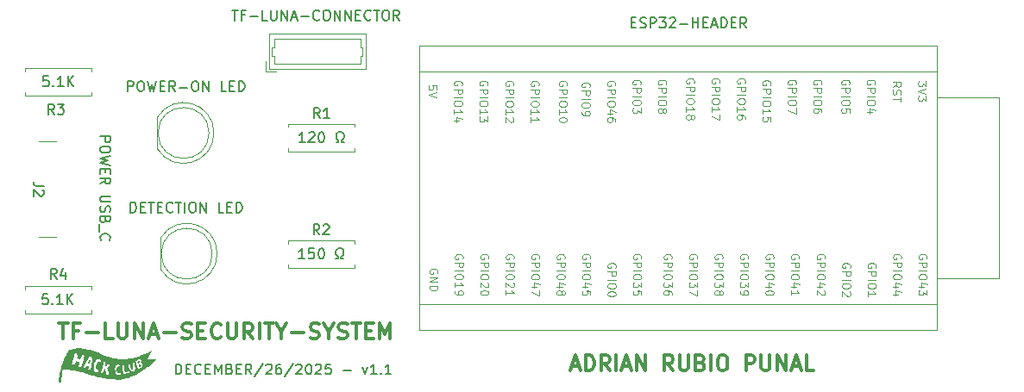
<source format=gbr>
%TF.GenerationSoftware,KiCad,Pcbnew,9.0.6-9.0.6~ubuntu24.04.1*%
%TF.CreationDate,2025-12-30T16:15:31+01:00*%
%TF.ProjectId,security-system,73656375-7269-4747-992d-73797374656d,0*%
%TF.SameCoordinates,Original*%
%TF.FileFunction,Legend,Top*%
%TF.FilePolarity,Positive*%
%FSLAX46Y46*%
G04 Gerber Fmt 4.6, Leading zero omitted, Abs format (unit mm)*
G04 Created by KiCad (PCBNEW 9.0.6-9.0.6~ubuntu24.04.1) date 2025-12-30 16:15:31*
%MOMM*%
%LPD*%
G01*
G04 APERTURE LIST*
%ADD10C,0.300000*%
%ADD11C,0.200000*%
%ADD12C,0.304800*%
%ADD13C,0.150000*%
%ADD14C,0.100000*%
%ADD15C,0.120000*%
%ADD16C,0.000000*%
G04 APERTURE END LIST*
D10*
X181344285Y-104012257D02*
X182058571Y-104012257D01*
X181201428Y-104440828D02*
X181701428Y-102940828D01*
X181701428Y-102940828D02*
X182201428Y-104440828D01*
X182701427Y-104440828D02*
X182701427Y-102940828D01*
X182701427Y-102940828D02*
X183058570Y-102940828D01*
X183058570Y-102940828D02*
X183272856Y-103012257D01*
X183272856Y-103012257D02*
X183415713Y-103155114D01*
X183415713Y-103155114D02*
X183487142Y-103297971D01*
X183487142Y-103297971D02*
X183558570Y-103583685D01*
X183558570Y-103583685D02*
X183558570Y-103797971D01*
X183558570Y-103797971D02*
X183487142Y-104083685D01*
X183487142Y-104083685D02*
X183415713Y-104226542D01*
X183415713Y-104226542D02*
X183272856Y-104369400D01*
X183272856Y-104369400D02*
X183058570Y-104440828D01*
X183058570Y-104440828D02*
X182701427Y-104440828D01*
X185058570Y-104440828D02*
X184558570Y-103726542D01*
X184201427Y-104440828D02*
X184201427Y-102940828D01*
X184201427Y-102940828D02*
X184772856Y-102940828D01*
X184772856Y-102940828D02*
X184915713Y-103012257D01*
X184915713Y-103012257D02*
X184987142Y-103083685D01*
X184987142Y-103083685D02*
X185058570Y-103226542D01*
X185058570Y-103226542D02*
X185058570Y-103440828D01*
X185058570Y-103440828D02*
X184987142Y-103583685D01*
X184987142Y-103583685D02*
X184915713Y-103655114D01*
X184915713Y-103655114D02*
X184772856Y-103726542D01*
X184772856Y-103726542D02*
X184201427Y-103726542D01*
X185701427Y-104440828D02*
X185701427Y-102940828D01*
X186344285Y-104012257D02*
X187058571Y-104012257D01*
X186201428Y-104440828D02*
X186701428Y-102940828D01*
X186701428Y-102940828D02*
X187201428Y-104440828D01*
X187701427Y-104440828D02*
X187701427Y-102940828D01*
X187701427Y-102940828D02*
X188558570Y-104440828D01*
X188558570Y-104440828D02*
X188558570Y-102940828D01*
X191272856Y-104440828D02*
X190772856Y-103726542D01*
X190415713Y-104440828D02*
X190415713Y-102940828D01*
X190415713Y-102940828D02*
X190987142Y-102940828D01*
X190987142Y-102940828D02*
X191129999Y-103012257D01*
X191129999Y-103012257D02*
X191201428Y-103083685D01*
X191201428Y-103083685D02*
X191272856Y-103226542D01*
X191272856Y-103226542D02*
X191272856Y-103440828D01*
X191272856Y-103440828D02*
X191201428Y-103583685D01*
X191201428Y-103583685D02*
X191129999Y-103655114D01*
X191129999Y-103655114D02*
X190987142Y-103726542D01*
X190987142Y-103726542D02*
X190415713Y-103726542D01*
X191915713Y-102940828D02*
X191915713Y-104155114D01*
X191915713Y-104155114D02*
X191987142Y-104297971D01*
X191987142Y-104297971D02*
X192058571Y-104369400D01*
X192058571Y-104369400D02*
X192201428Y-104440828D01*
X192201428Y-104440828D02*
X192487142Y-104440828D01*
X192487142Y-104440828D02*
X192629999Y-104369400D01*
X192629999Y-104369400D02*
X192701428Y-104297971D01*
X192701428Y-104297971D02*
X192772856Y-104155114D01*
X192772856Y-104155114D02*
X192772856Y-102940828D01*
X193987142Y-103655114D02*
X194201428Y-103726542D01*
X194201428Y-103726542D02*
X194272857Y-103797971D01*
X194272857Y-103797971D02*
X194344285Y-103940828D01*
X194344285Y-103940828D02*
X194344285Y-104155114D01*
X194344285Y-104155114D02*
X194272857Y-104297971D01*
X194272857Y-104297971D02*
X194201428Y-104369400D01*
X194201428Y-104369400D02*
X194058571Y-104440828D01*
X194058571Y-104440828D02*
X193487142Y-104440828D01*
X193487142Y-104440828D02*
X193487142Y-102940828D01*
X193487142Y-102940828D02*
X193987142Y-102940828D01*
X193987142Y-102940828D02*
X194130000Y-103012257D01*
X194130000Y-103012257D02*
X194201428Y-103083685D01*
X194201428Y-103083685D02*
X194272857Y-103226542D01*
X194272857Y-103226542D02*
X194272857Y-103369400D01*
X194272857Y-103369400D02*
X194201428Y-103512257D01*
X194201428Y-103512257D02*
X194130000Y-103583685D01*
X194130000Y-103583685D02*
X193987142Y-103655114D01*
X193987142Y-103655114D02*
X193487142Y-103655114D01*
X194987142Y-104440828D02*
X194987142Y-102940828D01*
X195987143Y-102940828D02*
X196272857Y-102940828D01*
X196272857Y-102940828D02*
X196415714Y-103012257D01*
X196415714Y-103012257D02*
X196558571Y-103155114D01*
X196558571Y-103155114D02*
X196630000Y-103440828D01*
X196630000Y-103440828D02*
X196630000Y-103940828D01*
X196630000Y-103940828D02*
X196558571Y-104226542D01*
X196558571Y-104226542D02*
X196415714Y-104369400D01*
X196415714Y-104369400D02*
X196272857Y-104440828D01*
X196272857Y-104440828D02*
X195987143Y-104440828D01*
X195987143Y-104440828D02*
X195844286Y-104369400D01*
X195844286Y-104369400D02*
X195701428Y-104226542D01*
X195701428Y-104226542D02*
X195630000Y-103940828D01*
X195630000Y-103940828D02*
X195630000Y-103440828D01*
X195630000Y-103440828D02*
X195701428Y-103155114D01*
X195701428Y-103155114D02*
X195844286Y-103012257D01*
X195844286Y-103012257D02*
X195987143Y-102940828D01*
X198415714Y-104440828D02*
X198415714Y-102940828D01*
X198415714Y-102940828D02*
X198987143Y-102940828D01*
X198987143Y-102940828D02*
X199130000Y-103012257D01*
X199130000Y-103012257D02*
X199201429Y-103083685D01*
X199201429Y-103083685D02*
X199272857Y-103226542D01*
X199272857Y-103226542D02*
X199272857Y-103440828D01*
X199272857Y-103440828D02*
X199201429Y-103583685D01*
X199201429Y-103583685D02*
X199130000Y-103655114D01*
X199130000Y-103655114D02*
X198987143Y-103726542D01*
X198987143Y-103726542D02*
X198415714Y-103726542D01*
X199915714Y-102940828D02*
X199915714Y-104155114D01*
X199915714Y-104155114D02*
X199987143Y-104297971D01*
X199987143Y-104297971D02*
X200058572Y-104369400D01*
X200058572Y-104369400D02*
X200201429Y-104440828D01*
X200201429Y-104440828D02*
X200487143Y-104440828D01*
X200487143Y-104440828D02*
X200630000Y-104369400D01*
X200630000Y-104369400D02*
X200701429Y-104297971D01*
X200701429Y-104297971D02*
X200772857Y-104155114D01*
X200772857Y-104155114D02*
X200772857Y-102940828D01*
X201487143Y-104440828D02*
X201487143Y-102940828D01*
X201487143Y-102940828D02*
X202344286Y-104440828D01*
X202344286Y-104440828D02*
X202344286Y-102940828D01*
X202987144Y-104012257D02*
X203701430Y-104012257D01*
X202844287Y-104440828D02*
X203344287Y-102940828D01*
X203344287Y-102940828D02*
X203844287Y-104440828D01*
X205058572Y-104440828D02*
X204344286Y-104440828D01*
X204344286Y-104440828D02*
X204344286Y-102940828D01*
D11*
X142464692Y-104797219D02*
X142464692Y-103797219D01*
X142464692Y-103797219D02*
X142702787Y-103797219D01*
X142702787Y-103797219D02*
X142845644Y-103844838D01*
X142845644Y-103844838D02*
X142940882Y-103940076D01*
X142940882Y-103940076D02*
X142988501Y-104035314D01*
X142988501Y-104035314D02*
X143036120Y-104225790D01*
X143036120Y-104225790D02*
X143036120Y-104368647D01*
X143036120Y-104368647D02*
X142988501Y-104559123D01*
X142988501Y-104559123D02*
X142940882Y-104654361D01*
X142940882Y-104654361D02*
X142845644Y-104749600D01*
X142845644Y-104749600D02*
X142702787Y-104797219D01*
X142702787Y-104797219D02*
X142464692Y-104797219D01*
X143464692Y-104273409D02*
X143798025Y-104273409D01*
X143940882Y-104797219D02*
X143464692Y-104797219D01*
X143464692Y-104797219D02*
X143464692Y-103797219D01*
X143464692Y-103797219D02*
X143940882Y-103797219D01*
X144940882Y-104701980D02*
X144893263Y-104749600D01*
X144893263Y-104749600D02*
X144750406Y-104797219D01*
X144750406Y-104797219D02*
X144655168Y-104797219D01*
X144655168Y-104797219D02*
X144512311Y-104749600D01*
X144512311Y-104749600D02*
X144417073Y-104654361D01*
X144417073Y-104654361D02*
X144369454Y-104559123D01*
X144369454Y-104559123D02*
X144321835Y-104368647D01*
X144321835Y-104368647D02*
X144321835Y-104225790D01*
X144321835Y-104225790D02*
X144369454Y-104035314D01*
X144369454Y-104035314D02*
X144417073Y-103940076D01*
X144417073Y-103940076D02*
X144512311Y-103844838D01*
X144512311Y-103844838D02*
X144655168Y-103797219D01*
X144655168Y-103797219D02*
X144750406Y-103797219D01*
X144750406Y-103797219D02*
X144893263Y-103844838D01*
X144893263Y-103844838D02*
X144940882Y-103892457D01*
X145369454Y-104273409D02*
X145702787Y-104273409D01*
X145845644Y-104797219D02*
X145369454Y-104797219D01*
X145369454Y-104797219D02*
X145369454Y-103797219D01*
X145369454Y-103797219D02*
X145845644Y-103797219D01*
X146274216Y-104797219D02*
X146274216Y-103797219D01*
X146274216Y-103797219D02*
X146607549Y-104511504D01*
X146607549Y-104511504D02*
X146940882Y-103797219D01*
X146940882Y-103797219D02*
X146940882Y-104797219D01*
X147750406Y-104273409D02*
X147893263Y-104321028D01*
X147893263Y-104321028D02*
X147940882Y-104368647D01*
X147940882Y-104368647D02*
X147988501Y-104463885D01*
X147988501Y-104463885D02*
X147988501Y-104606742D01*
X147988501Y-104606742D02*
X147940882Y-104701980D01*
X147940882Y-104701980D02*
X147893263Y-104749600D01*
X147893263Y-104749600D02*
X147798025Y-104797219D01*
X147798025Y-104797219D02*
X147417073Y-104797219D01*
X147417073Y-104797219D02*
X147417073Y-103797219D01*
X147417073Y-103797219D02*
X147750406Y-103797219D01*
X147750406Y-103797219D02*
X147845644Y-103844838D01*
X147845644Y-103844838D02*
X147893263Y-103892457D01*
X147893263Y-103892457D02*
X147940882Y-103987695D01*
X147940882Y-103987695D02*
X147940882Y-104082933D01*
X147940882Y-104082933D02*
X147893263Y-104178171D01*
X147893263Y-104178171D02*
X147845644Y-104225790D01*
X147845644Y-104225790D02*
X147750406Y-104273409D01*
X147750406Y-104273409D02*
X147417073Y-104273409D01*
X148417073Y-104273409D02*
X148750406Y-104273409D01*
X148893263Y-104797219D02*
X148417073Y-104797219D01*
X148417073Y-104797219D02*
X148417073Y-103797219D01*
X148417073Y-103797219D02*
X148893263Y-103797219D01*
X149893263Y-104797219D02*
X149559930Y-104321028D01*
X149321835Y-104797219D02*
X149321835Y-103797219D01*
X149321835Y-103797219D02*
X149702787Y-103797219D01*
X149702787Y-103797219D02*
X149798025Y-103844838D01*
X149798025Y-103844838D02*
X149845644Y-103892457D01*
X149845644Y-103892457D02*
X149893263Y-103987695D01*
X149893263Y-103987695D02*
X149893263Y-104130552D01*
X149893263Y-104130552D02*
X149845644Y-104225790D01*
X149845644Y-104225790D02*
X149798025Y-104273409D01*
X149798025Y-104273409D02*
X149702787Y-104321028D01*
X149702787Y-104321028D02*
X149321835Y-104321028D01*
X151036120Y-103749600D02*
X150178978Y-105035314D01*
X151321835Y-103892457D02*
X151369454Y-103844838D01*
X151369454Y-103844838D02*
X151464692Y-103797219D01*
X151464692Y-103797219D02*
X151702787Y-103797219D01*
X151702787Y-103797219D02*
X151798025Y-103844838D01*
X151798025Y-103844838D02*
X151845644Y-103892457D01*
X151845644Y-103892457D02*
X151893263Y-103987695D01*
X151893263Y-103987695D02*
X151893263Y-104082933D01*
X151893263Y-104082933D02*
X151845644Y-104225790D01*
X151845644Y-104225790D02*
X151274216Y-104797219D01*
X151274216Y-104797219D02*
X151893263Y-104797219D01*
X152750406Y-103797219D02*
X152559930Y-103797219D01*
X152559930Y-103797219D02*
X152464692Y-103844838D01*
X152464692Y-103844838D02*
X152417073Y-103892457D01*
X152417073Y-103892457D02*
X152321835Y-104035314D01*
X152321835Y-104035314D02*
X152274216Y-104225790D01*
X152274216Y-104225790D02*
X152274216Y-104606742D01*
X152274216Y-104606742D02*
X152321835Y-104701980D01*
X152321835Y-104701980D02*
X152369454Y-104749600D01*
X152369454Y-104749600D02*
X152464692Y-104797219D01*
X152464692Y-104797219D02*
X152655168Y-104797219D01*
X152655168Y-104797219D02*
X152750406Y-104749600D01*
X152750406Y-104749600D02*
X152798025Y-104701980D01*
X152798025Y-104701980D02*
X152845644Y-104606742D01*
X152845644Y-104606742D02*
X152845644Y-104368647D01*
X152845644Y-104368647D02*
X152798025Y-104273409D01*
X152798025Y-104273409D02*
X152750406Y-104225790D01*
X152750406Y-104225790D02*
X152655168Y-104178171D01*
X152655168Y-104178171D02*
X152464692Y-104178171D01*
X152464692Y-104178171D02*
X152369454Y-104225790D01*
X152369454Y-104225790D02*
X152321835Y-104273409D01*
X152321835Y-104273409D02*
X152274216Y-104368647D01*
X153988501Y-103749600D02*
X153131359Y-105035314D01*
X154274216Y-103892457D02*
X154321835Y-103844838D01*
X154321835Y-103844838D02*
X154417073Y-103797219D01*
X154417073Y-103797219D02*
X154655168Y-103797219D01*
X154655168Y-103797219D02*
X154750406Y-103844838D01*
X154750406Y-103844838D02*
X154798025Y-103892457D01*
X154798025Y-103892457D02*
X154845644Y-103987695D01*
X154845644Y-103987695D02*
X154845644Y-104082933D01*
X154845644Y-104082933D02*
X154798025Y-104225790D01*
X154798025Y-104225790D02*
X154226597Y-104797219D01*
X154226597Y-104797219D02*
X154845644Y-104797219D01*
X155464692Y-103797219D02*
X155559930Y-103797219D01*
X155559930Y-103797219D02*
X155655168Y-103844838D01*
X155655168Y-103844838D02*
X155702787Y-103892457D01*
X155702787Y-103892457D02*
X155750406Y-103987695D01*
X155750406Y-103987695D02*
X155798025Y-104178171D01*
X155798025Y-104178171D02*
X155798025Y-104416266D01*
X155798025Y-104416266D02*
X155750406Y-104606742D01*
X155750406Y-104606742D02*
X155702787Y-104701980D01*
X155702787Y-104701980D02*
X155655168Y-104749600D01*
X155655168Y-104749600D02*
X155559930Y-104797219D01*
X155559930Y-104797219D02*
X155464692Y-104797219D01*
X155464692Y-104797219D02*
X155369454Y-104749600D01*
X155369454Y-104749600D02*
X155321835Y-104701980D01*
X155321835Y-104701980D02*
X155274216Y-104606742D01*
X155274216Y-104606742D02*
X155226597Y-104416266D01*
X155226597Y-104416266D02*
X155226597Y-104178171D01*
X155226597Y-104178171D02*
X155274216Y-103987695D01*
X155274216Y-103987695D02*
X155321835Y-103892457D01*
X155321835Y-103892457D02*
X155369454Y-103844838D01*
X155369454Y-103844838D02*
X155464692Y-103797219D01*
X156178978Y-103892457D02*
X156226597Y-103844838D01*
X156226597Y-103844838D02*
X156321835Y-103797219D01*
X156321835Y-103797219D02*
X156559930Y-103797219D01*
X156559930Y-103797219D02*
X156655168Y-103844838D01*
X156655168Y-103844838D02*
X156702787Y-103892457D01*
X156702787Y-103892457D02*
X156750406Y-103987695D01*
X156750406Y-103987695D02*
X156750406Y-104082933D01*
X156750406Y-104082933D02*
X156702787Y-104225790D01*
X156702787Y-104225790D02*
X156131359Y-104797219D01*
X156131359Y-104797219D02*
X156750406Y-104797219D01*
X157655168Y-103797219D02*
X157178978Y-103797219D01*
X157178978Y-103797219D02*
X157131359Y-104273409D01*
X157131359Y-104273409D02*
X157178978Y-104225790D01*
X157178978Y-104225790D02*
X157274216Y-104178171D01*
X157274216Y-104178171D02*
X157512311Y-104178171D01*
X157512311Y-104178171D02*
X157607549Y-104225790D01*
X157607549Y-104225790D02*
X157655168Y-104273409D01*
X157655168Y-104273409D02*
X157702787Y-104368647D01*
X157702787Y-104368647D02*
X157702787Y-104606742D01*
X157702787Y-104606742D02*
X157655168Y-104701980D01*
X157655168Y-104701980D02*
X157607549Y-104749600D01*
X157607549Y-104749600D02*
X157512311Y-104797219D01*
X157512311Y-104797219D02*
X157274216Y-104797219D01*
X157274216Y-104797219D02*
X157178978Y-104749600D01*
X157178978Y-104749600D02*
X157131359Y-104701980D01*
X158893264Y-104416266D02*
X159655169Y-104416266D01*
X160798026Y-104130552D02*
X161036121Y-104797219D01*
X161036121Y-104797219D02*
X161274216Y-104130552D01*
X162178978Y-104797219D02*
X161607550Y-104797219D01*
X161893264Y-104797219D02*
X161893264Y-103797219D01*
X161893264Y-103797219D02*
X161798026Y-103940076D01*
X161798026Y-103940076D02*
X161702788Y-104035314D01*
X161702788Y-104035314D02*
X161607550Y-104082933D01*
X162607550Y-104701980D02*
X162655169Y-104749600D01*
X162655169Y-104749600D02*
X162607550Y-104797219D01*
X162607550Y-104797219D02*
X162559931Y-104749600D01*
X162559931Y-104749600D02*
X162607550Y-104701980D01*
X162607550Y-104701980D02*
X162607550Y-104797219D01*
X163607549Y-104797219D02*
X163036121Y-104797219D01*
X163321835Y-104797219D02*
X163321835Y-103797219D01*
X163321835Y-103797219D02*
X163226597Y-103940076D01*
X163226597Y-103940076D02*
X163131359Y-104035314D01*
X163131359Y-104035314D02*
X163036121Y-104082933D01*
D12*
X130997453Y-99783641D02*
X131868311Y-99783641D01*
X131432882Y-101307641D02*
X131432882Y-99783641D01*
X132884311Y-100509355D02*
X132376311Y-100509355D01*
X132376311Y-101307641D02*
X132376311Y-99783641D01*
X132376311Y-99783641D02*
X133102025Y-99783641D01*
X133682597Y-100727070D02*
X134843740Y-100727070D01*
X136295168Y-101307641D02*
X135569454Y-101307641D01*
X135569454Y-101307641D02*
X135569454Y-99783641D01*
X136803168Y-99783641D02*
X136803168Y-101017355D01*
X136803168Y-101017355D02*
X136875739Y-101162498D01*
X136875739Y-101162498D02*
X136948311Y-101235070D01*
X136948311Y-101235070D02*
X137093453Y-101307641D01*
X137093453Y-101307641D02*
X137383739Y-101307641D01*
X137383739Y-101307641D02*
X137528882Y-101235070D01*
X137528882Y-101235070D02*
X137601453Y-101162498D01*
X137601453Y-101162498D02*
X137674025Y-101017355D01*
X137674025Y-101017355D02*
X137674025Y-99783641D01*
X138399739Y-101307641D02*
X138399739Y-99783641D01*
X138399739Y-99783641D02*
X139270596Y-101307641D01*
X139270596Y-101307641D02*
X139270596Y-99783641D01*
X139923738Y-100872212D02*
X140649453Y-100872212D01*
X139778595Y-101307641D02*
X140286595Y-99783641D01*
X140286595Y-99783641D02*
X140794595Y-101307641D01*
X141302596Y-100727070D02*
X142463739Y-100727070D01*
X143116881Y-101235070D02*
X143334596Y-101307641D01*
X143334596Y-101307641D02*
X143697453Y-101307641D01*
X143697453Y-101307641D02*
X143842596Y-101235070D01*
X143842596Y-101235070D02*
X143915167Y-101162498D01*
X143915167Y-101162498D02*
X143987738Y-101017355D01*
X143987738Y-101017355D02*
X143987738Y-100872212D01*
X143987738Y-100872212D02*
X143915167Y-100727070D01*
X143915167Y-100727070D02*
X143842596Y-100654498D01*
X143842596Y-100654498D02*
X143697453Y-100581927D01*
X143697453Y-100581927D02*
X143407167Y-100509355D01*
X143407167Y-100509355D02*
X143262024Y-100436784D01*
X143262024Y-100436784D02*
X143189453Y-100364212D01*
X143189453Y-100364212D02*
X143116881Y-100219070D01*
X143116881Y-100219070D02*
X143116881Y-100073927D01*
X143116881Y-100073927D02*
X143189453Y-99928784D01*
X143189453Y-99928784D02*
X143262024Y-99856212D01*
X143262024Y-99856212D02*
X143407167Y-99783641D01*
X143407167Y-99783641D02*
X143770024Y-99783641D01*
X143770024Y-99783641D02*
X143987738Y-99856212D01*
X144640882Y-100509355D02*
X145148882Y-100509355D01*
X145366596Y-101307641D02*
X144640882Y-101307641D01*
X144640882Y-101307641D02*
X144640882Y-99783641D01*
X144640882Y-99783641D02*
X145366596Y-99783641D01*
X146890596Y-101162498D02*
X146818024Y-101235070D01*
X146818024Y-101235070D02*
X146600310Y-101307641D01*
X146600310Y-101307641D02*
X146455167Y-101307641D01*
X146455167Y-101307641D02*
X146237453Y-101235070D01*
X146237453Y-101235070D02*
X146092310Y-101089927D01*
X146092310Y-101089927D02*
X146019739Y-100944784D01*
X146019739Y-100944784D02*
X145947167Y-100654498D01*
X145947167Y-100654498D02*
X145947167Y-100436784D01*
X145947167Y-100436784D02*
X146019739Y-100146498D01*
X146019739Y-100146498D02*
X146092310Y-100001355D01*
X146092310Y-100001355D02*
X146237453Y-99856212D01*
X146237453Y-99856212D02*
X146455167Y-99783641D01*
X146455167Y-99783641D02*
X146600310Y-99783641D01*
X146600310Y-99783641D02*
X146818024Y-99856212D01*
X146818024Y-99856212D02*
X146890596Y-99928784D01*
X147543739Y-99783641D02*
X147543739Y-101017355D01*
X147543739Y-101017355D02*
X147616310Y-101162498D01*
X147616310Y-101162498D02*
X147688882Y-101235070D01*
X147688882Y-101235070D02*
X147834024Y-101307641D01*
X147834024Y-101307641D02*
X148124310Y-101307641D01*
X148124310Y-101307641D02*
X148269453Y-101235070D01*
X148269453Y-101235070D02*
X148342024Y-101162498D01*
X148342024Y-101162498D02*
X148414596Y-101017355D01*
X148414596Y-101017355D02*
X148414596Y-99783641D01*
X150011167Y-101307641D02*
X149503167Y-100581927D01*
X149140310Y-101307641D02*
X149140310Y-99783641D01*
X149140310Y-99783641D02*
X149720881Y-99783641D01*
X149720881Y-99783641D02*
X149866024Y-99856212D01*
X149866024Y-99856212D02*
X149938595Y-99928784D01*
X149938595Y-99928784D02*
X150011167Y-100073927D01*
X150011167Y-100073927D02*
X150011167Y-100291641D01*
X150011167Y-100291641D02*
X149938595Y-100436784D01*
X149938595Y-100436784D02*
X149866024Y-100509355D01*
X149866024Y-100509355D02*
X149720881Y-100581927D01*
X149720881Y-100581927D02*
X149140310Y-100581927D01*
X150664310Y-101307641D02*
X150664310Y-99783641D01*
X151172309Y-99783641D02*
X152043167Y-99783641D01*
X151607738Y-101307641D02*
X151607738Y-99783641D01*
X152841452Y-100581927D02*
X152841452Y-101307641D01*
X152333452Y-99783641D02*
X152841452Y-100581927D01*
X152841452Y-100581927D02*
X153349452Y-99783641D01*
X153857453Y-100727070D02*
X155018596Y-100727070D01*
X155671738Y-101235070D02*
X155889453Y-101307641D01*
X155889453Y-101307641D02*
X156252310Y-101307641D01*
X156252310Y-101307641D02*
X156397453Y-101235070D01*
X156397453Y-101235070D02*
X156470024Y-101162498D01*
X156470024Y-101162498D02*
X156542595Y-101017355D01*
X156542595Y-101017355D02*
X156542595Y-100872212D01*
X156542595Y-100872212D02*
X156470024Y-100727070D01*
X156470024Y-100727070D02*
X156397453Y-100654498D01*
X156397453Y-100654498D02*
X156252310Y-100581927D01*
X156252310Y-100581927D02*
X155962024Y-100509355D01*
X155962024Y-100509355D02*
X155816881Y-100436784D01*
X155816881Y-100436784D02*
X155744310Y-100364212D01*
X155744310Y-100364212D02*
X155671738Y-100219070D01*
X155671738Y-100219070D02*
X155671738Y-100073927D01*
X155671738Y-100073927D02*
X155744310Y-99928784D01*
X155744310Y-99928784D02*
X155816881Y-99856212D01*
X155816881Y-99856212D02*
X155962024Y-99783641D01*
X155962024Y-99783641D02*
X156324881Y-99783641D01*
X156324881Y-99783641D02*
X156542595Y-99856212D01*
X157486024Y-100581927D02*
X157486024Y-101307641D01*
X156978024Y-99783641D02*
X157486024Y-100581927D01*
X157486024Y-100581927D02*
X157994024Y-99783641D01*
X158429453Y-101235070D02*
X158647168Y-101307641D01*
X158647168Y-101307641D02*
X159010025Y-101307641D01*
X159010025Y-101307641D02*
X159155168Y-101235070D01*
X159155168Y-101235070D02*
X159227739Y-101162498D01*
X159227739Y-101162498D02*
X159300310Y-101017355D01*
X159300310Y-101017355D02*
X159300310Y-100872212D01*
X159300310Y-100872212D02*
X159227739Y-100727070D01*
X159227739Y-100727070D02*
X159155168Y-100654498D01*
X159155168Y-100654498D02*
X159010025Y-100581927D01*
X159010025Y-100581927D02*
X158719739Y-100509355D01*
X158719739Y-100509355D02*
X158574596Y-100436784D01*
X158574596Y-100436784D02*
X158502025Y-100364212D01*
X158502025Y-100364212D02*
X158429453Y-100219070D01*
X158429453Y-100219070D02*
X158429453Y-100073927D01*
X158429453Y-100073927D02*
X158502025Y-99928784D01*
X158502025Y-99928784D02*
X158574596Y-99856212D01*
X158574596Y-99856212D02*
X158719739Y-99783641D01*
X158719739Y-99783641D02*
X159082596Y-99783641D01*
X159082596Y-99783641D02*
X159300310Y-99856212D01*
X159735739Y-99783641D02*
X160606597Y-99783641D01*
X160171168Y-101307641D02*
X160171168Y-99783641D01*
X161114597Y-100509355D02*
X161622597Y-100509355D01*
X161840311Y-101307641D02*
X161114597Y-101307641D01*
X161114597Y-101307641D02*
X161114597Y-99783641D01*
X161114597Y-99783641D02*
X161840311Y-99783641D01*
X162493454Y-101307641D02*
X162493454Y-99783641D01*
X162493454Y-99783641D02*
X163001454Y-100872212D01*
X163001454Y-100872212D02*
X163509454Y-99783641D01*
X163509454Y-99783641D02*
X163509454Y-101307641D01*
D11*
X147983095Y-69017219D02*
X148554523Y-69017219D01*
X148268809Y-70017219D02*
X148268809Y-69017219D01*
X149221190Y-69493409D02*
X148887857Y-69493409D01*
X148887857Y-70017219D02*
X148887857Y-69017219D01*
X148887857Y-69017219D02*
X149364047Y-69017219D01*
X149745000Y-69636266D02*
X150506905Y-69636266D01*
X151459285Y-70017219D02*
X150983095Y-70017219D01*
X150983095Y-70017219D02*
X150983095Y-69017219D01*
X151792619Y-69017219D02*
X151792619Y-69826742D01*
X151792619Y-69826742D02*
X151840238Y-69921980D01*
X151840238Y-69921980D02*
X151887857Y-69969600D01*
X151887857Y-69969600D02*
X151983095Y-70017219D01*
X151983095Y-70017219D02*
X152173571Y-70017219D01*
X152173571Y-70017219D02*
X152268809Y-69969600D01*
X152268809Y-69969600D02*
X152316428Y-69921980D01*
X152316428Y-69921980D02*
X152364047Y-69826742D01*
X152364047Y-69826742D02*
X152364047Y-69017219D01*
X152840238Y-70017219D02*
X152840238Y-69017219D01*
X152840238Y-69017219D02*
X153411666Y-70017219D01*
X153411666Y-70017219D02*
X153411666Y-69017219D01*
X153840238Y-69731504D02*
X154316428Y-69731504D01*
X153745000Y-70017219D02*
X154078333Y-69017219D01*
X154078333Y-69017219D02*
X154411666Y-70017219D01*
X154745000Y-69636266D02*
X155506905Y-69636266D01*
X156554523Y-69921980D02*
X156506904Y-69969600D01*
X156506904Y-69969600D02*
X156364047Y-70017219D01*
X156364047Y-70017219D02*
X156268809Y-70017219D01*
X156268809Y-70017219D02*
X156125952Y-69969600D01*
X156125952Y-69969600D02*
X156030714Y-69874361D01*
X156030714Y-69874361D02*
X155983095Y-69779123D01*
X155983095Y-69779123D02*
X155935476Y-69588647D01*
X155935476Y-69588647D02*
X155935476Y-69445790D01*
X155935476Y-69445790D02*
X155983095Y-69255314D01*
X155983095Y-69255314D02*
X156030714Y-69160076D01*
X156030714Y-69160076D02*
X156125952Y-69064838D01*
X156125952Y-69064838D02*
X156268809Y-69017219D01*
X156268809Y-69017219D02*
X156364047Y-69017219D01*
X156364047Y-69017219D02*
X156506904Y-69064838D01*
X156506904Y-69064838D02*
X156554523Y-69112457D01*
X157173571Y-69017219D02*
X157364047Y-69017219D01*
X157364047Y-69017219D02*
X157459285Y-69064838D01*
X157459285Y-69064838D02*
X157554523Y-69160076D01*
X157554523Y-69160076D02*
X157602142Y-69350552D01*
X157602142Y-69350552D02*
X157602142Y-69683885D01*
X157602142Y-69683885D02*
X157554523Y-69874361D01*
X157554523Y-69874361D02*
X157459285Y-69969600D01*
X157459285Y-69969600D02*
X157364047Y-70017219D01*
X157364047Y-70017219D02*
X157173571Y-70017219D01*
X157173571Y-70017219D02*
X157078333Y-69969600D01*
X157078333Y-69969600D02*
X156983095Y-69874361D01*
X156983095Y-69874361D02*
X156935476Y-69683885D01*
X156935476Y-69683885D02*
X156935476Y-69350552D01*
X156935476Y-69350552D02*
X156983095Y-69160076D01*
X156983095Y-69160076D02*
X157078333Y-69064838D01*
X157078333Y-69064838D02*
X157173571Y-69017219D01*
X158030714Y-70017219D02*
X158030714Y-69017219D01*
X158030714Y-69017219D02*
X158602142Y-70017219D01*
X158602142Y-70017219D02*
X158602142Y-69017219D01*
X159078333Y-70017219D02*
X159078333Y-69017219D01*
X159078333Y-69017219D02*
X159649761Y-70017219D01*
X159649761Y-70017219D02*
X159649761Y-69017219D01*
X160125952Y-69493409D02*
X160459285Y-69493409D01*
X160602142Y-70017219D02*
X160125952Y-70017219D01*
X160125952Y-70017219D02*
X160125952Y-69017219D01*
X160125952Y-69017219D02*
X160602142Y-69017219D01*
X161602142Y-69921980D02*
X161554523Y-69969600D01*
X161554523Y-69969600D02*
X161411666Y-70017219D01*
X161411666Y-70017219D02*
X161316428Y-70017219D01*
X161316428Y-70017219D02*
X161173571Y-69969600D01*
X161173571Y-69969600D02*
X161078333Y-69874361D01*
X161078333Y-69874361D02*
X161030714Y-69779123D01*
X161030714Y-69779123D02*
X160983095Y-69588647D01*
X160983095Y-69588647D02*
X160983095Y-69445790D01*
X160983095Y-69445790D02*
X161030714Y-69255314D01*
X161030714Y-69255314D02*
X161078333Y-69160076D01*
X161078333Y-69160076D02*
X161173571Y-69064838D01*
X161173571Y-69064838D02*
X161316428Y-69017219D01*
X161316428Y-69017219D02*
X161411666Y-69017219D01*
X161411666Y-69017219D02*
X161554523Y-69064838D01*
X161554523Y-69064838D02*
X161602142Y-69112457D01*
X161887857Y-69017219D02*
X162459285Y-69017219D01*
X162173571Y-70017219D02*
X162173571Y-69017219D01*
X162983095Y-69017219D02*
X163173571Y-69017219D01*
X163173571Y-69017219D02*
X163268809Y-69064838D01*
X163268809Y-69064838D02*
X163364047Y-69160076D01*
X163364047Y-69160076D02*
X163411666Y-69350552D01*
X163411666Y-69350552D02*
X163411666Y-69683885D01*
X163411666Y-69683885D02*
X163364047Y-69874361D01*
X163364047Y-69874361D02*
X163268809Y-69969600D01*
X163268809Y-69969600D02*
X163173571Y-70017219D01*
X163173571Y-70017219D02*
X162983095Y-70017219D01*
X162983095Y-70017219D02*
X162887857Y-69969600D01*
X162887857Y-69969600D02*
X162792619Y-69874361D01*
X162792619Y-69874361D02*
X162745000Y-69683885D01*
X162745000Y-69683885D02*
X162745000Y-69350552D01*
X162745000Y-69350552D02*
X162792619Y-69160076D01*
X162792619Y-69160076D02*
X162887857Y-69064838D01*
X162887857Y-69064838D02*
X162983095Y-69017219D01*
X164411666Y-70017219D02*
X164078333Y-69541028D01*
X163840238Y-70017219D02*
X163840238Y-69017219D01*
X163840238Y-69017219D02*
X164221190Y-69017219D01*
X164221190Y-69017219D02*
X164316428Y-69064838D01*
X164316428Y-69064838D02*
X164364047Y-69112457D01*
X164364047Y-69112457D02*
X164411666Y-69207695D01*
X164411666Y-69207695D02*
X164411666Y-69350552D01*
X164411666Y-69350552D02*
X164364047Y-69445790D01*
X164364047Y-69445790D02*
X164316428Y-69493409D01*
X164316428Y-69493409D02*
X164221190Y-69541028D01*
X164221190Y-69541028D02*
X163840238Y-69541028D01*
X135047780Y-81428571D02*
X136047780Y-81428571D01*
X136047780Y-81428571D02*
X136047780Y-81809523D01*
X136047780Y-81809523D02*
X136000161Y-81904761D01*
X136000161Y-81904761D02*
X135952542Y-81952380D01*
X135952542Y-81952380D02*
X135857304Y-81999999D01*
X135857304Y-81999999D02*
X135714447Y-81999999D01*
X135714447Y-81999999D02*
X135619209Y-81952380D01*
X135619209Y-81952380D02*
X135571590Y-81904761D01*
X135571590Y-81904761D02*
X135523971Y-81809523D01*
X135523971Y-81809523D02*
X135523971Y-81428571D01*
X136047780Y-82619047D02*
X136047780Y-82809523D01*
X136047780Y-82809523D02*
X136000161Y-82904761D01*
X136000161Y-82904761D02*
X135904923Y-82999999D01*
X135904923Y-82999999D02*
X135714447Y-83047618D01*
X135714447Y-83047618D02*
X135381114Y-83047618D01*
X135381114Y-83047618D02*
X135190638Y-82999999D01*
X135190638Y-82999999D02*
X135095400Y-82904761D01*
X135095400Y-82904761D02*
X135047780Y-82809523D01*
X135047780Y-82809523D02*
X135047780Y-82619047D01*
X135047780Y-82619047D02*
X135095400Y-82523809D01*
X135095400Y-82523809D02*
X135190638Y-82428571D01*
X135190638Y-82428571D02*
X135381114Y-82380952D01*
X135381114Y-82380952D02*
X135714447Y-82380952D01*
X135714447Y-82380952D02*
X135904923Y-82428571D01*
X135904923Y-82428571D02*
X136000161Y-82523809D01*
X136000161Y-82523809D02*
X136047780Y-82619047D01*
X136047780Y-83380952D02*
X135047780Y-83619047D01*
X135047780Y-83619047D02*
X135762066Y-83809523D01*
X135762066Y-83809523D02*
X135047780Y-83999999D01*
X135047780Y-83999999D02*
X136047780Y-84238095D01*
X135571590Y-84619047D02*
X135571590Y-84952380D01*
X135047780Y-85095237D02*
X135047780Y-84619047D01*
X135047780Y-84619047D02*
X136047780Y-84619047D01*
X136047780Y-84619047D02*
X136047780Y-85095237D01*
X135047780Y-86095237D02*
X135523971Y-85761904D01*
X135047780Y-85523809D02*
X136047780Y-85523809D01*
X136047780Y-85523809D02*
X136047780Y-85904761D01*
X136047780Y-85904761D02*
X136000161Y-85999999D01*
X136000161Y-85999999D02*
X135952542Y-86047618D01*
X135952542Y-86047618D02*
X135857304Y-86095237D01*
X135857304Y-86095237D02*
X135714447Y-86095237D01*
X135714447Y-86095237D02*
X135619209Y-86047618D01*
X135619209Y-86047618D02*
X135571590Y-85999999D01*
X135571590Y-85999999D02*
X135523971Y-85904761D01*
X135523971Y-85904761D02*
X135523971Y-85523809D01*
X136047780Y-87285714D02*
X135238257Y-87285714D01*
X135238257Y-87285714D02*
X135143019Y-87333333D01*
X135143019Y-87333333D02*
X135095400Y-87380952D01*
X135095400Y-87380952D02*
X135047780Y-87476190D01*
X135047780Y-87476190D02*
X135047780Y-87666666D01*
X135047780Y-87666666D02*
X135095400Y-87761904D01*
X135095400Y-87761904D02*
X135143019Y-87809523D01*
X135143019Y-87809523D02*
X135238257Y-87857142D01*
X135238257Y-87857142D02*
X136047780Y-87857142D01*
X135095400Y-88285714D02*
X135047780Y-88428571D01*
X135047780Y-88428571D02*
X135047780Y-88666666D01*
X135047780Y-88666666D02*
X135095400Y-88761904D01*
X135095400Y-88761904D02*
X135143019Y-88809523D01*
X135143019Y-88809523D02*
X135238257Y-88857142D01*
X135238257Y-88857142D02*
X135333495Y-88857142D01*
X135333495Y-88857142D02*
X135428733Y-88809523D01*
X135428733Y-88809523D02*
X135476352Y-88761904D01*
X135476352Y-88761904D02*
X135523971Y-88666666D01*
X135523971Y-88666666D02*
X135571590Y-88476190D01*
X135571590Y-88476190D02*
X135619209Y-88380952D01*
X135619209Y-88380952D02*
X135666828Y-88333333D01*
X135666828Y-88333333D02*
X135762066Y-88285714D01*
X135762066Y-88285714D02*
X135857304Y-88285714D01*
X135857304Y-88285714D02*
X135952542Y-88333333D01*
X135952542Y-88333333D02*
X136000161Y-88380952D01*
X136000161Y-88380952D02*
X136047780Y-88476190D01*
X136047780Y-88476190D02*
X136047780Y-88714285D01*
X136047780Y-88714285D02*
X136000161Y-88857142D01*
X135571590Y-89619047D02*
X135523971Y-89761904D01*
X135523971Y-89761904D02*
X135476352Y-89809523D01*
X135476352Y-89809523D02*
X135381114Y-89857142D01*
X135381114Y-89857142D02*
X135238257Y-89857142D01*
X135238257Y-89857142D02*
X135143019Y-89809523D01*
X135143019Y-89809523D02*
X135095400Y-89761904D01*
X135095400Y-89761904D02*
X135047780Y-89666666D01*
X135047780Y-89666666D02*
X135047780Y-89285714D01*
X135047780Y-89285714D02*
X136047780Y-89285714D01*
X136047780Y-89285714D02*
X136047780Y-89619047D01*
X136047780Y-89619047D02*
X136000161Y-89714285D01*
X136000161Y-89714285D02*
X135952542Y-89761904D01*
X135952542Y-89761904D02*
X135857304Y-89809523D01*
X135857304Y-89809523D02*
X135762066Y-89809523D01*
X135762066Y-89809523D02*
X135666828Y-89761904D01*
X135666828Y-89761904D02*
X135619209Y-89714285D01*
X135619209Y-89714285D02*
X135571590Y-89619047D01*
X135571590Y-89619047D02*
X135571590Y-89285714D01*
X134952542Y-90047619D02*
X134952542Y-90809523D01*
X135143019Y-91619047D02*
X135095400Y-91571428D01*
X135095400Y-91571428D02*
X135047780Y-91428571D01*
X135047780Y-91428571D02*
X135047780Y-91333333D01*
X135047780Y-91333333D02*
X135095400Y-91190476D01*
X135095400Y-91190476D02*
X135190638Y-91095238D01*
X135190638Y-91095238D02*
X135285876Y-91047619D01*
X135285876Y-91047619D02*
X135476352Y-91000000D01*
X135476352Y-91000000D02*
X135619209Y-91000000D01*
X135619209Y-91000000D02*
X135809685Y-91047619D01*
X135809685Y-91047619D02*
X135904923Y-91095238D01*
X135904923Y-91095238D02*
X136000161Y-91190476D01*
X136000161Y-91190476D02*
X136047780Y-91333333D01*
X136047780Y-91333333D02*
X136047780Y-91428571D01*
X136047780Y-91428571D02*
X136000161Y-91571428D01*
X136000161Y-91571428D02*
X135952542Y-91619047D01*
D13*
X129500180Y-86286666D02*
X128785895Y-86286666D01*
X128785895Y-86286666D02*
X128643038Y-86239047D01*
X128643038Y-86239047D02*
X128547800Y-86143809D01*
X128547800Y-86143809D02*
X128500180Y-86000952D01*
X128500180Y-86000952D02*
X128500180Y-85905714D01*
X129404942Y-86715238D02*
X129452561Y-86762857D01*
X129452561Y-86762857D02*
X129500180Y-86858095D01*
X129500180Y-86858095D02*
X129500180Y-87096190D01*
X129500180Y-87096190D02*
X129452561Y-87191428D01*
X129452561Y-87191428D02*
X129404942Y-87239047D01*
X129404942Y-87239047D02*
X129309704Y-87286666D01*
X129309704Y-87286666D02*
X129214466Y-87286666D01*
X129214466Y-87286666D02*
X129071609Y-87239047D01*
X129071609Y-87239047D02*
X128500180Y-86667619D01*
X128500180Y-86667619D02*
X128500180Y-87286666D01*
D11*
X138012619Y-88902219D02*
X138012619Y-87902219D01*
X138012619Y-87902219D02*
X138250714Y-87902219D01*
X138250714Y-87902219D02*
X138393571Y-87949838D01*
X138393571Y-87949838D02*
X138488809Y-88045076D01*
X138488809Y-88045076D02*
X138536428Y-88140314D01*
X138536428Y-88140314D02*
X138584047Y-88330790D01*
X138584047Y-88330790D02*
X138584047Y-88473647D01*
X138584047Y-88473647D02*
X138536428Y-88664123D01*
X138536428Y-88664123D02*
X138488809Y-88759361D01*
X138488809Y-88759361D02*
X138393571Y-88854600D01*
X138393571Y-88854600D02*
X138250714Y-88902219D01*
X138250714Y-88902219D02*
X138012619Y-88902219D01*
X139012619Y-88378409D02*
X139345952Y-88378409D01*
X139488809Y-88902219D02*
X139012619Y-88902219D01*
X139012619Y-88902219D02*
X139012619Y-87902219D01*
X139012619Y-87902219D02*
X139488809Y-87902219D01*
X139774524Y-87902219D02*
X140345952Y-87902219D01*
X140060238Y-88902219D02*
X140060238Y-87902219D01*
X140679286Y-88378409D02*
X141012619Y-88378409D01*
X141155476Y-88902219D02*
X140679286Y-88902219D01*
X140679286Y-88902219D02*
X140679286Y-87902219D01*
X140679286Y-87902219D02*
X141155476Y-87902219D01*
X142155476Y-88806980D02*
X142107857Y-88854600D01*
X142107857Y-88854600D02*
X141965000Y-88902219D01*
X141965000Y-88902219D02*
X141869762Y-88902219D01*
X141869762Y-88902219D02*
X141726905Y-88854600D01*
X141726905Y-88854600D02*
X141631667Y-88759361D01*
X141631667Y-88759361D02*
X141584048Y-88664123D01*
X141584048Y-88664123D02*
X141536429Y-88473647D01*
X141536429Y-88473647D02*
X141536429Y-88330790D01*
X141536429Y-88330790D02*
X141584048Y-88140314D01*
X141584048Y-88140314D02*
X141631667Y-88045076D01*
X141631667Y-88045076D02*
X141726905Y-87949838D01*
X141726905Y-87949838D02*
X141869762Y-87902219D01*
X141869762Y-87902219D02*
X141965000Y-87902219D01*
X141965000Y-87902219D02*
X142107857Y-87949838D01*
X142107857Y-87949838D02*
X142155476Y-87997457D01*
X142441191Y-87902219D02*
X143012619Y-87902219D01*
X142726905Y-88902219D02*
X142726905Y-87902219D01*
X143345953Y-88902219D02*
X143345953Y-87902219D01*
X144012619Y-87902219D02*
X144203095Y-87902219D01*
X144203095Y-87902219D02*
X144298333Y-87949838D01*
X144298333Y-87949838D02*
X144393571Y-88045076D01*
X144393571Y-88045076D02*
X144441190Y-88235552D01*
X144441190Y-88235552D02*
X144441190Y-88568885D01*
X144441190Y-88568885D02*
X144393571Y-88759361D01*
X144393571Y-88759361D02*
X144298333Y-88854600D01*
X144298333Y-88854600D02*
X144203095Y-88902219D01*
X144203095Y-88902219D02*
X144012619Y-88902219D01*
X144012619Y-88902219D02*
X143917381Y-88854600D01*
X143917381Y-88854600D02*
X143822143Y-88759361D01*
X143822143Y-88759361D02*
X143774524Y-88568885D01*
X143774524Y-88568885D02*
X143774524Y-88235552D01*
X143774524Y-88235552D02*
X143822143Y-88045076D01*
X143822143Y-88045076D02*
X143917381Y-87949838D01*
X143917381Y-87949838D02*
X144012619Y-87902219D01*
X144869762Y-88902219D02*
X144869762Y-87902219D01*
X144869762Y-87902219D02*
X145441190Y-88902219D01*
X145441190Y-88902219D02*
X145441190Y-87902219D01*
X147155476Y-88902219D02*
X146679286Y-88902219D01*
X146679286Y-88902219D02*
X146679286Y-87902219D01*
X147488810Y-88378409D02*
X147822143Y-88378409D01*
X147965000Y-88902219D02*
X147488810Y-88902219D01*
X147488810Y-88902219D02*
X147488810Y-87902219D01*
X147488810Y-87902219D02*
X147965000Y-87902219D01*
X148393572Y-88902219D02*
X148393572Y-87902219D01*
X148393572Y-87902219D02*
X148631667Y-87902219D01*
X148631667Y-87902219D02*
X148774524Y-87949838D01*
X148774524Y-87949838D02*
X148869762Y-88045076D01*
X148869762Y-88045076D02*
X148917381Y-88140314D01*
X148917381Y-88140314D02*
X148965000Y-88330790D01*
X148965000Y-88330790D02*
X148965000Y-88473647D01*
X148965000Y-88473647D02*
X148917381Y-88664123D01*
X148917381Y-88664123D02*
X148869762Y-88759361D01*
X148869762Y-88759361D02*
X148774524Y-88854600D01*
X148774524Y-88854600D02*
X148631667Y-88902219D01*
X148631667Y-88902219D02*
X148393572Y-88902219D01*
X156603333Y-79632219D02*
X156270000Y-79156028D01*
X156031905Y-79632219D02*
X156031905Y-78632219D01*
X156031905Y-78632219D02*
X156412857Y-78632219D01*
X156412857Y-78632219D02*
X156508095Y-78679838D01*
X156508095Y-78679838D02*
X156555714Y-78727457D01*
X156555714Y-78727457D02*
X156603333Y-78822695D01*
X156603333Y-78822695D02*
X156603333Y-78965552D01*
X156603333Y-78965552D02*
X156555714Y-79060790D01*
X156555714Y-79060790D02*
X156508095Y-79108409D01*
X156508095Y-79108409D02*
X156412857Y-79156028D01*
X156412857Y-79156028D02*
X156031905Y-79156028D01*
X157555714Y-79632219D02*
X156984286Y-79632219D01*
X157270000Y-79632219D02*
X157270000Y-78632219D01*
X157270000Y-78632219D02*
X157174762Y-78775076D01*
X157174762Y-78775076D02*
X157079524Y-78870314D01*
X157079524Y-78870314D02*
X156984286Y-78917933D01*
X155150952Y-82002219D02*
X154579524Y-82002219D01*
X154865238Y-82002219D02*
X154865238Y-81002219D01*
X154865238Y-81002219D02*
X154770000Y-81145076D01*
X154770000Y-81145076D02*
X154674762Y-81240314D01*
X154674762Y-81240314D02*
X154579524Y-81287933D01*
X155531905Y-81097457D02*
X155579524Y-81049838D01*
X155579524Y-81049838D02*
X155674762Y-81002219D01*
X155674762Y-81002219D02*
X155912857Y-81002219D01*
X155912857Y-81002219D02*
X156008095Y-81049838D01*
X156008095Y-81049838D02*
X156055714Y-81097457D01*
X156055714Y-81097457D02*
X156103333Y-81192695D01*
X156103333Y-81192695D02*
X156103333Y-81287933D01*
X156103333Y-81287933D02*
X156055714Y-81430790D01*
X156055714Y-81430790D02*
X155484286Y-82002219D01*
X155484286Y-82002219D02*
X156103333Y-82002219D01*
X156722381Y-81002219D02*
X156817619Y-81002219D01*
X156817619Y-81002219D02*
X156912857Y-81049838D01*
X156912857Y-81049838D02*
X156960476Y-81097457D01*
X156960476Y-81097457D02*
X157008095Y-81192695D01*
X157008095Y-81192695D02*
X157055714Y-81383171D01*
X157055714Y-81383171D02*
X157055714Y-81621266D01*
X157055714Y-81621266D02*
X157008095Y-81811742D01*
X157008095Y-81811742D02*
X156960476Y-81906980D01*
X156960476Y-81906980D02*
X156912857Y-81954600D01*
X156912857Y-81954600D02*
X156817619Y-82002219D01*
X156817619Y-82002219D02*
X156722381Y-82002219D01*
X156722381Y-82002219D02*
X156627143Y-81954600D01*
X156627143Y-81954600D02*
X156579524Y-81906980D01*
X156579524Y-81906980D02*
X156531905Y-81811742D01*
X156531905Y-81811742D02*
X156484286Y-81621266D01*
X156484286Y-81621266D02*
X156484286Y-81383171D01*
X156484286Y-81383171D02*
X156531905Y-81192695D01*
X156531905Y-81192695D02*
X156579524Y-81097457D01*
X156579524Y-81097457D02*
X156627143Y-81049838D01*
X156627143Y-81049838D02*
X156722381Y-81002219D01*
X158198572Y-82002219D02*
X158436667Y-82002219D01*
X158436667Y-82002219D02*
X158436667Y-81811742D01*
X158436667Y-81811742D02*
X158341429Y-81764123D01*
X158341429Y-81764123D02*
X158246191Y-81668885D01*
X158246191Y-81668885D02*
X158198572Y-81526028D01*
X158198572Y-81526028D02*
X158198572Y-81287933D01*
X158198572Y-81287933D02*
X158246191Y-81145076D01*
X158246191Y-81145076D02*
X158341429Y-81049838D01*
X158341429Y-81049838D02*
X158484286Y-81002219D01*
X158484286Y-81002219D02*
X158674762Y-81002219D01*
X158674762Y-81002219D02*
X158817619Y-81049838D01*
X158817619Y-81049838D02*
X158912857Y-81145076D01*
X158912857Y-81145076D02*
X158960476Y-81287933D01*
X158960476Y-81287933D02*
X158960476Y-81526028D01*
X158960476Y-81526028D02*
X158912857Y-81668885D01*
X158912857Y-81668885D02*
X158817619Y-81764123D01*
X158817619Y-81764123D02*
X158722381Y-81811742D01*
X158722381Y-81811742D02*
X158722381Y-82002219D01*
X158722381Y-82002219D02*
X158960476Y-82002219D01*
X137745714Y-77002219D02*
X137745714Y-76002219D01*
X137745714Y-76002219D02*
X138126666Y-76002219D01*
X138126666Y-76002219D02*
X138221904Y-76049838D01*
X138221904Y-76049838D02*
X138269523Y-76097457D01*
X138269523Y-76097457D02*
X138317142Y-76192695D01*
X138317142Y-76192695D02*
X138317142Y-76335552D01*
X138317142Y-76335552D02*
X138269523Y-76430790D01*
X138269523Y-76430790D02*
X138221904Y-76478409D01*
X138221904Y-76478409D02*
X138126666Y-76526028D01*
X138126666Y-76526028D02*
X137745714Y-76526028D01*
X138936190Y-76002219D02*
X139126666Y-76002219D01*
X139126666Y-76002219D02*
X139221904Y-76049838D01*
X139221904Y-76049838D02*
X139317142Y-76145076D01*
X139317142Y-76145076D02*
X139364761Y-76335552D01*
X139364761Y-76335552D02*
X139364761Y-76668885D01*
X139364761Y-76668885D02*
X139317142Y-76859361D01*
X139317142Y-76859361D02*
X139221904Y-76954600D01*
X139221904Y-76954600D02*
X139126666Y-77002219D01*
X139126666Y-77002219D02*
X138936190Y-77002219D01*
X138936190Y-77002219D02*
X138840952Y-76954600D01*
X138840952Y-76954600D02*
X138745714Y-76859361D01*
X138745714Y-76859361D02*
X138698095Y-76668885D01*
X138698095Y-76668885D02*
X138698095Y-76335552D01*
X138698095Y-76335552D02*
X138745714Y-76145076D01*
X138745714Y-76145076D02*
X138840952Y-76049838D01*
X138840952Y-76049838D02*
X138936190Y-76002219D01*
X139698095Y-76002219D02*
X139936190Y-77002219D01*
X139936190Y-77002219D02*
X140126666Y-76287933D01*
X140126666Y-76287933D02*
X140317142Y-77002219D01*
X140317142Y-77002219D02*
X140555238Y-76002219D01*
X140936190Y-76478409D02*
X141269523Y-76478409D01*
X141412380Y-77002219D02*
X140936190Y-77002219D01*
X140936190Y-77002219D02*
X140936190Y-76002219D01*
X140936190Y-76002219D02*
X141412380Y-76002219D01*
X142412380Y-77002219D02*
X142079047Y-76526028D01*
X141840952Y-77002219D02*
X141840952Y-76002219D01*
X141840952Y-76002219D02*
X142221904Y-76002219D01*
X142221904Y-76002219D02*
X142317142Y-76049838D01*
X142317142Y-76049838D02*
X142364761Y-76097457D01*
X142364761Y-76097457D02*
X142412380Y-76192695D01*
X142412380Y-76192695D02*
X142412380Y-76335552D01*
X142412380Y-76335552D02*
X142364761Y-76430790D01*
X142364761Y-76430790D02*
X142317142Y-76478409D01*
X142317142Y-76478409D02*
X142221904Y-76526028D01*
X142221904Y-76526028D02*
X141840952Y-76526028D01*
X142840952Y-76621266D02*
X143602857Y-76621266D01*
X144269523Y-76002219D02*
X144459999Y-76002219D01*
X144459999Y-76002219D02*
X144555237Y-76049838D01*
X144555237Y-76049838D02*
X144650475Y-76145076D01*
X144650475Y-76145076D02*
X144698094Y-76335552D01*
X144698094Y-76335552D02*
X144698094Y-76668885D01*
X144698094Y-76668885D02*
X144650475Y-76859361D01*
X144650475Y-76859361D02*
X144555237Y-76954600D01*
X144555237Y-76954600D02*
X144459999Y-77002219D01*
X144459999Y-77002219D02*
X144269523Y-77002219D01*
X144269523Y-77002219D02*
X144174285Y-76954600D01*
X144174285Y-76954600D02*
X144079047Y-76859361D01*
X144079047Y-76859361D02*
X144031428Y-76668885D01*
X144031428Y-76668885D02*
X144031428Y-76335552D01*
X144031428Y-76335552D02*
X144079047Y-76145076D01*
X144079047Y-76145076D02*
X144174285Y-76049838D01*
X144174285Y-76049838D02*
X144269523Y-76002219D01*
X145126666Y-77002219D02*
X145126666Y-76002219D01*
X145126666Y-76002219D02*
X145698094Y-77002219D01*
X145698094Y-77002219D02*
X145698094Y-76002219D01*
X147412380Y-77002219D02*
X146936190Y-77002219D01*
X146936190Y-77002219D02*
X146936190Y-76002219D01*
X147745714Y-76478409D02*
X148079047Y-76478409D01*
X148221904Y-77002219D02*
X147745714Y-77002219D01*
X147745714Y-77002219D02*
X147745714Y-76002219D01*
X147745714Y-76002219D02*
X148221904Y-76002219D01*
X148650476Y-77002219D02*
X148650476Y-76002219D01*
X148650476Y-76002219D02*
X148888571Y-76002219D01*
X148888571Y-76002219D02*
X149031428Y-76049838D01*
X149031428Y-76049838D02*
X149126666Y-76145076D01*
X149126666Y-76145076D02*
X149174285Y-76240314D01*
X149174285Y-76240314D02*
X149221904Y-76430790D01*
X149221904Y-76430790D02*
X149221904Y-76573647D01*
X149221904Y-76573647D02*
X149174285Y-76764123D01*
X149174285Y-76764123D02*
X149126666Y-76859361D01*
X149126666Y-76859361D02*
X149031428Y-76954600D01*
X149031428Y-76954600D02*
X148888571Y-77002219D01*
X148888571Y-77002219D02*
X148650476Y-77002219D01*
X130773333Y-95422219D02*
X130440000Y-94946028D01*
X130201905Y-95422219D02*
X130201905Y-94422219D01*
X130201905Y-94422219D02*
X130582857Y-94422219D01*
X130582857Y-94422219D02*
X130678095Y-94469838D01*
X130678095Y-94469838D02*
X130725714Y-94517457D01*
X130725714Y-94517457D02*
X130773333Y-94612695D01*
X130773333Y-94612695D02*
X130773333Y-94755552D01*
X130773333Y-94755552D02*
X130725714Y-94850790D01*
X130725714Y-94850790D02*
X130678095Y-94898409D01*
X130678095Y-94898409D02*
X130582857Y-94946028D01*
X130582857Y-94946028D02*
X130201905Y-94946028D01*
X131630476Y-94755552D02*
X131630476Y-95422219D01*
X131392381Y-94374600D02*
X131154286Y-95088885D01*
X131154286Y-95088885D02*
X131773333Y-95088885D01*
X129893809Y-96922219D02*
X129417619Y-96922219D01*
X129417619Y-96922219D02*
X129370000Y-97398409D01*
X129370000Y-97398409D02*
X129417619Y-97350790D01*
X129417619Y-97350790D02*
X129512857Y-97303171D01*
X129512857Y-97303171D02*
X129750952Y-97303171D01*
X129750952Y-97303171D02*
X129846190Y-97350790D01*
X129846190Y-97350790D02*
X129893809Y-97398409D01*
X129893809Y-97398409D02*
X129941428Y-97493647D01*
X129941428Y-97493647D02*
X129941428Y-97731742D01*
X129941428Y-97731742D02*
X129893809Y-97826980D01*
X129893809Y-97826980D02*
X129846190Y-97874600D01*
X129846190Y-97874600D02*
X129750952Y-97922219D01*
X129750952Y-97922219D02*
X129512857Y-97922219D01*
X129512857Y-97922219D02*
X129417619Y-97874600D01*
X129417619Y-97874600D02*
X129370000Y-97826980D01*
X130370000Y-97826980D02*
X130417619Y-97874600D01*
X130417619Y-97874600D02*
X130370000Y-97922219D01*
X130370000Y-97922219D02*
X130322381Y-97874600D01*
X130322381Y-97874600D02*
X130370000Y-97826980D01*
X130370000Y-97826980D02*
X130370000Y-97922219D01*
X131369999Y-97922219D02*
X130798571Y-97922219D01*
X131084285Y-97922219D02*
X131084285Y-96922219D01*
X131084285Y-96922219D02*
X130989047Y-97065076D01*
X130989047Y-97065076D02*
X130893809Y-97160314D01*
X130893809Y-97160314D02*
X130798571Y-97207933D01*
X131798571Y-97922219D02*
X131798571Y-96922219D01*
X132369999Y-97922219D02*
X131941428Y-97350790D01*
X132369999Y-96922219D02*
X131798571Y-97493647D01*
X156573333Y-91072219D02*
X156240000Y-90596028D01*
X156001905Y-91072219D02*
X156001905Y-90072219D01*
X156001905Y-90072219D02*
X156382857Y-90072219D01*
X156382857Y-90072219D02*
X156478095Y-90119838D01*
X156478095Y-90119838D02*
X156525714Y-90167457D01*
X156525714Y-90167457D02*
X156573333Y-90262695D01*
X156573333Y-90262695D02*
X156573333Y-90405552D01*
X156573333Y-90405552D02*
X156525714Y-90500790D01*
X156525714Y-90500790D02*
X156478095Y-90548409D01*
X156478095Y-90548409D02*
X156382857Y-90596028D01*
X156382857Y-90596028D02*
X156001905Y-90596028D01*
X156954286Y-90167457D02*
X157001905Y-90119838D01*
X157001905Y-90119838D02*
X157097143Y-90072219D01*
X157097143Y-90072219D02*
X157335238Y-90072219D01*
X157335238Y-90072219D02*
X157430476Y-90119838D01*
X157430476Y-90119838D02*
X157478095Y-90167457D01*
X157478095Y-90167457D02*
X157525714Y-90262695D01*
X157525714Y-90262695D02*
X157525714Y-90357933D01*
X157525714Y-90357933D02*
X157478095Y-90500790D01*
X157478095Y-90500790D02*
X156906667Y-91072219D01*
X156906667Y-91072219D02*
X157525714Y-91072219D01*
X155120952Y-93442219D02*
X154549524Y-93442219D01*
X154835238Y-93442219D02*
X154835238Y-92442219D01*
X154835238Y-92442219D02*
X154740000Y-92585076D01*
X154740000Y-92585076D02*
X154644762Y-92680314D01*
X154644762Y-92680314D02*
X154549524Y-92727933D01*
X156025714Y-92442219D02*
X155549524Y-92442219D01*
X155549524Y-92442219D02*
X155501905Y-92918409D01*
X155501905Y-92918409D02*
X155549524Y-92870790D01*
X155549524Y-92870790D02*
X155644762Y-92823171D01*
X155644762Y-92823171D02*
X155882857Y-92823171D01*
X155882857Y-92823171D02*
X155978095Y-92870790D01*
X155978095Y-92870790D02*
X156025714Y-92918409D01*
X156025714Y-92918409D02*
X156073333Y-93013647D01*
X156073333Y-93013647D02*
X156073333Y-93251742D01*
X156073333Y-93251742D02*
X156025714Y-93346980D01*
X156025714Y-93346980D02*
X155978095Y-93394600D01*
X155978095Y-93394600D02*
X155882857Y-93442219D01*
X155882857Y-93442219D02*
X155644762Y-93442219D01*
X155644762Y-93442219D02*
X155549524Y-93394600D01*
X155549524Y-93394600D02*
X155501905Y-93346980D01*
X156692381Y-92442219D02*
X156787619Y-92442219D01*
X156787619Y-92442219D02*
X156882857Y-92489838D01*
X156882857Y-92489838D02*
X156930476Y-92537457D01*
X156930476Y-92537457D02*
X156978095Y-92632695D01*
X156978095Y-92632695D02*
X157025714Y-92823171D01*
X157025714Y-92823171D02*
X157025714Y-93061266D01*
X157025714Y-93061266D02*
X156978095Y-93251742D01*
X156978095Y-93251742D02*
X156930476Y-93346980D01*
X156930476Y-93346980D02*
X156882857Y-93394600D01*
X156882857Y-93394600D02*
X156787619Y-93442219D01*
X156787619Y-93442219D02*
X156692381Y-93442219D01*
X156692381Y-93442219D02*
X156597143Y-93394600D01*
X156597143Y-93394600D02*
X156549524Y-93346980D01*
X156549524Y-93346980D02*
X156501905Y-93251742D01*
X156501905Y-93251742D02*
X156454286Y-93061266D01*
X156454286Y-93061266D02*
X156454286Y-92823171D01*
X156454286Y-92823171D02*
X156501905Y-92632695D01*
X156501905Y-92632695D02*
X156549524Y-92537457D01*
X156549524Y-92537457D02*
X156597143Y-92489838D01*
X156597143Y-92489838D02*
X156692381Y-92442219D01*
X158168572Y-93442219D02*
X158406667Y-93442219D01*
X158406667Y-93442219D02*
X158406667Y-93251742D01*
X158406667Y-93251742D02*
X158311429Y-93204123D01*
X158311429Y-93204123D02*
X158216191Y-93108885D01*
X158216191Y-93108885D02*
X158168572Y-92966028D01*
X158168572Y-92966028D02*
X158168572Y-92727933D01*
X158168572Y-92727933D02*
X158216191Y-92585076D01*
X158216191Y-92585076D02*
X158311429Y-92489838D01*
X158311429Y-92489838D02*
X158454286Y-92442219D01*
X158454286Y-92442219D02*
X158644762Y-92442219D01*
X158644762Y-92442219D02*
X158787619Y-92489838D01*
X158787619Y-92489838D02*
X158882857Y-92585076D01*
X158882857Y-92585076D02*
X158930476Y-92727933D01*
X158930476Y-92727933D02*
X158930476Y-92966028D01*
X158930476Y-92966028D02*
X158882857Y-93108885D01*
X158882857Y-93108885D02*
X158787619Y-93204123D01*
X158787619Y-93204123D02*
X158692381Y-93251742D01*
X158692381Y-93251742D02*
X158692381Y-93442219D01*
X158692381Y-93442219D02*
X158930476Y-93442219D01*
X130523333Y-79262219D02*
X130190000Y-78786028D01*
X129951905Y-79262219D02*
X129951905Y-78262219D01*
X129951905Y-78262219D02*
X130332857Y-78262219D01*
X130332857Y-78262219D02*
X130428095Y-78309838D01*
X130428095Y-78309838D02*
X130475714Y-78357457D01*
X130475714Y-78357457D02*
X130523333Y-78452695D01*
X130523333Y-78452695D02*
X130523333Y-78595552D01*
X130523333Y-78595552D02*
X130475714Y-78690790D01*
X130475714Y-78690790D02*
X130428095Y-78738409D01*
X130428095Y-78738409D02*
X130332857Y-78786028D01*
X130332857Y-78786028D02*
X129951905Y-78786028D01*
X130856667Y-78262219D02*
X131475714Y-78262219D01*
X131475714Y-78262219D02*
X131142381Y-78643171D01*
X131142381Y-78643171D02*
X131285238Y-78643171D01*
X131285238Y-78643171D02*
X131380476Y-78690790D01*
X131380476Y-78690790D02*
X131428095Y-78738409D01*
X131428095Y-78738409D02*
X131475714Y-78833647D01*
X131475714Y-78833647D02*
X131475714Y-79071742D01*
X131475714Y-79071742D02*
X131428095Y-79166980D01*
X131428095Y-79166980D02*
X131380476Y-79214600D01*
X131380476Y-79214600D02*
X131285238Y-79262219D01*
X131285238Y-79262219D02*
X130999524Y-79262219D01*
X130999524Y-79262219D02*
X130904286Y-79214600D01*
X130904286Y-79214600D02*
X130856667Y-79166980D01*
X129963809Y-75512219D02*
X129487619Y-75512219D01*
X129487619Y-75512219D02*
X129440000Y-75988409D01*
X129440000Y-75988409D02*
X129487619Y-75940790D01*
X129487619Y-75940790D02*
X129582857Y-75893171D01*
X129582857Y-75893171D02*
X129820952Y-75893171D01*
X129820952Y-75893171D02*
X129916190Y-75940790D01*
X129916190Y-75940790D02*
X129963809Y-75988409D01*
X129963809Y-75988409D02*
X130011428Y-76083647D01*
X130011428Y-76083647D02*
X130011428Y-76321742D01*
X130011428Y-76321742D02*
X129963809Y-76416980D01*
X129963809Y-76416980D02*
X129916190Y-76464600D01*
X129916190Y-76464600D02*
X129820952Y-76512219D01*
X129820952Y-76512219D02*
X129582857Y-76512219D01*
X129582857Y-76512219D02*
X129487619Y-76464600D01*
X129487619Y-76464600D02*
X129440000Y-76416980D01*
X130440000Y-76416980D02*
X130487619Y-76464600D01*
X130487619Y-76464600D02*
X130440000Y-76512219D01*
X130440000Y-76512219D02*
X130392381Y-76464600D01*
X130392381Y-76464600D02*
X130440000Y-76416980D01*
X130440000Y-76416980D02*
X130440000Y-76512219D01*
X131439999Y-76512219D02*
X130868571Y-76512219D01*
X131154285Y-76512219D02*
X131154285Y-75512219D01*
X131154285Y-75512219D02*
X131059047Y-75655076D01*
X131059047Y-75655076D02*
X130963809Y-75750314D01*
X130963809Y-75750314D02*
X130868571Y-75797933D01*
X131868571Y-76512219D02*
X131868571Y-75512219D01*
X132439999Y-76512219D02*
X132011428Y-75940790D01*
X132439999Y-75512219D02*
X131868571Y-76083647D01*
D14*
X180825009Y-76438095D02*
X180863104Y-76361905D01*
X180863104Y-76361905D02*
X180863104Y-76247619D01*
X180863104Y-76247619D02*
X180825009Y-76133333D01*
X180825009Y-76133333D02*
X180748819Y-76057143D01*
X180748819Y-76057143D02*
X180672628Y-76019048D01*
X180672628Y-76019048D02*
X180520247Y-75980952D01*
X180520247Y-75980952D02*
X180405961Y-75980952D01*
X180405961Y-75980952D02*
X180253580Y-76019048D01*
X180253580Y-76019048D02*
X180177390Y-76057143D01*
X180177390Y-76057143D02*
X180101200Y-76133333D01*
X180101200Y-76133333D02*
X180063104Y-76247619D01*
X180063104Y-76247619D02*
X180063104Y-76323810D01*
X180063104Y-76323810D02*
X180101200Y-76438095D01*
X180101200Y-76438095D02*
X180139295Y-76476191D01*
X180139295Y-76476191D02*
X180405961Y-76476191D01*
X180405961Y-76476191D02*
X180405961Y-76323810D01*
X180063104Y-76819048D02*
X180863104Y-76819048D01*
X180863104Y-76819048D02*
X180863104Y-77123810D01*
X180863104Y-77123810D02*
X180825009Y-77200000D01*
X180825009Y-77200000D02*
X180786914Y-77238095D01*
X180786914Y-77238095D02*
X180710723Y-77276191D01*
X180710723Y-77276191D02*
X180596438Y-77276191D01*
X180596438Y-77276191D02*
X180520247Y-77238095D01*
X180520247Y-77238095D02*
X180482152Y-77200000D01*
X180482152Y-77200000D02*
X180444057Y-77123810D01*
X180444057Y-77123810D02*
X180444057Y-76819048D01*
X180063104Y-77619048D02*
X180863104Y-77619048D01*
X180863104Y-78152381D02*
X180863104Y-78304762D01*
X180863104Y-78304762D02*
X180825009Y-78380952D01*
X180825009Y-78380952D02*
X180748819Y-78457143D01*
X180748819Y-78457143D02*
X180596438Y-78495238D01*
X180596438Y-78495238D02*
X180329771Y-78495238D01*
X180329771Y-78495238D02*
X180177390Y-78457143D01*
X180177390Y-78457143D02*
X180101200Y-78380952D01*
X180101200Y-78380952D02*
X180063104Y-78304762D01*
X180063104Y-78304762D02*
X180063104Y-78152381D01*
X180063104Y-78152381D02*
X180101200Y-78076190D01*
X180101200Y-78076190D02*
X180177390Y-78000000D01*
X180177390Y-78000000D02*
X180329771Y-77961904D01*
X180329771Y-77961904D02*
X180596438Y-77961904D01*
X180596438Y-77961904D02*
X180748819Y-78000000D01*
X180748819Y-78000000D02*
X180825009Y-78076190D01*
X180825009Y-78076190D02*
X180863104Y-78152381D01*
X180063104Y-79257142D02*
X180063104Y-78799999D01*
X180063104Y-79028571D02*
X180863104Y-79028571D01*
X180863104Y-79028571D02*
X180748819Y-78952380D01*
X180748819Y-78952380D02*
X180672628Y-78876190D01*
X180672628Y-78876190D02*
X180634533Y-78799999D01*
X180863104Y-79752381D02*
X180863104Y-79828571D01*
X180863104Y-79828571D02*
X180825009Y-79904762D01*
X180825009Y-79904762D02*
X180786914Y-79942857D01*
X180786914Y-79942857D02*
X180710723Y-79980952D01*
X180710723Y-79980952D02*
X180558342Y-80019047D01*
X180558342Y-80019047D02*
X180367866Y-80019047D01*
X180367866Y-80019047D02*
X180215485Y-79980952D01*
X180215485Y-79980952D02*
X180139295Y-79942857D01*
X180139295Y-79942857D02*
X180101200Y-79904762D01*
X180101200Y-79904762D02*
X180063104Y-79828571D01*
X180063104Y-79828571D02*
X180063104Y-79752381D01*
X180063104Y-79752381D02*
X180101200Y-79676190D01*
X180101200Y-79676190D02*
X180139295Y-79638095D01*
X180139295Y-79638095D02*
X180215485Y-79600000D01*
X180215485Y-79600000D02*
X180367866Y-79561904D01*
X180367866Y-79561904D02*
X180558342Y-79561904D01*
X180558342Y-79561904D02*
X180710723Y-79600000D01*
X180710723Y-79600000D02*
X180786914Y-79638095D01*
X180786914Y-79638095D02*
X180825009Y-79676190D01*
X180825009Y-79676190D02*
X180863104Y-79752381D01*
X201117509Y-93438095D02*
X201155604Y-93361905D01*
X201155604Y-93361905D02*
X201155604Y-93247619D01*
X201155604Y-93247619D02*
X201117509Y-93133333D01*
X201117509Y-93133333D02*
X201041319Y-93057143D01*
X201041319Y-93057143D02*
X200965128Y-93019048D01*
X200965128Y-93019048D02*
X200812747Y-92980952D01*
X200812747Y-92980952D02*
X200698461Y-92980952D01*
X200698461Y-92980952D02*
X200546080Y-93019048D01*
X200546080Y-93019048D02*
X200469890Y-93057143D01*
X200469890Y-93057143D02*
X200393700Y-93133333D01*
X200393700Y-93133333D02*
X200355604Y-93247619D01*
X200355604Y-93247619D02*
X200355604Y-93323810D01*
X200355604Y-93323810D02*
X200393700Y-93438095D01*
X200393700Y-93438095D02*
X200431795Y-93476191D01*
X200431795Y-93476191D02*
X200698461Y-93476191D01*
X200698461Y-93476191D02*
X200698461Y-93323810D01*
X200355604Y-93819048D02*
X201155604Y-93819048D01*
X201155604Y-93819048D02*
X201155604Y-94123810D01*
X201155604Y-94123810D02*
X201117509Y-94200000D01*
X201117509Y-94200000D02*
X201079414Y-94238095D01*
X201079414Y-94238095D02*
X201003223Y-94276191D01*
X201003223Y-94276191D02*
X200888938Y-94276191D01*
X200888938Y-94276191D02*
X200812747Y-94238095D01*
X200812747Y-94238095D02*
X200774652Y-94200000D01*
X200774652Y-94200000D02*
X200736557Y-94123810D01*
X200736557Y-94123810D02*
X200736557Y-93819048D01*
X200355604Y-94619048D02*
X201155604Y-94619048D01*
X201155604Y-95152381D02*
X201155604Y-95304762D01*
X201155604Y-95304762D02*
X201117509Y-95380952D01*
X201117509Y-95380952D02*
X201041319Y-95457143D01*
X201041319Y-95457143D02*
X200888938Y-95495238D01*
X200888938Y-95495238D02*
X200622271Y-95495238D01*
X200622271Y-95495238D02*
X200469890Y-95457143D01*
X200469890Y-95457143D02*
X200393700Y-95380952D01*
X200393700Y-95380952D02*
X200355604Y-95304762D01*
X200355604Y-95304762D02*
X200355604Y-95152381D01*
X200355604Y-95152381D02*
X200393700Y-95076190D01*
X200393700Y-95076190D02*
X200469890Y-95000000D01*
X200469890Y-95000000D02*
X200622271Y-94961904D01*
X200622271Y-94961904D02*
X200888938Y-94961904D01*
X200888938Y-94961904D02*
X201041319Y-95000000D01*
X201041319Y-95000000D02*
X201117509Y-95076190D01*
X201117509Y-95076190D02*
X201155604Y-95152381D01*
X200888938Y-96180952D02*
X200355604Y-96180952D01*
X201193700Y-95990476D02*
X200622271Y-95799999D01*
X200622271Y-95799999D02*
X200622271Y-96295238D01*
X201155604Y-96752381D02*
X201155604Y-96828571D01*
X201155604Y-96828571D02*
X201117509Y-96904762D01*
X201117509Y-96904762D02*
X201079414Y-96942857D01*
X201079414Y-96942857D02*
X201003223Y-96980952D01*
X201003223Y-96980952D02*
X200850842Y-97019047D01*
X200850842Y-97019047D02*
X200660366Y-97019047D01*
X200660366Y-97019047D02*
X200507985Y-96980952D01*
X200507985Y-96980952D02*
X200431795Y-96942857D01*
X200431795Y-96942857D02*
X200393700Y-96904762D01*
X200393700Y-96904762D02*
X200355604Y-96828571D01*
X200355604Y-96828571D02*
X200355604Y-96752381D01*
X200355604Y-96752381D02*
X200393700Y-96676190D01*
X200393700Y-96676190D02*
X200431795Y-96638095D01*
X200431795Y-96638095D02*
X200507985Y-96600000D01*
X200507985Y-96600000D02*
X200660366Y-96561904D01*
X200660366Y-96561904D02*
X200850842Y-96561904D01*
X200850842Y-96561904D02*
X201003223Y-96600000D01*
X201003223Y-96600000D02*
X201079414Y-96638095D01*
X201079414Y-96638095D02*
X201117509Y-96676190D01*
X201117509Y-96676190D02*
X201155604Y-96752381D01*
X203617509Y-93438095D02*
X203655604Y-93361905D01*
X203655604Y-93361905D02*
X203655604Y-93247619D01*
X203655604Y-93247619D02*
X203617509Y-93133333D01*
X203617509Y-93133333D02*
X203541319Y-93057143D01*
X203541319Y-93057143D02*
X203465128Y-93019048D01*
X203465128Y-93019048D02*
X203312747Y-92980952D01*
X203312747Y-92980952D02*
X203198461Y-92980952D01*
X203198461Y-92980952D02*
X203046080Y-93019048D01*
X203046080Y-93019048D02*
X202969890Y-93057143D01*
X202969890Y-93057143D02*
X202893700Y-93133333D01*
X202893700Y-93133333D02*
X202855604Y-93247619D01*
X202855604Y-93247619D02*
X202855604Y-93323810D01*
X202855604Y-93323810D02*
X202893700Y-93438095D01*
X202893700Y-93438095D02*
X202931795Y-93476191D01*
X202931795Y-93476191D02*
X203198461Y-93476191D01*
X203198461Y-93476191D02*
X203198461Y-93323810D01*
X202855604Y-93819048D02*
X203655604Y-93819048D01*
X203655604Y-93819048D02*
X203655604Y-94123810D01*
X203655604Y-94123810D02*
X203617509Y-94200000D01*
X203617509Y-94200000D02*
X203579414Y-94238095D01*
X203579414Y-94238095D02*
X203503223Y-94276191D01*
X203503223Y-94276191D02*
X203388938Y-94276191D01*
X203388938Y-94276191D02*
X203312747Y-94238095D01*
X203312747Y-94238095D02*
X203274652Y-94200000D01*
X203274652Y-94200000D02*
X203236557Y-94123810D01*
X203236557Y-94123810D02*
X203236557Y-93819048D01*
X202855604Y-94619048D02*
X203655604Y-94619048D01*
X203655604Y-95152381D02*
X203655604Y-95304762D01*
X203655604Y-95304762D02*
X203617509Y-95380952D01*
X203617509Y-95380952D02*
X203541319Y-95457143D01*
X203541319Y-95457143D02*
X203388938Y-95495238D01*
X203388938Y-95495238D02*
X203122271Y-95495238D01*
X203122271Y-95495238D02*
X202969890Y-95457143D01*
X202969890Y-95457143D02*
X202893700Y-95380952D01*
X202893700Y-95380952D02*
X202855604Y-95304762D01*
X202855604Y-95304762D02*
X202855604Y-95152381D01*
X202855604Y-95152381D02*
X202893700Y-95076190D01*
X202893700Y-95076190D02*
X202969890Y-95000000D01*
X202969890Y-95000000D02*
X203122271Y-94961904D01*
X203122271Y-94961904D02*
X203388938Y-94961904D01*
X203388938Y-94961904D02*
X203541319Y-95000000D01*
X203541319Y-95000000D02*
X203617509Y-95076190D01*
X203617509Y-95076190D02*
X203655604Y-95152381D01*
X203388938Y-96180952D02*
X202855604Y-96180952D01*
X203693700Y-95990476D02*
X203122271Y-95799999D01*
X203122271Y-95799999D02*
X203122271Y-96295238D01*
X202855604Y-97019047D02*
X202855604Y-96561904D01*
X202855604Y-96790476D02*
X203655604Y-96790476D01*
X203655604Y-96790476D02*
X203541319Y-96714285D01*
X203541319Y-96714285D02*
X203465128Y-96638095D01*
X203465128Y-96638095D02*
X203427033Y-96561904D01*
X196117509Y-93438095D02*
X196155604Y-93361905D01*
X196155604Y-93361905D02*
X196155604Y-93247619D01*
X196155604Y-93247619D02*
X196117509Y-93133333D01*
X196117509Y-93133333D02*
X196041319Y-93057143D01*
X196041319Y-93057143D02*
X195965128Y-93019048D01*
X195965128Y-93019048D02*
X195812747Y-92980952D01*
X195812747Y-92980952D02*
X195698461Y-92980952D01*
X195698461Y-92980952D02*
X195546080Y-93019048D01*
X195546080Y-93019048D02*
X195469890Y-93057143D01*
X195469890Y-93057143D02*
X195393700Y-93133333D01*
X195393700Y-93133333D02*
X195355604Y-93247619D01*
X195355604Y-93247619D02*
X195355604Y-93323810D01*
X195355604Y-93323810D02*
X195393700Y-93438095D01*
X195393700Y-93438095D02*
X195431795Y-93476191D01*
X195431795Y-93476191D02*
X195698461Y-93476191D01*
X195698461Y-93476191D02*
X195698461Y-93323810D01*
X195355604Y-93819048D02*
X196155604Y-93819048D01*
X196155604Y-93819048D02*
X196155604Y-94123810D01*
X196155604Y-94123810D02*
X196117509Y-94200000D01*
X196117509Y-94200000D02*
X196079414Y-94238095D01*
X196079414Y-94238095D02*
X196003223Y-94276191D01*
X196003223Y-94276191D02*
X195888938Y-94276191D01*
X195888938Y-94276191D02*
X195812747Y-94238095D01*
X195812747Y-94238095D02*
X195774652Y-94200000D01*
X195774652Y-94200000D02*
X195736557Y-94123810D01*
X195736557Y-94123810D02*
X195736557Y-93819048D01*
X195355604Y-94619048D02*
X196155604Y-94619048D01*
X196155604Y-95152381D02*
X196155604Y-95304762D01*
X196155604Y-95304762D02*
X196117509Y-95380952D01*
X196117509Y-95380952D02*
X196041319Y-95457143D01*
X196041319Y-95457143D02*
X195888938Y-95495238D01*
X195888938Y-95495238D02*
X195622271Y-95495238D01*
X195622271Y-95495238D02*
X195469890Y-95457143D01*
X195469890Y-95457143D02*
X195393700Y-95380952D01*
X195393700Y-95380952D02*
X195355604Y-95304762D01*
X195355604Y-95304762D02*
X195355604Y-95152381D01*
X195355604Y-95152381D02*
X195393700Y-95076190D01*
X195393700Y-95076190D02*
X195469890Y-95000000D01*
X195469890Y-95000000D02*
X195622271Y-94961904D01*
X195622271Y-94961904D02*
X195888938Y-94961904D01*
X195888938Y-94961904D02*
X196041319Y-95000000D01*
X196041319Y-95000000D02*
X196117509Y-95076190D01*
X196117509Y-95076190D02*
X196155604Y-95152381D01*
X196155604Y-95761904D02*
X196155604Y-96257142D01*
X196155604Y-96257142D02*
X195850842Y-95990476D01*
X195850842Y-95990476D02*
X195850842Y-96104761D01*
X195850842Y-96104761D02*
X195812747Y-96180952D01*
X195812747Y-96180952D02*
X195774652Y-96219047D01*
X195774652Y-96219047D02*
X195698461Y-96257142D01*
X195698461Y-96257142D02*
X195507985Y-96257142D01*
X195507985Y-96257142D02*
X195431795Y-96219047D01*
X195431795Y-96219047D02*
X195393700Y-96180952D01*
X195393700Y-96180952D02*
X195355604Y-96104761D01*
X195355604Y-96104761D02*
X195355604Y-95876190D01*
X195355604Y-95876190D02*
X195393700Y-95799999D01*
X195393700Y-95799999D02*
X195431795Y-95761904D01*
X195812747Y-96714285D02*
X195850842Y-96638095D01*
X195850842Y-96638095D02*
X195888938Y-96600000D01*
X195888938Y-96600000D02*
X195965128Y-96561904D01*
X195965128Y-96561904D02*
X196003223Y-96561904D01*
X196003223Y-96561904D02*
X196079414Y-96600000D01*
X196079414Y-96600000D02*
X196117509Y-96638095D01*
X196117509Y-96638095D02*
X196155604Y-96714285D01*
X196155604Y-96714285D02*
X196155604Y-96866666D01*
X196155604Y-96866666D02*
X196117509Y-96942857D01*
X196117509Y-96942857D02*
X196079414Y-96980952D01*
X196079414Y-96980952D02*
X196003223Y-97019047D01*
X196003223Y-97019047D02*
X195965128Y-97019047D01*
X195965128Y-97019047D02*
X195888938Y-96980952D01*
X195888938Y-96980952D02*
X195850842Y-96942857D01*
X195850842Y-96942857D02*
X195812747Y-96866666D01*
X195812747Y-96866666D02*
X195812747Y-96714285D01*
X195812747Y-96714285D02*
X195774652Y-96638095D01*
X195774652Y-96638095D02*
X195736557Y-96600000D01*
X195736557Y-96600000D02*
X195660366Y-96561904D01*
X195660366Y-96561904D02*
X195507985Y-96561904D01*
X195507985Y-96561904D02*
X195431795Y-96600000D01*
X195431795Y-96600000D02*
X195393700Y-96638095D01*
X195393700Y-96638095D02*
X195355604Y-96714285D01*
X195355604Y-96714285D02*
X195355604Y-96866666D01*
X195355604Y-96866666D02*
X195393700Y-96942857D01*
X195393700Y-96942857D02*
X195431795Y-96980952D01*
X195431795Y-96980952D02*
X195507985Y-97019047D01*
X195507985Y-97019047D02*
X195660366Y-97019047D01*
X195660366Y-97019047D02*
X195736557Y-96980952D01*
X195736557Y-96980952D02*
X195774652Y-96942857D01*
X195774652Y-96942857D02*
X195812747Y-96866666D01*
X173117509Y-93438095D02*
X173155604Y-93361905D01*
X173155604Y-93361905D02*
X173155604Y-93247619D01*
X173155604Y-93247619D02*
X173117509Y-93133333D01*
X173117509Y-93133333D02*
X173041319Y-93057143D01*
X173041319Y-93057143D02*
X172965128Y-93019048D01*
X172965128Y-93019048D02*
X172812747Y-92980952D01*
X172812747Y-92980952D02*
X172698461Y-92980952D01*
X172698461Y-92980952D02*
X172546080Y-93019048D01*
X172546080Y-93019048D02*
X172469890Y-93057143D01*
X172469890Y-93057143D02*
X172393700Y-93133333D01*
X172393700Y-93133333D02*
X172355604Y-93247619D01*
X172355604Y-93247619D02*
X172355604Y-93323810D01*
X172355604Y-93323810D02*
X172393700Y-93438095D01*
X172393700Y-93438095D02*
X172431795Y-93476191D01*
X172431795Y-93476191D02*
X172698461Y-93476191D01*
X172698461Y-93476191D02*
X172698461Y-93323810D01*
X172355604Y-93819048D02*
X173155604Y-93819048D01*
X173155604Y-93819048D02*
X173155604Y-94123810D01*
X173155604Y-94123810D02*
X173117509Y-94200000D01*
X173117509Y-94200000D02*
X173079414Y-94238095D01*
X173079414Y-94238095D02*
X173003223Y-94276191D01*
X173003223Y-94276191D02*
X172888938Y-94276191D01*
X172888938Y-94276191D02*
X172812747Y-94238095D01*
X172812747Y-94238095D02*
X172774652Y-94200000D01*
X172774652Y-94200000D02*
X172736557Y-94123810D01*
X172736557Y-94123810D02*
X172736557Y-93819048D01*
X172355604Y-94619048D02*
X173155604Y-94619048D01*
X173155604Y-95152381D02*
X173155604Y-95304762D01*
X173155604Y-95304762D02*
X173117509Y-95380952D01*
X173117509Y-95380952D02*
X173041319Y-95457143D01*
X173041319Y-95457143D02*
X172888938Y-95495238D01*
X172888938Y-95495238D02*
X172622271Y-95495238D01*
X172622271Y-95495238D02*
X172469890Y-95457143D01*
X172469890Y-95457143D02*
X172393700Y-95380952D01*
X172393700Y-95380952D02*
X172355604Y-95304762D01*
X172355604Y-95304762D02*
X172355604Y-95152381D01*
X172355604Y-95152381D02*
X172393700Y-95076190D01*
X172393700Y-95076190D02*
X172469890Y-95000000D01*
X172469890Y-95000000D02*
X172622271Y-94961904D01*
X172622271Y-94961904D02*
X172888938Y-94961904D01*
X172888938Y-94961904D02*
X173041319Y-95000000D01*
X173041319Y-95000000D02*
X173117509Y-95076190D01*
X173117509Y-95076190D02*
X173155604Y-95152381D01*
X173079414Y-95799999D02*
X173117509Y-95838095D01*
X173117509Y-95838095D02*
X173155604Y-95914285D01*
X173155604Y-95914285D02*
X173155604Y-96104761D01*
X173155604Y-96104761D02*
X173117509Y-96180952D01*
X173117509Y-96180952D02*
X173079414Y-96219047D01*
X173079414Y-96219047D02*
X173003223Y-96257142D01*
X173003223Y-96257142D02*
X172927033Y-96257142D01*
X172927033Y-96257142D02*
X172812747Y-96219047D01*
X172812747Y-96219047D02*
X172355604Y-95761904D01*
X172355604Y-95761904D02*
X172355604Y-96257142D01*
X173155604Y-96752381D02*
X173155604Y-96828571D01*
X173155604Y-96828571D02*
X173117509Y-96904762D01*
X173117509Y-96904762D02*
X173079414Y-96942857D01*
X173079414Y-96942857D02*
X173003223Y-96980952D01*
X173003223Y-96980952D02*
X172850842Y-97019047D01*
X172850842Y-97019047D02*
X172660366Y-97019047D01*
X172660366Y-97019047D02*
X172507985Y-96980952D01*
X172507985Y-96980952D02*
X172431795Y-96942857D01*
X172431795Y-96942857D02*
X172393700Y-96904762D01*
X172393700Y-96904762D02*
X172355604Y-96828571D01*
X172355604Y-96828571D02*
X172355604Y-96752381D01*
X172355604Y-96752381D02*
X172393700Y-96676190D01*
X172393700Y-96676190D02*
X172431795Y-96638095D01*
X172431795Y-96638095D02*
X172507985Y-96600000D01*
X172507985Y-96600000D02*
X172660366Y-96561904D01*
X172660366Y-96561904D02*
X172850842Y-96561904D01*
X172850842Y-96561904D02*
X173003223Y-96600000D01*
X173003223Y-96600000D02*
X173079414Y-96638095D01*
X173079414Y-96638095D02*
X173117509Y-96676190D01*
X173117509Y-96676190D02*
X173155604Y-96752381D01*
X168117509Y-94890476D02*
X168155604Y-94814286D01*
X168155604Y-94814286D02*
X168155604Y-94700000D01*
X168155604Y-94700000D02*
X168117509Y-94585714D01*
X168117509Y-94585714D02*
X168041319Y-94509524D01*
X168041319Y-94509524D02*
X167965128Y-94471429D01*
X167965128Y-94471429D02*
X167812747Y-94433333D01*
X167812747Y-94433333D02*
X167698461Y-94433333D01*
X167698461Y-94433333D02*
X167546080Y-94471429D01*
X167546080Y-94471429D02*
X167469890Y-94509524D01*
X167469890Y-94509524D02*
X167393700Y-94585714D01*
X167393700Y-94585714D02*
X167355604Y-94700000D01*
X167355604Y-94700000D02*
X167355604Y-94776191D01*
X167355604Y-94776191D02*
X167393700Y-94890476D01*
X167393700Y-94890476D02*
X167431795Y-94928572D01*
X167431795Y-94928572D02*
X167698461Y-94928572D01*
X167698461Y-94928572D02*
X167698461Y-94776191D01*
X167355604Y-95271429D02*
X168155604Y-95271429D01*
X168155604Y-95271429D02*
X167355604Y-95728572D01*
X167355604Y-95728572D02*
X168155604Y-95728572D01*
X167355604Y-96109524D02*
X168155604Y-96109524D01*
X168155604Y-96109524D02*
X168155604Y-96300000D01*
X168155604Y-96300000D02*
X168117509Y-96414286D01*
X168117509Y-96414286D02*
X168041319Y-96490476D01*
X168041319Y-96490476D02*
X167965128Y-96528571D01*
X167965128Y-96528571D02*
X167812747Y-96566667D01*
X167812747Y-96566667D02*
X167698461Y-96566667D01*
X167698461Y-96566667D02*
X167546080Y-96528571D01*
X167546080Y-96528571D02*
X167469890Y-96490476D01*
X167469890Y-96490476D02*
X167393700Y-96414286D01*
X167393700Y-96414286D02*
X167355604Y-96300000D01*
X167355604Y-96300000D02*
X167355604Y-96109524D01*
X193617509Y-93438095D02*
X193655604Y-93361905D01*
X193655604Y-93361905D02*
X193655604Y-93247619D01*
X193655604Y-93247619D02*
X193617509Y-93133333D01*
X193617509Y-93133333D02*
X193541319Y-93057143D01*
X193541319Y-93057143D02*
X193465128Y-93019048D01*
X193465128Y-93019048D02*
X193312747Y-92980952D01*
X193312747Y-92980952D02*
X193198461Y-92980952D01*
X193198461Y-92980952D02*
X193046080Y-93019048D01*
X193046080Y-93019048D02*
X192969890Y-93057143D01*
X192969890Y-93057143D02*
X192893700Y-93133333D01*
X192893700Y-93133333D02*
X192855604Y-93247619D01*
X192855604Y-93247619D02*
X192855604Y-93323810D01*
X192855604Y-93323810D02*
X192893700Y-93438095D01*
X192893700Y-93438095D02*
X192931795Y-93476191D01*
X192931795Y-93476191D02*
X193198461Y-93476191D01*
X193198461Y-93476191D02*
X193198461Y-93323810D01*
X192855604Y-93819048D02*
X193655604Y-93819048D01*
X193655604Y-93819048D02*
X193655604Y-94123810D01*
X193655604Y-94123810D02*
X193617509Y-94200000D01*
X193617509Y-94200000D02*
X193579414Y-94238095D01*
X193579414Y-94238095D02*
X193503223Y-94276191D01*
X193503223Y-94276191D02*
X193388938Y-94276191D01*
X193388938Y-94276191D02*
X193312747Y-94238095D01*
X193312747Y-94238095D02*
X193274652Y-94200000D01*
X193274652Y-94200000D02*
X193236557Y-94123810D01*
X193236557Y-94123810D02*
X193236557Y-93819048D01*
X192855604Y-94619048D02*
X193655604Y-94619048D01*
X193655604Y-95152381D02*
X193655604Y-95304762D01*
X193655604Y-95304762D02*
X193617509Y-95380952D01*
X193617509Y-95380952D02*
X193541319Y-95457143D01*
X193541319Y-95457143D02*
X193388938Y-95495238D01*
X193388938Y-95495238D02*
X193122271Y-95495238D01*
X193122271Y-95495238D02*
X192969890Y-95457143D01*
X192969890Y-95457143D02*
X192893700Y-95380952D01*
X192893700Y-95380952D02*
X192855604Y-95304762D01*
X192855604Y-95304762D02*
X192855604Y-95152381D01*
X192855604Y-95152381D02*
X192893700Y-95076190D01*
X192893700Y-95076190D02*
X192969890Y-95000000D01*
X192969890Y-95000000D02*
X193122271Y-94961904D01*
X193122271Y-94961904D02*
X193388938Y-94961904D01*
X193388938Y-94961904D02*
X193541319Y-95000000D01*
X193541319Y-95000000D02*
X193617509Y-95076190D01*
X193617509Y-95076190D02*
X193655604Y-95152381D01*
X193655604Y-95761904D02*
X193655604Y-96257142D01*
X193655604Y-96257142D02*
X193350842Y-95990476D01*
X193350842Y-95990476D02*
X193350842Y-96104761D01*
X193350842Y-96104761D02*
X193312747Y-96180952D01*
X193312747Y-96180952D02*
X193274652Y-96219047D01*
X193274652Y-96219047D02*
X193198461Y-96257142D01*
X193198461Y-96257142D02*
X193007985Y-96257142D01*
X193007985Y-96257142D02*
X192931795Y-96219047D01*
X192931795Y-96219047D02*
X192893700Y-96180952D01*
X192893700Y-96180952D02*
X192855604Y-96104761D01*
X192855604Y-96104761D02*
X192855604Y-95876190D01*
X192855604Y-95876190D02*
X192893700Y-95799999D01*
X192893700Y-95799999D02*
X192931795Y-95761904D01*
X193655604Y-96523809D02*
X193655604Y-97057143D01*
X193655604Y-97057143D02*
X192855604Y-96714285D01*
X183117509Y-93438095D02*
X183155604Y-93361905D01*
X183155604Y-93361905D02*
X183155604Y-93247619D01*
X183155604Y-93247619D02*
X183117509Y-93133333D01*
X183117509Y-93133333D02*
X183041319Y-93057143D01*
X183041319Y-93057143D02*
X182965128Y-93019048D01*
X182965128Y-93019048D02*
X182812747Y-92980952D01*
X182812747Y-92980952D02*
X182698461Y-92980952D01*
X182698461Y-92980952D02*
X182546080Y-93019048D01*
X182546080Y-93019048D02*
X182469890Y-93057143D01*
X182469890Y-93057143D02*
X182393700Y-93133333D01*
X182393700Y-93133333D02*
X182355604Y-93247619D01*
X182355604Y-93247619D02*
X182355604Y-93323810D01*
X182355604Y-93323810D02*
X182393700Y-93438095D01*
X182393700Y-93438095D02*
X182431795Y-93476191D01*
X182431795Y-93476191D02*
X182698461Y-93476191D01*
X182698461Y-93476191D02*
X182698461Y-93323810D01*
X182355604Y-93819048D02*
X183155604Y-93819048D01*
X183155604Y-93819048D02*
X183155604Y-94123810D01*
X183155604Y-94123810D02*
X183117509Y-94200000D01*
X183117509Y-94200000D02*
X183079414Y-94238095D01*
X183079414Y-94238095D02*
X183003223Y-94276191D01*
X183003223Y-94276191D02*
X182888938Y-94276191D01*
X182888938Y-94276191D02*
X182812747Y-94238095D01*
X182812747Y-94238095D02*
X182774652Y-94200000D01*
X182774652Y-94200000D02*
X182736557Y-94123810D01*
X182736557Y-94123810D02*
X182736557Y-93819048D01*
X182355604Y-94619048D02*
X183155604Y-94619048D01*
X183155604Y-95152381D02*
X183155604Y-95304762D01*
X183155604Y-95304762D02*
X183117509Y-95380952D01*
X183117509Y-95380952D02*
X183041319Y-95457143D01*
X183041319Y-95457143D02*
X182888938Y-95495238D01*
X182888938Y-95495238D02*
X182622271Y-95495238D01*
X182622271Y-95495238D02*
X182469890Y-95457143D01*
X182469890Y-95457143D02*
X182393700Y-95380952D01*
X182393700Y-95380952D02*
X182355604Y-95304762D01*
X182355604Y-95304762D02*
X182355604Y-95152381D01*
X182355604Y-95152381D02*
X182393700Y-95076190D01*
X182393700Y-95076190D02*
X182469890Y-95000000D01*
X182469890Y-95000000D02*
X182622271Y-94961904D01*
X182622271Y-94961904D02*
X182888938Y-94961904D01*
X182888938Y-94961904D02*
X183041319Y-95000000D01*
X183041319Y-95000000D02*
X183117509Y-95076190D01*
X183117509Y-95076190D02*
X183155604Y-95152381D01*
X182888938Y-96180952D02*
X182355604Y-96180952D01*
X183193700Y-95990476D02*
X182622271Y-95799999D01*
X182622271Y-95799999D02*
X182622271Y-96295238D01*
X183155604Y-96980952D02*
X183155604Y-96600000D01*
X183155604Y-96600000D02*
X182774652Y-96561904D01*
X182774652Y-96561904D02*
X182812747Y-96600000D01*
X182812747Y-96600000D02*
X182850842Y-96676190D01*
X182850842Y-96676190D02*
X182850842Y-96866666D01*
X182850842Y-96866666D02*
X182812747Y-96942857D01*
X182812747Y-96942857D02*
X182774652Y-96980952D01*
X182774652Y-96980952D02*
X182698461Y-97019047D01*
X182698461Y-97019047D02*
X182507985Y-97019047D01*
X182507985Y-97019047D02*
X182431795Y-96980952D01*
X182431795Y-96980952D02*
X182393700Y-96942857D01*
X182393700Y-96942857D02*
X182355604Y-96866666D01*
X182355604Y-96866666D02*
X182355604Y-96676190D01*
X182355604Y-96676190D02*
X182393700Y-96600000D01*
X182393700Y-96600000D02*
X182431795Y-96561904D01*
X175617509Y-93438095D02*
X175655604Y-93361905D01*
X175655604Y-93361905D02*
X175655604Y-93247619D01*
X175655604Y-93247619D02*
X175617509Y-93133333D01*
X175617509Y-93133333D02*
X175541319Y-93057143D01*
X175541319Y-93057143D02*
X175465128Y-93019048D01*
X175465128Y-93019048D02*
X175312747Y-92980952D01*
X175312747Y-92980952D02*
X175198461Y-92980952D01*
X175198461Y-92980952D02*
X175046080Y-93019048D01*
X175046080Y-93019048D02*
X174969890Y-93057143D01*
X174969890Y-93057143D02*
X174893700Y-93133333D01*
X174893700Y-93133333D02*
X174855604Y-93247619D01*
X174855604Y-93247619D02*
X174855604Y-93323810D01*
X174855604Y-93323810D02*
X174893700Y-93438095D01*
X174893700Y-93438095D02*
X174931795Y-93476191D01*
X174931795Y-93476191D02*
X175198461Y-93476191D01*
X175198461Y-93476191D02*
X175198461Y-93323810D01*
X174855604Y-93819048D02*
X175655604Y-93819048D01*
X175655604Y-93819048D02*
X175655604Y-94123810D01*
X175655604Y-94123810D02*
X175617509Y-94200000D01*
X175617509Y-94200000D02*
X175579414Y-94238095D01*
X175579414Y-94238095D02*
X175503223Y-94276191D01*
X175503223Y-94276191D02*
X175388938Y-94276191D01*
X175388938Y-94276191D02*
X175312747Y-94238095D01*
X175312747Y-94238095D02*
X175274652Y-94200000D01*
X175274652Y-94200000D02*
X175236557Y-94123810D01*
X175236557Y-94123810D02*
X175236557Y-93819048D01*
X174855604Y-94619048D02*
X175655604Y-94619048D01*
X175655604Y-95152381D02*
X175655604Y-95304762D01*
X175655604Y-95304762D02*
X175617509Y-95380952D01*
X175617509Y-95380952D02*
X175541319Y-95457143D01*
X175541319Y-95457143D02*
X175388938Y-95495238D01*
X175388938Y-95495238D02*
X175122271Y-95495238D01*
X175122271Y-95495238D02*
X174969890Y-95457143D01*
X174969890Y-95457143D02*
X174893700Y-95380952D01*
X174893700Y-95380952D02*
X174855604Y-95304762D01*
X174855604Y-95304762D02*
X174855604Y-95152381D01*
X174855604Y-95152381D02*
X174893700Y-95076190D01*
X174893700Y-95076190D02*
X174969890Y-95000000D01*
X174969890Y-95000000D02*
X175122271Y-94961904D01*
X175122271Y-94961904D02*
X175388938Y-94961904D01*
X175388938Y-94961904D02*
X175541319Y-95000000D01*
X175541319Y-95000000D02*
X175617509Y-95076190D01*
X175617509Y-95076190D02*
X175655604Y-95152381D01*
X175579414Y-95799999D02*
X175617509Y-95838095D01*
X175617509Y-95838095D02*
X175655604Y-95914285D01*
X175655604Y-95914285D02*
X175655604Y-96104761D01*
X175655604Y-96104761D02*
X175617509Y-96180952D01*
X175617509Y-96180952D02*
X175579414Y-96219047D01*
X175579414Y-96219047D02*
X175503223Y-96257142D01*
X175503223Y-96257142D02*
X175427033Y-96257142D01*
X175427033Y-96257142D02*
X175312747Y-96219047D01*
X175312747Y-96219047D02*
X174855604Y-95761904D01*
X174855604Y-95761904D02*
X174855604Y-96257142D01*
X174855604Y-97019047D02*
X174855604Y-96561904D01*
X174855604Y-96790476D02*
X175655604Y-96790476D01*
X175655604Y-96790476D02*
X175541319Y-96714285D01*
X175541319Y-96714285D02*
X175465128Y-96638095D01*
X175465128Y-96638095D02*
X175427033Y-96561904D01*
X198617509Y-93438095D02*
X198655604Y-93361905D01*
X198655604Y-93361905D02*
X198655604Y-93247619D01*
X198655604Y-93247619D02*
X198617509Y-93133333D01*
X198617509Y-93133333D02*
X198541319Y-93057143D01*
X198541319Y-93057143D02*
X198465128Y-93019048D01*
X198465128Y-93019048D02*
X198312747Y-92980952D01*
X198312747Y-92980952D02*
X198198461Y-92980952D01*
X198198461Y-92980952D02*
X198046080Y-93019048D01*
X198046080Y-93019048D02*
X197969890Y-93057143D01*
X197969890Y-93057143D02*
X197893700Y-93133333D01*
X197893700Y-93133333D02*
X197855604Y-93247619D01*
X197855604Y-93247619D02*
X197855604Y-93323810D01*
X197855604Y-93323810D02*
X197893700Y-93438095D01*
X197893700Y-93438095D02*
X197931795Y-93476191D01*
X197931795Y-93476191D02*
X198198461Y-93476191D01*
X198198461Y-93476191D02*
X198198461Y-93323810D01*
X197855604Y-93819048D02*
X198655604Y-93819048D01*
X198655604Y-93819048D02*
X198655604Y-94123810D01*
X198655604Y-94123810D02*
X198617509Y-94200000D01*
X198617509Y-94200000D02*
X198579414Y-94238095D01*
X198579414Y-94238095D02*
X198503223Y-94276191D01*
X198503223Y-94276191D02*
X198388938Y-94276191D01*
X198388938Y-94276191D02*
X198312747Y-94238095D01*
X198312747Y-94238095D02*
X198274652Y-94200000D01*
X198274652Y-94200000D02*
X198236557Y-94123810D01*
X198236557Y-94123810D02*
X198236557Y-93819048D01*
X197855604Y-94619048D02*
X198655604Y-94619048D01*
X198655604Y-95152381D02*
X198655604Y-95304762D01*
X198655604Y-95304762D02*
X198617509Y-95380952D01*
X198617509Y-95380952D02*
X198541319Y-95457143D01*
X198541319Y-95457143D02*
X198388938Y-95495238D01*
X198388938Y-95495238D02*
X198122271Y-95495238D01*
X198122271Y-95495238D02*
X197969890Y-95457143D01*
X197969890Y-95457143D02*
X197893700Y-95380952D01*
X197893700Y-95380952D02*
X197855604Y-95304762D01*
X197855604Y-95304762D02*
X197855604Y-95152381D01*
X197855604Y-95152381D02*
X197893700Y-95076190D01*
X197893700Y-95076190D02*
X197969890Y-95000000D01*
X197969890Y-95000000D02*
X198122271Y-94961904D01*
X198122271Y-94961904D02*
X198388938Y-94961904D01*
X198388938Y-94961904D02*
X198541319Y-95000000D01*
X198541319Y-95000000D02*
X198617509Y-95076190D01*
X198617509Y-95076190D02*
X198655604Y-95152381D01*
X198655604Y-95761904D02*
X198655604Y-96257142D01*
X198655604Y-96257142D02*
X198350842Y-95990476D01*
X198350842Y-95990476D02*
X198350842Y-96104761D01*
X198350842Y-96104761D02*
X198312747Y-96180952D01*
X198312747Y-96180952D02*
X198274652Y-96219047D01*
X198274652Y-96219047D02*
X198198461Y-96257142D01*
X198198461Y-96257142D02*
X198007985Y-96257142D01*
X198007985Y-96257142D02*
X197931795Y-96219047D01*
X197931795Y-96219047D02*
X197893700Y-96180952D01*
X197893700Y-96180952D02*
X197855604Y-96104761D01*
X197855604Y-96104761D02*
X197855604Y-95876190D01*
X197855604Y-95876190D02*
X197893700Y-95799999D01*
X197893700Y-95799999D02*
X197931795Y-95761904D01*
X197855604Y-96638095D02*
X197855604Y-96790476D01*
X197855604Y-96790476D02*
X197893700Y-96866666D01*
X197893700Y-96866666D02*
X197931795Y-96904762D01*
X197931795Y-96904762D02*
X198046080Y-96980952D01*
X198046080Y-96980952D02*
X198198461Y-97019047D01*
X198198461Y-97019047D02*
X198503223Y-97019047D01*
X198503223Y-97019047D02*
X198579414Y-96980952D01*
X198579414Y-96980952D02*
X198617509Y-96942857D01*
X198617509Y-96942857D02*
X198655604Y-96866666D01*
X198655604Y-96866666D02*
X198655604Y-96714285D01*
X198655604Y-96714285D02*
X198617509Y-96638095D01*
X198617509Y-96638095D02*
X198579414Y-96600000D01*
X198579414Y-96600000D02*
X198503223Y-96561904D01*
X198503223Y-96561904D02*
X198312747Y-96561904D01*
X198312747Y-96561904D02*
X198236557Y-96600000D01*
X198236557Y-96600000D02*
X198198461Y-96638095D01*
X198198461Y-96638095D02*
X198160366Y-96714285D01*
X198160366Y-96714285D02*
X198160366Y-96866666D01*
X198160366Y-96866666D02*
X198198461Y-96942857D01*
X198198461Y-96942857D02*
X198236557Y-96980952D01*
X198236557Y-96980952D02*
X198312747Y-97019047D01*
X216117509Y-93438095D02*
X216155604Y-93361905D01*
X216155604Y-93361905D02*
X216155604Y-93247619D01*
X216155604Y-93247619D02*
X216117509Y-93133333D01*
X216117509Y-93133333D02*
X216041319Y-93057143D01*
X216041319Y-93057143D02*
X215965128Y-93019048D01*
X215965128Y-93019048D02*
X215812747Y-92980952D01*
X215812747Y-92980952D02*
X215698461Y-92980952D01*
X215698461Y-92980952D02*
X215546080Y-93019048D01*
X215546080Y-93019048D02*
X215469890Y-93057143D01*
X215469890Y-93057143D02*
X215393700Y-93133333D01*
X215393700Y-93133333D02*
X215355604Y-93247619D01*
X215355604Y-93247619D02*
X215355604Y-93323810D01*
X215355604Y-93323810D02*
X215393700Y-93438095D01*
X215393700Y-93438095D02*
X215431795Y-93476191D01*
X215431795Y-93476191D02*
X215698461Y-93476191D01*
X215698461Y-93476191D02*
X215698461Y-93323810D01*
X215355604Y-93819048D02*
X216155604Y-93819048D01*
X216155604Y-93819048D02*
X216155604Y-94123810D01*
X216155604Y-94123810D02*
X216117509Y-94200000D01*
X216117509Y-94200000D02*
X216079414Y-94238095D01*
X216079414Y-94238095D02*
X216003223Y-94276191D01*
X216003223Y-94276191D02*
X215888938Y-94276191D01*
X215888938Y-94276191D02*
X215812747Y-94238095D01*
X215812747Y-94238095D02*
X215774652Y-94200000D01*
X215774652Y-94200000D02*
X215736557Y-94123810D01*
X215736557Y-94123810D02*
X215736557Y-93819048D01*
X215355604Y-94619048D02*
X216155604Y-94619048D01*
X216155604Y-95152381D02*
X216155604Y-95304762D01*
X216155604Y-95304762D02*
X216117509Y-95380952D01*
X216117509Y-95380952D02*
X216041319Y-95457143D01*
X216041319Y-95457143D02*
X215888938Y-95495238D01*
X215888938Y-95495238D02*
X215622271Y-95495238D01*
X215622271Y-95495238D02*
X215469890Y-95457143D01*
X215469890Y-95457143D02*
X215393700Y-95380952D01*
X215393700Y-95380952D02*
X215355604Y-95304762D01*
X215355604Y-95304762D02*
X215355604Y-95152381D01*
X215355604Y-95152381D02*
X215393700Y-95076190D01*
X215393700Y-95076190D02*
X215469890Y-95000000D01*
X215469890Y-95000000D02*
X215622271Y-94961904D01*
X215622271Y-94961904D02*
X215888938Y-94961904D01*
X215888938Y-94961904D02*
X216041319Y-95000000D01*
X216041319Y-95000000D02*
X216117509Y-95076190D01*
X216117509Y-95076190D02*
X216155604Y-95152381D01*
X215888938Y-96180952D02*
X215355604Y-96180952D01*
X216193700Y-95990476D02*
X215622271Y-95799999D01*
X215622271Y-95799999D02*
X215622271Y-96295238D01*
X216155604Y-96523809D02*
X216155604Y-97019047D01*
X216155604Y-97019047D02*
X215850842Y-96752381D01*
X215850842Y-96752381D02*
X215850842Y-96866666D01*
X215850842Y-96866666D02*
X215812747Y-96942857D01*
X215812747Y-96942857D02*
X215774652Y-96980952D01*
X215774652Y-96980952D02*
X215698461Y-97019047D01*
X215698461Y-97019047D02*
X215507985Y-97019047D01*
X215507985Y-97019047D02*
X215431795Y-96980952D01*
X215431795Y-96980952D02*
X215393700Y-96942857D01*
X215393700Y-96942857D02*
X215355604Y-96866666D01*
X215355604Y-96866666D02*
X215355604Y-96638095D01*
X215355604Y-96638095D02*
X215393700Y-96561904D01*
X215393700Y-96561904D02*
X215431795Y-96523809D01*
X170617509Y-93438095D02*
X170655604Y-93361905D01*
X170655604Y-93361905D02*
X170655604Y-93247619D01*
X170655604Y-93247619D02*
X170617509Y-93133333D01*
X170617509Y-93133333D02*
X170541319Y-93057143D01*
X170541319Y-93057143D02*
X170465128Y-93019048D01*
X170465128Y-93019048D02*
X170312747Y-92980952D01*
X170312747Y-92980952D02*
X170198461Y-92980952D01*
X170198461Y-92980952D02*
X170046080Y-93019048D01*
X170046080Y-93019048D02*
X169969890Y-93057143D01*
X169969890Y-93057143D02*
X169893700Y-93133333D01*
X169893700Y-93133333D02*
X169855604Y-93247619D01*
X169855604Y-93247619D02*
X169855604Y-93323810D01*
X169855604Y-93323810D02*
X169893700Y-93438095D01*
X169893700Y-93438095D02*
X169931795Y-93476191D01*
X169931795Y-93476191D02*
X170198461Y-93476191D01*
X170198461Y-93476191D02*
X170198461Y-93323810D01*
X169855604Y-93819048D02*
X170655604Y-93819048D01*
X170655604Y-93819048D02*
X170655604Y-94123810D01*
X170655604Y-94123810D02*
X170617509Y-94200000D01*
X170617509Y-94200000D02*
X170579414Y-94238095D01*
X170579414Y-94238095D02*
X170503223Y-94276191D01*
X170503223Y-94276191D02*
X170388938Y-94276191D01*
X170388938Y-94276191D02*
X170312747Y-94238095D01*
X170312747Y-94238095D02*
X170274652Y-94200000D01*
X170274652Y-94200000D02*
X170236557Y-94123810D01*
X170236557Y-94123810D02*
X170236557Y-93819048D01*
X169855604Y-94619048D02*
X170655604Y-94619048D01*
X170655604Y-95152381D02*
X170655604Y-95304762D01*
X170655604Y-95304762D02*
X170617509Y-95380952D01*
X170617509Y-95380952D02*
X170541319Y-95457143D01*
X170541319Y-95457143D02*
X170388938Y-95495238D01*
X170388938Y-95495238D02*
X170122271Y-95495238D01*
X170122271Y-95495238D02*
X169969890Y-95457143D01*
X169969890Y-95457143D02*
X169893700Y-95380952D01*
X169893700Y-95380952D02*
X169855604Y-95304762D01*
X169855604Y-95304762D02*
X169855604Y-95152381D01*
X169855604Y-95152381D02*
X169893700Y-95076190D01*
X169893700Y-95076190D02*
X169969890Y-95000000D01*
X169969890Y-95000000D02*
X170122271Y-94961904D01*
X170122271Y-94961904D02*
X170388938Y-94961904D01*
X170388938Y-94961904D02*
X170541319Y-95000000D01*
X170541319Y-95000000D02*
X170617509Y-95076190D01*
X170617509Y-95076190D02*
X170655604Y-95152381D01*
X169855604Y-96257142D02*
X169855604Y-95799999D01*
X169855604Y-96028571D02*
X170655604Y-96028571D01*
X170655604Y-96028571D02*
X170541319Y-95952380D01*
X170541319Y-95952380D02*
X170465128Y-95876190D01*
X170465128Y-95876190D02*
X170427033Y-95799999D01*
X169855604Y-96638095D02*
X169855604Y-96790476D01*
X169855604Y-96790476D02*
X169893700Y-96866666D01*
X169893700Y-96866666D02*
X169931795Y-96904762D01*
X169931795Y-96904762D02*
X170046080Y-96980952D01*
X170046080Y-96980952D02*
X170198461Y-97019047D01*
X170198461Y-97019047D02*
X170503223Y-97019047D01*
X170503223Y-97019047D02*
X170579414Y-96980952D01*
X170579414Y-96980952D02*
X170617509Y-96942857D01*
X170617509Y-96942857D02*
X170655604Y-96866666D01*
X170655604Y-96866666D02*
X170655604Y-96714285D01*
X170655604Y-96714285D02*
X170617509Y-96638095D01*
X170617509Y-96638095D02*
X170579414Y-96600000D01*
X170579414Y-96600000D02*
X170503223Y-96561904D01*
X170503223Y-96561904D02*
X170312747Y-96561904D01*
X170312747Y-96561904D02*
X170236557Y-96600000D01*
X170236557Y-96600000D02*
X170198461Y-96638095D01*
X170198461Y-96638095D02*
X170160366Y-96714285D01*
X170160366Y-96714285D02*
X170160366Y-96866666D01*
X170160366Y-96866666D02*
X170198461Y-96942857D01*
X170198461Y-96942857D02*
X170236557Y-96980952D01*
X170236557Y-96980952D02*
X170312747Y-97019047D01*
X191117509Y-93438095D02*
X191155604Y-93361905D01*
X191155604Y-93361905D02*
X191155604Y-93247619D01*
X191155604Y-93247619D02*
X191117509Y-93133333D01*
X191117509Y-93133333D02*
X191041319Y-93057143D01*
X191041319Y-93057143D02*
X190965128Y-93019048D01*
X190965128Y-93019048D02*
X190812747Y-92980952D01*
X190812747Y-92980952D02*
X190698461Y-92980952D01*
X190698461Y-92980952D02*
X190546080Y-93019048D01*
X190546080Y-93019048D02*
X190469890Y-93057143D01*
X190469890Y-93057143D02*
X190393700Y-93133333D01*
X190393700Y-93133333D02*
X190355604Y-93247619D01*
X190355604Y-93247619D02*
X190355604Y-93323810D01*
X190355604Y-93323810D02*
X190393700Y-93438095D01*
X190393700Y-93438095D02*
X190431795Y-93476191D01*
X190431795Y-93476191D02*
X190698461Y-93476191D01*
X190698461Y-93476191D02*
X190698461Y-93323810D01*
X190355604Y-93819048D02*
X191155604Y-93819048D01*
X191155604Y-93819048D02*
X191155604Y-94123810D01*
X191155604Y-94123810D02*
X191117509Y-94200000D01*
X191117509Y-94200000D02*
X191079414Y-94238095D01*
X191079414Y-94238095D02*
X191003223Y-94276191D01*
X191003223Y-94276191D02*
X190888938Y-94276191D01*
X190888938Y-94276191D02*
X190812747Y-94238095D01*
X190812747Y-94238095D02*
X190774652Y-94200000D01*
X190774652Y-94200000D02*
X190736557Y-94123810D01*
X190736557Y-94123810D02*
X190736557Y-93819048D01*
X190355604Y-94619048D02*
X191155604Y-94619048D01*
X191155604Y-95152381D02*
X191155604Y-95304762D01*
X191155604Y-95304762D02*
X191117509Y-95380952D01*
X191117509Y-95380952D02*
X191041319Y-95457143D01*
X191041319Y-95457143D02*
X190888938Y-95495238D01*
X190888938Y-95495238D02*
X190622271Y-95495238D01*
X190622271Y-95495238D02*
X190469890Y-95457143D01*
X190469890Y-95457143D02*
X190393700Y-95380952D01*
X190393700Y-95380952D02*
X190355604Y-95304762D01*
X190355604Y-95304762D02*
X190355604Y-95152381D01*
X190355604Y-95152381D02*
X190393700Y-95076190D01*
X190393700Y-95076190D02*
X190469890Y-95000000D01*
X190469890Y-95000000D02*
X190622271Y-94961904D01*
X190622271Y-94961904D02*
X190888938Y-94961904D01*
X190888938Y-94961904D02*
X191041319Y-95000000D01*
X191041319Y-95000000D02*
X191117509Y-95076190D01*
X191117509Y-95076190D02*
X191155604Y-95152381D01*
X191155604Y-95761904D02*
X191155604Y-96257142D01*
X191155604Y-96257142D02*
X190850842Y-95990476D01*
X190850842Y-95990476D02*
X190850842Y-96104761D01*
X190850842Y-96104761D02*
X190812747Y-96180952D01*
X190812747Y-96180952D02*
X190774652Y-96219047D01*
X190774652Y-96219047D02*
X190698461Y-96257142D01*
X190698461Y-96257142D02*
X190507985Y-96257142D01*
X190507985Y-96257142D02*
X190431795Y-96219047D01*
X190431795Y-96219047D02*
X190393700Y-96180952D01*
X190393700Y-96180952D02*
X190355604Y-96104761D01*
X190355604Y-96104761D02*
X190355604Y-95876190D01*
X190355604Y-95876190D02*
X190393700Y-95799999D01*
X190393700Y-95799999D02*
X190431795Y-95761904D01*
X191155604Y-96942857D02*
X191155604Y-96790476D01*
X191155604Y-96790476D02*
X191117509Y-96714285D01*
X191117509Y-96714285D02*
X191079414Y-96676190D01*
X191079414Y-96676190D02*
X190965128Y-96600000D01*
X190965128Y-96600000D02*
X190812747Y-96561904D01*
X190812747Y-96561904D02*
X190507985Y-96561904D01*
X190507985Y-96561904D02*
X190431795Y-96600000D01*
X190431795Y-96600000D02*
X190393700Y-96638095D01*
X190393700Y-96638095D02*
X190355604Y-96714285D01*
X190355604Y-96714285D02*
X190355604Y-96866666D01*
X190355604Y-96866666D02*
X190393700Y-96942857D01*
X190393700Y-96942857D02*
X190431795Y-96980952D01*
X190431795Y-96980952D02*
X190507985Y-97019047D01*
X190507985Y-97019047D02*
X190698461Y-97019047D01*
X190698461Y-97019047D02*
X190774652Y-96980952D01*
X190774652Y-96980952D02*
X190812747Y-96942857D01*
X190812747Y-96942857D02*
X190850842Y-96866666D01*
X190850842Y-96866666D02*
X190850842Y-96714285D01*
X190850842Y-96714285D02*
X190812747Y-96638095D01*
X190812747Y-96638095D02*
X190774652Y-96600000D01*
X190774652Y-96600000D02*
X190698461Y-96561904D01*
X180617509Y-93438095D02*
X180655604Y-93361905D01*
X180655604Y-93361905D02*
X180655604Y-93247619D01*
X180655604Y-93247619D02*
X180617509Y-93133333D01*
X180617509Y-93133333D02*
X180541319Y-93057143D01*
X180541319Y-93057143D02*
X180465128Y-93019048D01*
X180465128Y-93019048D02*
X180312747Y-92980952D01*
X180312747Y-92980952D02*
X180198461Y-92980952D01*
X180198461Y-92980952D02*
X180046080Y-93019048D01*
X180046080Y-93019048D02*
X179969890Y-93057143D01*
X179969890Y-93057143D02*
X179893700Y-93133333D01*
X179893700Y-93133333D02*
X179855604Y-93247619D01*
X179855604Y-93247619D02*
X179855604Y-93323810D01*
X179855604Y-93323810D02*
X179893700Y-93438095D01*
X179893700Y-93438095D02*
X179931795Y-93476191D01*
X179931795Y-93476191D02*
X180198461Y-93476191D01*
X180198461Y-93476191D02*
X180198461Y-93323810D01*
X179855604Y-93819048D02*
X180655604Y-93819048D01*
X180655604Y-93819048D02*
X180655604Y-94123810D01*
X180655604Y-94123810D02*
X180617509Y-94200000D01*
X180617509Y-94200000D02*
X180579414Y-94238095D01*
X180579414Y-94238095D02*
X180503223Y-94276191D01*
X180503223Y-94276191D02*
X180388938Y-94276191D01*
X180388938Y-94276191D02*
X180312747Y-94238095D01*
X180312747Y-94238095D02*
X180274652Y-94200000D01*
X180274652Y-94200000D02*
X180236557Y-94123810D01*
X180236557Y-94123810D02*
X180236557Y-93819048D01*
X179855604Y-94619048D02*
X180655604Y-94619048D01*
X180655604Y-95152381D02*
X180655604Y-95304762D01*
X180655604Y-95304762D02*
X180617509Y-95380952D01*
X180617509Y-95380952D02*
X180541319Y-95457143D01*
X180541319Y-95457143D02*
X180388938Y-95495238D01*
X180388938Y-95495238D02*
X180122271Y-95495238D01*
X180122271Y-95495238D02*
X179969890Y-95457143D01*
X179969890Y-95457143D02*
X179893700Y-95380952D01*
X179893700Y-95380952D02*
X179855604Y-95304762D01*
X179855604Y-95304762D02*
X179855604Y-95152381D01*
X179855604Y-95152381D02*
X179893700Y-95076190D01*
X179893700Y-95076190D02*
X179969890Y-95000000D01*
X179969890Y-95000000D02*
X180122271Y-94961904D01*
X180122271Y-94961904D02*
X180388938Y-94961904D01*
X180388938Y-94961904D02*
X180541319Y-95000000D01*
X180541319Y-95000000D02*
X180617509Y-95076190D01*
X180617509Y-95076190D02*
X180655604Y-95152381D01*
X180388938Y-96180952D02*
X179855604Y-96180952D01*
X180693700Y-95990476D02*
X180122271Y-95799999D01*
X180122271Y-95799999D02*
X180122271Y-96295238D01*
X180312747Y-96714285D02*
X180350842Y-96638095D01*
X180350842Y-96638095D02*
X180388938Y-96600000D01*
X180388938Y-96600000D02*
X180465128Y-96561904D01*
X180465128Y-96561904D02*
X180503223Y-96561904D01*
X180503223Y-96561904D02*
X180579414Y-96600000D01*
X180579414Y-96600000D02*
X180617509Y-96638095D01*
X180617509Y-96638095D02*
X180655604Y-96714285D01*
X180655604Y-96714285D02*
X180655604Y-96866666D01*
X180655604Y-96866666D02*
X180617509Y-96942857D01*
X180617509Y-96942857D02*
X180579414Y-96980952D01*
X180579414Y-96980952D02*
X180503223Y-97019047D01*
X180503223Y-97019047D02*
X180465128Y-97019047D01*
X180465128Y-97019047D02*
X180388938Y-96980952D01*
X180388938Y-96980952D02*
X180350842Y-96942857D01*
X180350842Y-96942857D02*
X180312747Y-96866666D01*
X180312747Y-96866666D02*
X180312747Y-96714285D01*
X180312747Y-96714285D02*
X180274652Y-96638095D01*
X180274652Y-96638095D02*
X180236557Y-96600000D01*
X180236557Y-96600000D02*
X180160366Y-96561904D01*
X180160366Y-96561904D02*
X180007985Y-96561904D01*
X180007985Y-96561904D02*
X179931795Y-96600000D01*
X179931795Y-96600000D02*
X179893700Y-96638095D01*
X179893700Y-96638095D02*
X179855604Y-96714285D01*
X179855604Y-96714285D02*
X179855604Y-96866666D01*
X179855604Y-96866666D02*
X179893700Y-96942857D01*
X179893700Y-96942857D02*
X179931795Y-96980952D01*
X179931795Y-96980952D02*
X180007985Y-97019047D01*
X180007985Y-97019047D02*
X180160366Y-97019047D01*
X180160366Y-97019047D02*
X180236557Y-96980952D01*
X180236557Y-96980952D02*
X180274652Y-96942857D01*
X180274652Y-96942857D02*
X180312747Y-96866666D01*
X208617509Y-94319047D02*
X208655604Y-94242857D01*
X208655604Y-94242857D02*
X208655604Y-94128571D01*
X208655604Y-94128571D02*
X208617509Y-94014285D01*
X208617509Y-94014285D02*
X208541319Y-93938095D01*
X208541319Y-93938095D02*
X208465128Y-93900000D01*
X208465128Y-93900000D02*
X208312747Y-93861904D01*
X208312747Y-93861904D02*
X208198461Y-93861904D01*
X208198461Y-93861904D02*
X208046080Y-93900000D01*
X208046080Y-93900000D02*
X207969890Y-93938095D01*
X207969890Y-93938095D02*
X207893700Y-94014285D01*
X207893700Y-94014285D02*
X207855604Y-94128571D01*
X207855604Y-94128571D02*
X207855604Y-94204762D01*
X207855604Y-94204762D02*
X207893700Y-94319047D01*
X207893700Y-94319047D02*
X207931795Y-94357143D01*
X207931795Y-94357143D02*
X208198461Y-94357143D01*
X208198461Y-94357143D02*
X208198461Y-94204762D01*
X207855604Y-94700000D02*
X208655604Y-94700000D01*
X208655604Y-94700000D02*
X208655604Y-95004762D01*
X208655604Y-95004762D02*
X208617509Y-95080952D01*
X208617509Y-95080952D02*
X208579414Y-95119047D01*
X208579414Y-95119047D02*
X208503223Y-95157143D01*
X208503223Y-95157143D02*
X208388938Y-95157143D01*
X208388938Y-95157143D02*
X208312747Y-95119047D01*
X208312747Y-95119047D02*
X208274652Y-95080952D01*
X208274652Y-95080952D02*
X208236557Y-95004762D01*
X208236557Y-95004762D02*
X208236557Y-94700000D01*
X207855604Y-95500000D02*
X208655604Y-95500000D01*
X208655604Y-96033333D02*
X208655604Y-96185714D01*
X208655604Y-96185714D02*
X208617509Y-96261904D01*
X208617509Y-96261904D02*
X208541319Y-96338095D01*
X208541319Y-96338095D02*
X208388938Y-96376190D01*
X208388938Y-96376190D02*
X208122271Y-96376190D01*
X208122271Y-96376190D02*
X207969890Y-96338095D01*
X207969890Y-96338095D02*
X207893700Y-96261904D01*
X207893700Y-96261904D02*
X207855604Y-96185714D01*
X207855604Y-96185714D02*
X207855604Y-96033333D01*
X207855604Y-96033333D02*
X207893700Y-95957142D01*
X207893700Y-95957142D02*
X207969890Y-95880952D01*
X207969890Y-95880952D02*
X208122271Y-95842856D01*
X208122271Y-95842856D02*
X208388938Y-95842856D01*
X208388938Y-95842856D02*
X208541319Y-95880952D01*
X208541319Y-95880952D02*
X208617509Y-95957142D01*
X208617509Y-95957142D02*
X208655604Y-96033333D01*
X208579414Y-96680951D02*
X208617509Y-96719047D01*
X208617509Y-96719047D02*
X208655604Y-96795237D01*
X208655604Y-96795237D02*
X208655604Y-96985713D01*
X208655604Y-96985713D02*
X208617509Y-97061904D01*
X208617509Y-97061904D02*
X208579414Y-97099999D01*
X208579414Y-97099999D02*
X208503223Y-97138094D01*
X208503223Y-97138094D02*
X208427033Y-97138094D01*
X208427033Y-97138094D02*
X208312747Y-97099999D01*
X208312747Y-97099999D02*
X207855604Y-96642856D01*
X207855604Y-96642856D02*
X207855604Y-97138094D01*
X185617509Y-94319047D02*
X185655604Y-94242857D01*
X185655604Y-94242857D02*
X185655604Y-94128571D01*
X185655604Y-94128571D02*
X185617509Y-94014285D01*
X185617509Y-94014285D02*
X185541319Y-93938095D01*
X185541319Y-93938095D02*
X185465128Y-93900000D01*
X185465128Y-93900000D02*
X185312747Y-93861904D01*
X185312747Y-93861904D02*
X185198461Y-93861904D01*
X185198461Y-93861904D02*
X185046080Y-93900000D01*
X185046080Y-93900000D02*
X184969890Y-93938095D01*
X184969890Y-93938095D02*
X184893700Y-94014285D01*
X184893700Y-94014285D02*
X184855604Y-94128571D01*
X184855604Y-94128571D02*
X184855604Y-94204762D01*
X184855604Y-94204762D02*
X184893700Y-94319047D01*
X184893700Y-94319047D02*
X184931795Y-94357143D01*
X184931795Y-94357143D02*
X185198461Y-94357143D01*
X185198461Y-94357143D02*
X185198461Y-94204762D01*
X184855604Y-94700000D02*
X185655604Y-94700000D01*
X185655604Y-94700000D02*
X185655604Y-95004762D01*
X185655604Y-95004762D02*
X185617509Y-95080952D01*
X185617509Y-95080952D02*
X185579414Y-95119047D01*
X185579414Y-95119047D02*
X185503223Y-95157143D01*
X185503223Y-95157143D02*
X185388938Y-95157143D01*
X185388938Y-95157143D02*
X185312747Y-95119047D01*
X185312747Y-95119047D02*
X185274652Y-95080952D01*
X185274652Y-95080952D02*
X185236557Y-95004762D01*
X185236557Y-95004762D02*
X185236557Y-94700000D01*
X184855604Y-95500000D02*
X185655604Y-95500000D01*
X185655604Y-96033333D02*
X185655604Y-96185714D01*
X185655604Y-96185714D02*
X185617509Y-96261904D01*
X185617509Y-96261904D02*
X185541319Y-96338095D01*
X185541319Y-96338095D02*
X185388938Y-96376190D01*
X185388938Y-96376190D02*
X185122271Y-96376190D01*
X185122271Y-96376190D02*
X184969890Y-96338095D01*
X184969890Y-96338095D02*
X184893700Y-96261904D01*
X184893700Y-96261904D02*
X184855604Y-96185714D01*
X184855604Y-96185714D02*
X184855604Y-96033333D01*
X184855604Y-96033333D02*
X184893700Y-95957142D01*
X184893700Y-95957142D02*
X184969890Y-95880952D01*
X184969890Y-95880952D02*
X185122271Y-95842856D01*
X185122271Y-95842856D02*
X185388938Y-95842856D01*
X185388938Y-95842856D02*
X185541319Y-95880952D01*
X185541319Y-95880952D02*
X185617509Y-95957142D01*
X185617509Y-95957142D02*
X185655604Y-96033333D01*
X185655604Y-96871428D02*
X185655604Y-96947618D01*
X185655604Y-96947618D02*
X185617509Y-97023809D01*
X185617509Y-97023809D02*
X185579414Y-97061904D01*
X185579414Y-97061904D02*
X185503223Y-97099999D01*
X185503223Y-97099999D02*
X185350842Y-97138094D01*
X185350842Y-97138094D02*
X185160366Y-97138094D01*
X185160366Y-97138094D02*
X185007985Y-97099999D01*
X185007985Y-97099999D02*
X184931795Y-97061904D01*
X184931795Y-97061904D02*
X184893700Y-97023809D01*
X184893700Y-97023809D02*
X184855604Y-96947618D01*
X184855604Y-96947618D02*
X184855604Y-96871428D01*
X184855604Y-96871428D02*
X184893700Y-96795237D01*
X184893700Y-96795237D02*
X184931795Y-96757142D01*
X184931795Y-96757142D02*
X185007985Y-96719047D01*
X185007985Y-96719047D02*
X185160366Y-96680951D01*
X185160366Y-96680951D02*
X185350842Y-96680951D01*
X185350842Y-96680951D02*
X185503223Y-96719047D01*
X185503223Y-96719047D02*
X185579414Y-96757142D01*
X185579414Y-96757142D02*
X185617509Y-96795237D01*
X185617509Y-96795237D02*
X185655604Y-96871428D01*
X178117509Y-93438095D02*
X178155604Y-93361905D01*
X178155604Y-93361905D02*
X178155604Y-93247619D01*
X178155604Y-93247619D02*
X178117509Y-93133333D01*
X178117509Y-93133333D02*
X178041319Y-93057143D01*
X178041319Y-93057143D02*
X177965128Y-93019048D01*
X177965128Y-93019048D02*
X177812747Y-92980952D01*
X177812747Y-92980952D02*
X177698461Y-92980952D01*
X177698461Y-92980952D02*
X177546080Y-93019048D01*
X177546080Y-93019048D02*
X177469890Y-93057143D01*
X177469890Y-93057143D02*
X177393700Y-93133333D01*
X177393700Y-93133333D02*
X177355604Y-93247619D01*
X177355604Y-93247619D02*
X177355604Y-93323810D01*
X177355604Y-93323810D02*
X177393700Y-93438095D01*
X177393700Y-93438095D02*
X177431795Y-93476191D01*
X177431795Y-93476191D02*
X177698461Y-93476191D01*
X177698461Y-93476191D02*
X177698461Y-93323810D01*
X177355604Y-93819048D02*
X178155604Y-93819048D01*
X178155604Y-93819048D02*
X178155604Y-94123810D01*
X178155604Y-94123810D02*
X178117509Y-94200000D01*
X178117509Y-94200000D02*
X178079414Y-94238095D01*
X178079414Y-94238095D02*
X178003223Y-94276191D01*
X178003223Y-94276191D02*
X177888938Y-94276191D01*
X177888938Y-94276191D02*
X177812747Y-94238095D01*
X177812747Y-94238095D02*
X177774652Y-94200000D01*
X177774652Y-94200000D02*
X177736557Y-94123810D01*
X177736557Y-94123810D02*
X177736557Y-93819048D01*
X177355604Y-94619048D02*
X178155604Y-94619048D01*
X178155604Y-95152381D02*
X178155604Y-95304762D01*
X178155604Y-95304762D02*
X178117509Y-95380952D01*
X178117509Y-95380952D02*
X178041319Y-95457143D01*
X178041319Y-95457143D02*
X177888938Y-95495238D01*
X177888938Y-95495238D02*
X177622271Y-95495238D01*
X177622271Y-95495238D02*
X177469890Y-95457143D01*
X177469890Y-95457143D02*
X177393700Y-95380952D01*
X177393700Y-95380952D02*
X177355604Y-95304762D01*
X177355604Y-95304762D02*
X177355604Y-95152381D01*
X177355604Y-95152381D02*
X177393700Y-95076190D01*
X177393700Y-95076190D02*
X177469890Y-95000000D01*
X177469890Y-95000000D02*
X177622271Y-94961904D01*
X177622271Y-94961904D02*
X177888938Y-94961904D01*
X177888938Y-94961904D02*
X178041319Y-95000000D01*
X178041319Y-95000000D02*
X178117509Y-95076190D01*
X178117509Y-95076190D02*
X178155604Y-95152381D01*
X177888938Y-96180952D02*
X177355604Y-96180952D01*
X178193700Y-95990476D02*
X177622271Y-95799999D01*
X177622271Y-95799999D02*
X177622271Y-96295238D01*
X178155604Y-96523809D02*
X178155604Y-97057143D01*
X178155604Y-97057143D02*
X177355604Y-96714285D01*
X188117509Y-93438095D02*
X188155604Y-93361905D01*
X188155604Y-93361905D02*
X188155604Y-93247619D01*
X188155604Y-93247619D02*
X188117509Y-93133333D01*
X188117509Y-93133333D02*
X188041319Y-93057143D01*
X188041319Y-93057143D02*
X187965128Y-93019048D01*
X187965128Y-93019048D02*
X187812747Y-92980952D01*
X187812747Y-92980952D02*
X187698461Y-92980952D01*
X187698461Y-92980952D02*
X187546080Y-93019048D01*
X187546080Y-93019048D02*
X187469890Y-93057143D01*
X187469890Y-93057143D02*
X187393700Y-93133333D01*
X187393700Y-93133333D02*
X187355604Y-93247619D01*
X187355604Y-93247619D02*
X187355604Y-93323810D01*
X187355604Y-93323810D02*
X187393700Y-93438095D01*
X187393700Y-93438095D02*
X187431795Y-93476191D01*
X187431795Y-93476191D02*
X187698461Y-93476191D01*
X187698461Y-93476191D02*
X187698461Y-93323810D01*
X187355604Y-93819048D02*
X188155604Y-93819048D01*
X188155604Y-93819048D02*
X188155604Y-94123810D01*
X188155604Y-94123810D02*
X188117509Y-94200000D01*
X188117509Y-94200000D02*
X188079414Y-94238095D01*
X188079414Y-94238095D02*
X188003223Y-94276191D01*
X188003223Y-94276191D02*
X187888938Y-94276191D01*
X187888938Y-94276191D02*
X187812747Y-94238095D01*
X187812747Y-94238095D02*
X187774652Y-94200000D01*
X187774652Y-94200000D02*
X187736557Y-94123810D01*
X187736557Y-94123810D02*
X187736557Y-93819048D01*
X187355604Y-94619048D02*
X188155604Y-94619048D01*
X188155604Y-95152381D02*
X188155604Y-95304762D01*
X188155604Y-95304762D02*
X188117509Y-95380952D01*
X188117509Y-95380952D02*
X188041319Y-95457143D01*
X188041319Y-95457143D02*
X187888938Y-95495238D01*
X187888938Y-95495238D02*
X187622271Y-95495238D01*
X187622271Y-95495238D02*
X187469890Y-95457143D01*
X187469890Y-95457143D02*
X187393700Y-95380952D01*
X187393700Y-95380952D02*
X187355604Y-95304762D01*
X187355604Y-95304762D02*
X187355604Y-95152381D01*
X187355604Y-95152381D02*
X187393700Y-95076190D01*
X187393700Y-95076190D02*
X187469890Y-95000000D01*
X187469890Y-95000000D02*
X187622271Y-94961904D01*
X187622271Y-94961904D02*
X187888938Y-94961904D01*
X187888938Y-94961904D02*
X188041319Y-95000000D01*
X188041319Y-95000000D02*
X188117509Y-95076190D01*
X188117509Y-95076190D02*
X188155604Y-95152381D01*
X188155604Y-95761904D02*
X188155604Y-96257142D01*
X188155604Y-96257142D02*
X187850842Y-95990476D01*
X187850842Y-95990476D02*
X187850842Y-96104761D01*
X187850842Y-96104761D02*
X187812747Y-96180952D01*
X187812747Y-96180952D02*
X187774652Y-96219047D01*
X187774652Y-96219047D02*
X187698461Y-96257142D01*
X187698461Y-96257142D02*
X187507985Y-96257142D01*
X187507985Y-96257142D02*
X187431795Y-96219047D01*
X187431795Y-96219047D02*
X187393700Y-96180952D01*
X187393700Y-96180952D02*
X187355604Y-96104761D01*
X187355604Y-96104761D02*
X187355604Y-95876190D01*
X187355604Y-95876190D02*
X187393700Y-95799999D01*
X187393700Y-95799999D02*
X187431795Y-95761904D01*
X188155604Y-96980952D02*
X188155604Y-96600000D01*
X188155604Y-96600000D02*
X187774652Y-96561904D01*
X187774652Y-96561904D02*
X187812747Y-96600000D01*
X187812747Y-96600000D02*
X187850842Y-96676190D01*
X187850842Y-96676190D02*
X187850842Y-96866666D01*
X187850842Y-96866666D02*
X187812747Y-96942857D01*
X187812747Y-96942857D02*
X187774652Y-96980952D01*
X187774652Y-96980952D02*
X187698461Y-97019047D01*
X187698461Y-97019047D02*
X187507985Y-97019047D01*
X187507985Y-97019047D02*
X187431795Y-96980952D01*
X187431795Y-96980952D02*
X187393700Y-96942857D01*
X187393700Y-96942857D02*
X187355604Y-96866666D01*
X187355604Y-96866666D02*
X187355604Y-96676190D01*
X187355604Y-96676190D02*
X187393700Y-96600000D01*
X187393700Y-96600000D02*
X187431795Y-96561904D01*
X213617509Y-93438095D02*
X213655604Y-93361905D01*
X213655604Y-93361905D02*
X213655604Y-93247619D01*
X213655604Y-93247619D02*
X213617509Y-93133333D01*
X213617509Y-93133333D02*
X213541319Y-93057143D01*
X213541319Y-93057143D02*
X213465128Y-93019048D01*
X213465128Y-93019048D02*
X213312747Y-92980952D01*
X213312747Y-92980952D02*
X213198461Y-92980952D01*
X213198461Y-92980952D02*
X213046080Y-93019048D01*
X213046080Y-93019048D02*
X212969890Y-93057143D01*
X212969890Y-93057143D02*
X212893700Y-93133333D01*
X212893700Y-93133333D02*
X212855604Y-93247619D01*
X212855604Y-93247619D02*
X212855604Y-93323810D01*
X212855604Y-93323810D02*
X212893700Y-93438095D01*
X212893700Y-93438095D02*
X212931795Y-93476191D01*
X212931795Y-93476191D02*
X213198461Y-93476191D01*
X213198461Y-93476191D02*
X213198461Y-93323810D01*
X212855604Y-93819048D02*
X213655604Y-93819048D01*
X213655604Y-93819048D02*
X213655604Y-94123810D01*
X213655604Y-94123810D02*
X213617509Y-94200000D01*
X213617509Y-94200000D02*
X213579414Y-94238095D01*
X213579414Y-94238095D02*
X213503223Y-94276191D01*
X213503223Y-94276191D02*
X213388938Y-94276191D01*
X213388938Y-94276191D02*
X213312747Y-94238095D01*
X213312747Y-94238095D02*
X213274652Y-94200000D01*
X213274652Y-94200000D02*
X213236557Y-94123810D01*
X213236557Y-94123810D02*
X213236557Y-93819048D01*
X212855604Y-94619048D02*
X213655604Y-94619048D01*
X213655604Y-95152381D02*
X213655604Y-95304762D01*
X213655604Y-95304762D02*
X213617509Y-95380952D01*
X213617509Y-95380952D02*
X213541319Y-95457143D01*
X213541319Y-95457143D02*
X213388938Y-95495238D01*
X213388938Y-95495238D02*
X213122271Y-95495238D01*
X213122271Y-95495238D02*
X212969890Y-95457143D01*
X212969890Y-95457143D02*
X212893700Y-95380952D01*
X212893700Y-95380952D02*
X212855604Y-95304762D01*
X212855604Y-95304762D02*
X212855604Y-95152381D01*
X212855604Y-95152381D02*
X212893700Y-95076190D01*
X212893700Y-95076190D02*
X212969890Y-95000000D01*
X212969890Y-95000000D02*
X213122271Y-94961904D01*
X213122271Y-94961904D02*
X213388938Y-94961904D01*
X213388938Y-94961904D02*
X213541319Y-95000000D01*
X213541319Y-95000000D02*
X213617509Y-95076190D01*
X213617509Y-95076190D02*
X213655604Y-95152381D01*
X213388938Y-96180952D02*
X212855604Y-96180952D01*
X213693700Y-95990476D02*
X213122271Y-95799999D01*
X213122271Y-95799999D02*
X213122271Y-96295238D01*
X213388938Y-96942857D02*
X212855604Y-96942857D01*
X213693700Y-96752381D02*
X213122271Y-96561904D01*
X213122271Y-96561904D02*
X213122271Y-97057143D01*
X206117509Y-93438095D02*
X206155604Y-93361905D01*
X206155604Y-93361905D02*
X206155604Y-93247619D01*
X206155604Y-93247619D02*
X206117509Y-93133333D01*
X206117509Y-93133333D02*
X206041319Y-93057143D01*
X206041319Y-93057143D02*
X205965128Y-93019048D01*
X205965128Y-93019048D02*
X205812747Y-92980952D01*
X205812747Y-92980952D02*
X205698461Y-92980952D01*
X205698461Y-92980952D02*
X205546080Y-93019048D01*
X205546080Y-93019048D02*
X205469890Y-93057143D01*
X205469890Y-93057143D02*
X205393700Y-93133333D01*
X205393700Y-93133333D02*
X205355604Y-93247619D01*
X205355604Y-93247619D02*
X205355604Y-93323810D01*
X205355604Y-93323810D02*
X205393700Y-93438095D01*
X205393700Y-93438095D02*
X205431795Y-93476191D01*
X205431795Y-93476191D02*
X205698461Y-93476191D01*
X205698461Y-93476191D02*
X205698461Y-93323810D01*
X205355604Y-93819048D02*
X206155604Y-93819048D01*
X206155604Y-93819048D02*
X206155604Y-94123810D01*
X206155604Y-94123810D02*
X206117509Y-94200000D01*
X206117509Y-94200000D02*
X206079414Y-94238095D01*
X206079414Y-94238095D02*
X206003223Y-94276191D01*
X206003223Y-94276191D02*
X205888938Y-94276191D01*
X205888938Y-94276191D02*
X205812747Y-94238095D01*
X205812747Y-94238095D02*
X205774652Y-94200000D01*
X205774652Y-94200000D02*
X205736557Y-94123810D01*
X205736557Y-94123810D02*
X205736557Y-93819048D01*
X205355604Y-94619048D02*
X206155604Y-94619048D01*
X206155604Y-95152381D02*
X206155604Y-95304762D01*
X206155604Y-95304762D02*
X206117509Y-95380952D01*
X206117509Y-95380952D02*
X206041319Y-95457143D01*
X206041319Y-95457143D02*
X205888938Y-95495238D01*
X205888938Y-95495238D02*
X205622271Y-95495238D01*
X205622271Y-95495238D02*
X205469890Y-95457143D01*
X205469890Y-95457143D02*
X205393700Y-95380952D01*
X205393700Y-95380952D02*
X205355604Y-95304762D01*
X205355604Y-95304762D02*
X205355604Y-95152381D01*
X205355604Y-95152381D02*
X205393700Y-95076190D01*
X205393700Y-95076190D02*
X205469890Y-95000000D01*
X205469890Y-95000000D02*
X205622271Y-94961904D01*
X205622271Y-94961904D02*
X205888938Y-94961904D01*
X205888938Y-94961904D02*
X206041319Y-95000000D01*
X206041319Y-95000000D02*
X206117509Y-95076190D01*
X206117509Y-95076190D02*
X206155604Y-95152381D01*
X205888938Y-96180952D02*
X205355604Y-96180952D01*
X206193700Y-95990476D02*
X205622271Y-95799999D01*
X205622271Y-95799999D02*
X205622271Y-96295238D01*
X206079414Y-96561904D02*
X206117509Y-96600000D01*
X206117509Y-96600000D02*
X206155604Y-96676190D01*
X206155604Y-96676190D02*
X206155604Y-96866666D01*
X206155604Y-96866666D02*
X206117509Y-96942857D01*
X206117509Y-96942857D02*
X206079414Y-96980952D01*
X206079414Y-96980952D02*
X206003223Y-97019047D01*
X206003223Y-97019047D02*
X205927033Y-97019047D01*
X205927033Y-97019047D02*
X205812747Y-96980952D01*
X205812747Y-96980952D02*
X205355604Y-96523809D01*
X205355604Y-96523809D02*
X205355604Y-97019047D01*
X211117509Y-94319047D02*
X211155604Y-94242857D01*
X211155604Y-94242857D02*
X211155604Y-94128571D01*
X211155604Y-94128571D02*
X211117509Y-94014285D01*
X211117509Y-94014285D02*
X211041319Y-93938095D01*
X211041319Y-93938095D02*
X210965128Y-93900000D01*
X210965128Y-93900000D02*
X210812747Y-93861904D01*
X210812747Y-93861904D02*
X210698461Y-93861904D01*
X210698461Y-93861904D02*
X210546080Y-93900000D01*
X210546080Y-93900000D02*
X210469890Y-93938095D01*
X210469890Y-93938095D02*
X210393700Y-94014285D01*
X210393700Y-94014285D02*
X210355604Y-94128571D01*
X210355604Y-94128571D02*
X210355604Y-94204762D01*
X210355604Y-94204762D02*
X210393700Y-94319047D01*
X210393700Y-94319047D02*
X210431795Y-94357143D01*
X210431795Y-94357143D02*
X210698461Y-94357143D01*
X210698461Y-94357143D02*
X210698461Y-94204762D01*
X210355604Y-94700000D02*
X211155604Y-94700000D01*
X211155604Y-94700000D02*
X211155604Y-95004762D01*
X211155604Y-95004762D02*
X211117509Y-95080952D01*
X211117509Y-95080952D02*
X211079414Y-95119047D01*
X211079414Y-95119047D02*
X211003223Y-95157143D01*
X211003223Y-95157143D02*
X210888938Y-95157143D01*
X210888938Y-95157143D02*
X210812747Y-95119047D01*
X210812747Y-95119047D02*
X210774652Y-95080952D01*
X210774652Y-95080952D02*
X210736557Y-95004762D01*
X210736557Y-95004762D02*
X210736557Y-94700000D01*
X210355604Y-95500000D02*
X211155604Y-95500000D01*
X211155604Y-96033333D02*
X211155604Y-96185714D01*
X211155604Y-96185714D02*
X211117509Y-96261904D01*
X211117509Y-96261904D02*
X211041319Y-96338095D01*
X211041319Y-96338095D02*
X210888938Y-96376190D01*
X210888938Y-96376190D02*
X210622271Y-96376190D01*
X210622271Y-96376190D02*
X210469890Y-96338095D01*
X210469890Y-96338095D02*
X210393700Y-96261904D01*
X210393700Y-96261904D02*
X210355604Y-96185714D01*
X210355604Y-96185714D02*
X210355604Y-96033333D01*
X210355604Y-96033333D02*
X210393700Y-95957142D01*
X210393700Y-95957142D02*
X210469890Y-95880952D01*
X210469890Y-95880952D02*
X210622271Y-95842856D01*
X210622271Y-95842856D02*
X210888938Y-95842856D01*
X210888938Y-95842856D02*
X211041319Y-95880952D01*
X211041319Y-95880952D02*
X211117509Y-95957142D01*
X211117509Y-95957142D02*
X211155604Y-96033333D01*
X210355604Y-97138094D02*
X210355604Y-96680951D01*
X210355604Y-96909523D02*
X211155604Y-96909523D01*
X211155604Y-96909523D02*
X211041319Y-96833332D01*
X211041319Y-96833332D02*
X210965128Y-96757142D01*
X210965128Y-96757142D02*
X210927033Y-96680951D01*
X168055604Y-76817619D02*
X168055604Y-76436667D01*
X168055604Y-76436667D02*
X167674652Y-76398571D01*
X167674652Y-76398571D02*
X167712747Y-76436667D01*
X167712747Y-76436667D02*
X167750842Y-76512857D01*
X167750842Y-76512857D02*
X167750842Y-76703333D01*
X167750842Y-76703333D02*
X167712747Y-76779524D01*
X167712747Y-76779524D02*
X167674652Y-76817619D01*
X167674652Y-76817619D02*
X167598461Y-76855714D01*
X167598461Y-76855714D02*
X167407985Y-76855714D01*
X167407985Y-76855714D02*
X167331795Y-76817619D01*
X167331795Y-76817619D02*
X167293700Y-76779524D01*
X167293700Y-76779524D02*
X167255604Y-76703333D01*
X167255604Y-76703333D02*
X167255604Y-76512857D01*
X167255604Y-76512857D02*
X167293700Y-76436667D01*
X167293700Y-76436667D02*
X167331795Y-76398571D01*
X168055604Y-77084286D02*
X167255604Y-77350953D01*
X167255604Y-77350953D02*
X168055604Y-77617619D01*
X173017509Y-76408095D02*
X173055604Y-76331905D01*
X173055604Y-76331905D02*
X173055604Y-76217619D01*
X173055604Y-76217619D02*
X173017509Y-76103333D01*
X173017509Y-76103333D02*
X172941319Y-76027143D01*
X172941319Y-76027143D02*
X172865128Y-75989048D01*
X172865128Y-75989048D02*
X172712747Y-75950952D01*
X172712747Y-75950952D02*
X172598461Y-75950952D01*
X172598461Y-75950952D02*
X172446080Y-75989048D01*
X172446080Y-75989048D02*
X172369890Y-76027143D01*
X172369890Y-76027143D02*
X172293700Y-76103333D01*
X172293700Y-76103333D02*
X172255604Y-76217619D01*
X172255604Y-76217619D02*
X172255604Y-76293810D01*
X172255604Y-76293810D02*
X172293700Y-76408095D01*
X172293700Y-76408095D02*
X172331795Y-76446191D01*
X172331795Y-76446191D02*
X172598461Y-76446191D01*
X172598461Y-76446191D02*
X172598461Y-76293810D01*
X172255604Y-76789048D02*
X173055604Y-76789048D01*
X173055604Y-76789048D02*
X173055604Y-77093810D01*
X173055604Y-77093810D02*
X173017509Y-77170000D01*
X173017509Y-77170000D02*
X172979414Y-77208095D01*
X172979414Y-77208095D02*
X172903223Y-77246191D01*
X172903223Y-77246191D02*
X172788938Y-77246191D01*
X172788938Y-77246191D02*
X172712747Y-77208095D01*
X172712747Y-77208095D02*
X172674652Y-77170000D01*
X172674652Y-77170000D02*
X172636557Y-77093810D01*
X172636557Y-77093810D02*
X172636557Y-76789048D01*
X172255604Y-77589048D02*
X173055604Y-77589048D01*
X173055604Y-78122381D02*
X173055604Y-78274762D01*
X173055604Y-78274762D02*
X173017509Y-78350952D01*
X173017509Y-78350952D02*
X172941319Y-78427143D01*
X172941319Y-78427143D02*
X172788938Y-78465238D01*
X172788938Y-78465238D02*
X172522271Y-78465238D01*
X172522271Y-78465238D02*
X172369890Y-78427143D01*
X172369890Y-78427143D02*
X172293700Y-78350952D01*
X172293700Y-78350952D02*
X172255604Y-78274762D01*
X172255604Y-78274762D02*
X172255604Y-78122381D01*
X172255604Y-78122381D02*
X172293700Y-78046190D01*
X172293700Y-78046190D02*
X172369890Y-77970000D01*
X172369890Y-77970000D02*
X172522271Y-77931904D01*
X172522271Y-77931904D02*
X172788938Y-77931904D01*
X172788938Y-77931904D02*
X172941319Y-77970000D01*
X172941319Y-77970000D02*
X173017509Y-78046190D01*
X173017509Y-78046190D02*
X173055604Y-78122381D01*
X172255604Y-79227142D02*
X172255604Y-78769999D01*
X172255604Y-78998571D02*
X173055604Y-78998571D01*
X173055604Y-78998571D02*
X172941319Y-78922380D01*
X172941319Y-78922380D02*
X172865128Y-78846190D01*
X172865128Y-78846190D02*
X172827033Y-78769999D01*
X173055604Y-79493809D02*
X173055604Y-79989047D01*
X173055604Y-79989047D02*
X172750842Y-79722381D01*
X172750842Y-79722381D02*
X172750842Y-79836666D01*
X172750842Y-79836666D02*
X172712747Y-79912857D01*
X172712747Y-79912857D02*
X172674652Y-79950952D01*
X172674652Y-79950952D02*
X172598461Y-79989047D01*
X172598461Y-79989047D02*
X172407985Y-79989047D01*
X172407985Y-79989047D02*
X172331795Y-79950952D01*
X172331795Y-79950952D02*
X172293700Y-79912857D01*
X172293700Y-79912857D02*
X172255604Y-79836666D01*
X172255604Y-79836666D02*
X172255604Y-79608095D01*
X172255604Y-79608095D02*
X172293700Y-79531904D01*
X172293700Y-79531904D02*
X172331795Y-79493809D01*
X183067509Y-76569047D02*
X183105604Y-76492857D01*
X183105604Y-76492857D02*
X183105604Y-76378571D01*
X183105604Y-76378571D02*
X183067509Y-76264285D01*
X183067509Y-76264285D02*
X182991319Y-76188095D01*
X182991319Y-76188095D02*
X182915128Y-76150000D01*
X182915128Y-76150000D02*
X182762747Y-76111904D01*
X182762747Y-76111904D02*
X182648461Y-76111904D01*
X182648461Y-76111904D02*
X182496080Y-76150000D01*
X182496080Y-76150000D02*
X182419890Y-76188095D01*
X182419890Y-76188095D02*
X182343700Y-76264285D01*
X182343700Y-76264285D02*
X182305604Y-76378571D01*
X182305604Y-76378571D02*
X182305604Y-76454762D01*
X182305604Y-76454762D02*
X182343700Y-76569047D01*
X182343700Y-76569047D02*
X182381795Y-76607143D01*
X182381795Y-76607143D02*
X182648461Y-76607143D01*
X182648461Y-76607143D02*
X182648461Y-76454762D01*
X182305604Y-76950000D02*
X183105604Y-76950000D01*
X183105604Y-76950000D02*
X183105604Y-77254762D01*
X183105604Y-77254762D02*
X183067509Y-77330952D01*
X183067509Y-77330952D02*
X183029414Y-77369047D01*
X183029414Y-77369047D02*
X182953223Y-77407143D01*
X182953223Y-77407143D02*
X182838938Y-77407143D01*
X182838938Y-77407143D02*
X182762747Y-77369047D01*
X182762747Y-77369047D02*
X182724652Y-77330952D01*
X182724652Y-77330952D02*
X182686557Y-77254762D01*
X182686557Y-77254762D02*
X182686557Y-76950000D01*
X182305604Y-77750000D02*
X183105604Y-77750000D01*
X183105604Y-78283333D02*
X183105604Y-78435714D01*
X183105604Y-78435714D02*
X183067509Y-78511904D01*
X183067509Y-78511904D02*
X182991319Y-78588095D01*
X182991319Y-78588095D02*
X182838938Y-78626190D01*
X182838938Y-78626190D02*
X182572271Y-78626190D01*
X182572271Y-78626190D02*
X182419890Y-78588095D01*
X182419890Y-78588095D02*
X182343700Y-78511904D01*
X182343700Y-78511904D02*
X182305604Y-78435714D01*
X182305604Y-78435714D02*
X182305604Y-78283333D01*
X182305604Y-78283333D02*
X182343700Y-78207142D01*
X182343700Y-78207142D02*
X182419890Y-78130952D01*
X182419890Y-78130952D02*
X182572271Y-78092856D01*
X182572271Y-78092856D02*
X182838938Y-78092856D01*
X182838938Y-78092856D02*
X182991319Y-78130952D01*
X182991319Y-78130952D02*
X183067509Y-78207142D01*
X183067509Y-78207142D02*
X183105604Y-78283333D01*
X182305604Y-79007142D02*
X182305604Y-79159523D01*
X182305604Y-79159523D02*
X182343700Y-79235713D01*
X182343700Y-79235713D02*
X182381795Y-79273809D01*
X182381795Y-79273809D02*
X182496080Y-79349999D01*
X182496080Y-79349999D02*
X182648461Y-79388094D01*
X182648461Y-79388094D02*
X182953223Y-79388094D01*
X182953223Y-79388094D02*
X183029414Y-79349999D01*
X183029414Y-79349999D02*
X183067509Y-79311904D01*
X183067509Y-79311904D02*
X183105604Y-79235713D01*
X183105604Y-79235713D02*
X183105604Y-79083332D01*
X183105604Y-79083332D02*
X183067509Y-79007142D01*
X183067509Y-79007142D02*
X183029414Y-78969047D01*
X183029414Y-78969047D02*
X182953223Y-78930951D01*
X182953223Y-78930951D02*
X182762747Y-78930951D01*
X182762747Y-78930951D02*
X182686557Y-78969047D01*
X182686557Y-78969047D02*
X182648461Y-79007142D01*
X182648461Y-79007142D02*
X182610366Y-79083332D01*
X182610366Y-79083332D02*
X182610366Y-79235713D01*
X182610366Y-79235713D02*
X182648461Y-79311904D01*
X182648461Y-79311904D02*
X182686557Y-79349999D01*
X182686557Y-79349999D02*
X182762747Y-79388094D01*
X190567509Y-76319047D02*
X190605604Y-76242857D01*
X190605604Y-76242857D02*
X190605604Y-76128571D01*
X190605604Y-76128571D02*
X190567509Y-76014285D01*
X190567509Y-76014285D02*
X190491319Y-75938095D01*
X190491319Y-75938095D02*
X190415128Y-75900000D01*
X190415128Y-75900000D02*
X190262747Y-75861904D01*
X190262747Y-75861904D02*
X190148461Y-75861904D01*
X190148461Y-75861904D02*
X189996080Y-75900000D01*
X189996080Y-75900000D02*
X189919890Y-75938095D01*
X189919890Y-75938095D02*
X189843700Y-76014285D01*
X189843700Y-76014285D02*
X189805604Y-76128571D01*
X189805604Y-76128571D02*
X189805604Y-76204762D01*
X189805604Y-76204762D02*
X189843700Y-76319047D01*
X189843700Y-76319047D02*
X189881795Y-76357143D01*
X189881795Y-76357143D02*
X190148461Y-76357143D01*
X190148461Y-76357143D02*
X190148461Y-76204762D01*
X189805604Y-76700000D02*
X190605604Y-76700000D01*
X190605604Y-76700000D02*
X190605604Y-77004762D01*
X190605604Y-77004762D02*
X190567509Y-77080952D01*
X190567509Y-77080952D02*
X190529414Y-77119047D01*
X190529414Y-77119047D02*
X190453223Y-77157143D01*
X190453223Y-77157143D02*
X190338938Y-77157143D01*
X190338938Y-77157143D02*
X190262747Y-77119047D01*
X190262747Y-77119047D02*
X190224652Y-77080952D01*
X190224652Y-77080952D02*
X190186557Y-77004762D01*
X190186557Y-77004762D02*
X190186557Y-76700000D01*
X189805604Y-77500000D02*
X190605604Y-77500000D01*
X190605604Y-78033333D02*
X190605604Y-78185714D01*
X190605604Y-78185714D02*
X190567509Y-78261904D01*
X190567509Y-78261904D02*
X190491319Y-78338095D01*
X190491319Y-78338095D02*
X190338938Y-78376190D01*
X190338938Y-78376190D02*
X190072271Y-78376190D01*
X190072271Y-78376190D02*
X189919890Y-78338095D01*
X189919890Y-78338095D02*
X189843700Y-78261904D01*
X189843700Y-78261904D02*
X189805604Y-78185714D01*
X189805604Y-78185714D02*
X189805604Y-78033333D01*
X189805604Y-78033333D02*
X189843700Y-77957142D01*
X189843700Y-77957142D02*
X189919890Y-77880952D01*
X189919890Y-77880952D02*
X190072271Y-77842856D01*
X190072271Y-77842856D02*
X190338938Y-77842856D01*
X190338938Y-77842856D02*
X190491319Y-77880952D01*
X190491319Y-77880952D02*
X190567509Y-77957142D01*
X190567509Y-77957142D02*
X190605604Y-78033333D01*
X190262747Y-78833332D02*
X190300842Y-78757142D01*
X190300842Y-78757142D02*
X190338938Y-78719047D01*
X190338938Y-78719047D02*
X190415128Y-78680951D01*
X190415128Y-78680951D02*
X190453223Y-78680951D01*
X190453223Y-78680951D02*
X190529414Y-78719047D01*
X190529414Y-78719047D02*
X190567509Y-78757142D01*
X190567509Y-78757142D02*
X190605604Y-78833332D01*
X190605604Y-78833332D02*
X190605604Y-78985713D01*
X190605604Y-78985713D02*
X190567509Y-79061904D01*
X190567509Y-79061904D02*
X190529414Y-79099999D01*
X190529414Y-79099999D02*
X190453223Y-79138094D01*
X190453223Y-79138094D02*
X190415128Y-79138094D01*
X190415128Y-79138094D02*
X190338938Y-79099999D01*
X190338938Y-79099999D02*
X190300842Y-79061904D01*
X190300842Y-79061904D02*
X190262747Y-78985713D01*
X190262747Y-78985713D02*
X190262747Y-78833332D01*
X190262747Y-78833332D02*
X190224652Y-78757142D01*
X190224652Y-78757142D02*
X190186557Y-78719047D01*
X190186557Y-78719047D02*
X190110366Y-78680951D01*
X190110366Y-78680951D02*
X189957985Y-78680951D01*
X189957985Y-78680951D02*
X189881795Y-78719047D01*
X189881795Y-78719047D02*
X189843700Y-78757142D01*
X189843700Y-78757142D02*
X189805604Y-78833332D01*
X189805604Y-78833332D02*
X189805604Y-78985713D01*
X189805604Y-78985713D02*
X189843700Y-79061904D01*
X189843700Y-79061904D02*
X189881795Y-79099999D01*
X189881795Y-79099999D02*
X189957985Y-79138094D01*
X189957985Y-79138094D02*
X190110366Y-79138094D01*
X190110366Y-79138094D02*
X190186557Y-79099999D01*
X190186557Y-79099999D02*
X190224652Y-79061904D01*
X190224652Y-79061904D02*
X190262747Y-78985713D01*
X170517509Y-76408095D02*
X170555604Y-76331905D01*
X170555604Y-76331905D02*
X170555604Y-76217619D01*
X170555604Y-76217619D02*
X170517509Y-76103333D01*
X170517509Y-76103333D02*
X170441319Y-76027143D01*
X170441319Y-76027143D02*
X170365128Y-75989048D01*
X170365128Y-75989048D02*
X170212747Y-75950952D01*
X170212747Y-75950952D02*
X170098461Y-75950952D01*
X170098461Y-75950952D02*
X169946080Y-75989048D01*
X169946080Y-75989048D02*
X169869890Y-76027143D01*
X169869890Y-76027143D02*
X169793700Y-76103333D01*
X169793700Y-76103333D02*
X169755604Y-76217619D01*
X169755604Y-76217619D02*
X169755604Y-76293810D01*
X169755604Y-76293810D02*
X169793700Y-76408095D01*
X169793700Y-76408095D02*
X169831795Y-76446191D01*
X169831795Y-76446191D02*
X170098461Y-76446191D01*
X170098461Y-76446191D02*
X170098461Y-76293810D01*
X169755604Y-76789048D02*
X170555604Y-76789048D01*
X170555604Y-76789048D02*
X170555604Y-77093810D01*
X170555604Y-77093810D02*
X170517509Y-77170000D01*
X170517509Y-77170000D02*
X170479414Y-77208095D01*
X170479414Y-77208095D02*
X170403223Y-77246191D01*
X170403223Y-77246191D02*
X170288938Y-77246191D01*
X170288938Y-77246191D02*
X170212747Y-77208095D01*
X170212747Y-77208095D02*
X170174652Y-77170000D01*
X170174652Y-77170000D02*
X170136557Y-77093810D01*
X170136557Y-77093810D02*
X170136557Y-76789048D01*
X169755604Y-77589048D02*
X170555604Y-77589048D01*
X170555604Y-78122381D02*
X170555604Y-78274762D01*
X170555604Y-78274762D02*
X170517509Y-78350952D01*
X170517509Y-78350952D02*
X170441319Y-78427143D01*
X170441319Y-78427143D02*
X170288938Y-78465238D01*
X170288938Y-78465238D02*
X170022271Y-78465238D01*
X170022271Y-78465238D02*
X169869890Y-78427143D01*
X169869890Y-78427143D02*
X169793700Y-78350952D01*
X169793700Y-78350952D02*
X169755604Y-78274762D01*
X169755604Y-78274762D02*
X169755604Y-78122381D01*
X169755604Y-78122381D02*
X169793700Y-78046190D01*
X169793700Y-78046190D02*
X169869890Y-77970000D01*
X169869890Y-77970000D02*
X170022271Y-77931904D01*
X170022271Y-77931904D02*
X170288938Y-77931904D01*
X170288938Y-77931904D02*
X170441319Y-77970000D01*
X170441319Y-77970000D02*
X170517509Y-78046190D01*
X170517509Y-78046190D02*
X170555604Y-78122381D01*
X169755604Y-79227142D02*
X169755604Y-78769999D01*
X169755604Y-78998571D02*
X170555604Y-78998571D01*
X170555604Y-78998571D02*
X170441319Y-78922380D01*
X170441319Y-78922380D02*
X170365128Y-78846190D01*
X170365128Y-78846190D02*
X170327033Y-78769999D01*
X170288938Y-79912857D02*
X169755604Y-79912857D01*
X170593700Y-79722381D02*
X170022271Y-79531904D01*
X170022271Y-79531904D02*
X170022271Y-80027143D01*
X208567509Y-76319047D02*
X208605604Y-76242857D01*
X208605604Y-76242857D02*
X208605604Y-76128571D01*
X208605604Y-76128571D02*
X208567509Y-76014285D01*
X208567509Y-76014285D02*
X208491319Y-75938095D01*
X208491319Y-75938095D02*
X208415128Y-75900000D01*
X208415128Y-75900000D02*
X208262747Y-75861904D01*
X208262747Y-75861904D02*
X208148461Y-75861904D01*
X208148461Y-75861904D02*
X207996080Y-75900000D01*
X207996080Y-75900000D02*
X207919890Y-75938095D01*
X207919890Y-75938095D02*
X207843700Y-76014285D01*
X207843700Y-76014285D02*
X207805604Y-76128571D01*
X207805604Y-76128571D02*
X207805604Y-76204762D01*
X207805604Y-76204762D02*
X207843700Y-76319047D01*
X207843700Y-76319047D02*
X207881795Y-76357143D01*
X207881795Y-76357143D02*
X208148461Y-76357143D01*
X208148461Y-76357143D02*
X208148461Y-76204762D01*
X207805604Y-76700000D02*
X208605604Y-76700000D01*
X208605604Y-76700000D02*
X208605604Y-77004762D01*
X208605604Y-77004762D02*
X208567509Y-77080952D01*
X208567509Y-77080952D02*
X208529414Y-77119047D01*
X208529414Y-77119047D02*
X208453223Y-77157143D01*
X208453223Y-77157143D02*
X208338938Y-77157143D01*
X208338938Y-77157143D02*
X208262747Y-77119047D01*
X208262747Y-77119047D02*
X208224652Y-77080952D01*
X208224652Y-77080952D02*
X208186557Y-77004762D01*
X208186557Y-77004762D02*
X208186557Y-76700000D01*
X207805604Y-77500000D02*
X208605604Y-77500000D01*
X208605604Y-78033333D02*
X208605604Y-78185714D01*
X208605604Y-78185714D02*
X208567509Y-78261904D01*
X208567509Y-78261904D02*
X208491319Y-78338095D01*
X208491319Y-78338095D02*
X208338938Y-78376190D01*
X208338938Y-78376190D02*
X208072271Y-78376190D01*
X208072271Y-78376190D02*
X207919890Y-78338095D01*
X207919890Y-78338095D02*
X207843700Y-78261904D01*
X207843700Y-78261904D02*
X207805604Y-78185714D01*
X207805604Y-78185714D02*
X207805604Y-78033333D01*
X207805604Y-78033333D02*
X207843700Y-77957142D01*
X207843700Y-77957142D02*
X207919890Y-77880952D01*
X207919890Y-77880952D02*
X208072271Y-77842856D01*
X208072271Y-77842856D02*
X208338938Y-77842856D01*
X208338938Y-77842856D02*
X208491319Y-77880952D01*
X208491319Y-77880952D02*
X208567509Y-77957142D01*
X208567509Y-77957142D02*
X208605604Y-78033333D01*
X208605604Y-79099999D02*
X208605604Y-78719047D01*
X208605604Y-78719047D02*
X208224652Y-78680951D01*
X208224652Y-78680951D02*
X208262747Y-78719047D01*
X208262747Y-78719047D02*
X208300842Y-78795237D01*
X208300842Y-78795237D02*
X208300842Y-78985713D01*
X208300842Y-78985713D02*
X208262747Y-79061904D01*
X208262747Y-79061904D02*
X208224652Y-79099999D01*
X208224652Y-79099999D02*
X208148461Y-79138094D01*
X208148461Y-79138094D02*
X207957985Y-79138094D01*
X207957985Y-79138094D02*
X207881795Y-79099999D01*
X207881795Y-79099999D02*
X207843700Y-79061904D01*
X207843700Y-79061904D02*
X207805604Y-78985713D01*
X207805604Y-78985713D02*
X207805604Y-78795237D01*
X207805604Y-78795237D02*
X207843700Y-78719047D01*
X207843700Y-78719047D02*
X207881795Y-78680951D01*
X203317509Y-76319047D02*
X203355604Y-76242857D01*
X203355604Y-76242857D02*
X203355604Y-76128571D01*
X203355604Y-76128571D02*
X203317509Y-76014285D01*
X203317509Y-76014285D02*
X203241319Y-75938095D01*
X203241319Y-75938095D02*
X203165128Y-75900000D01*
X203165128Y-75900000D02*
X203012747Y-75861904D01*
X203012747Y-75861904D02*
X202898461Y-75861904D01*
X202898461Y-75861904D02*
X202746080Y-75900000D01*
X202746080Y-75900000D02*
X202669890Y-75938095D01*
X202669890Y-75938095D02*
X202593700Y-76014285D01*
X202593700Y-76014285D02*
X202555604Y-76128571D01*
X202555604Y-76128571D02*
X202555604Y-76204762D01*
X202555604Y-76204762D02*
X202593700Y-76319047D01*
X202593700Y-76319047D02*
X202631795Y-76357143D01*
X202631795Y-76357143D02*
X202898461Y-76357143D01*
X202898461Y-76357143D02*
X202898461Y-76204762D01*
X202555604Y-76700000D02*
X203355604Y-76700000D01*
X203355604Y-76700000D02*
X203355604Y-77004762D01*
X203355604Y-77004762D02*
X203317509Y-77080952D01*
X203317509Y-77080952D02*
X203279414Y-77119047D01*
X203279414Y-77119047D02*
X203203223Y-77157143D01*
X203203223Y-77157143D02*
X203088938Y-77157143D01*
X203088938Y-77157143D02*
X203012747Y-77119047D01*
X203012747Y-77119047D02*
X202974652Y-77080952D01*
X202974652Y-77080952D02*
X202936557Y-77004762D01*
X202936557Y-77004762D02*
X202936557Y-76700000D01*
X202555604Y-77500000D02*
X203355604Y-77500000D01*
X203355604Y-78033333D02*
X203355604Y-78185714D01*
X203355604Y-78185714D02*
X203317509Y-78261904D01*
X203317509Y-78261904D02*
X203241319Y-78338095D01*
X203241319Y-78338095D02*
X203088938Y-78376190D01*
X203088938Y-78376190D02*
X202822271Y-78376190D01*
X202822271Y-78376190D02*
X202669890Y-78338095D01*
X202669890Y-78338095D02*
X202593700Y-78261904D01*
X202593700Y-78261904D02*
X202555604Y-78185714D01*
X202555604Y-78185714D02*
X202555604Y-78033333D01*
X202555604Y-78033333D02*
X202593700Y-77957142D01*
X202593700Y-77957142D02*
X202669890Y-77880952D01*
X202669890Y-77880952D02*
X202822271Y-77842856D01*
X202822271Y-77842856D02*
X203088938Y-77842856D01*
X203088938Y-77842856D02*
X203241319Y-77880952D01*
X203241319Y-77880952D02*
X203317509Y-77957142D01*
X203317509Y-77957142D02*
X203355604Y-78033333D01*
X203355604Y-78642856D02*
X203355604Y-79176190D01*
X203355604Y-79176190D02*
X202555604Y-78833332D01*
X216105604Y-76009523D02*
X216105604Y-76504761D01*
X216105604Y-76504761D02*
X215800842Y-76238095D01*
X215800842Y-76238095D02*
X215800842Y-76352380D01*
X215800842Y-76352380D02*
X215762747Y-76428571D01*
X215762747Y-76428571D02*
X215724652Y-76466666D01*
X215724652Y-76466666D02*
X215648461Y-76504761D01*
X215648461Y-76504761D02*
X215457985Y-76504761D01*
X215457985Y-76504761D02*
X215381795Y-76466666D01*
X215381795Y-76466666D02*
X215343700Y-76428571D01*
X215343700Y-76428571D02*
X215305604Y-76352380D01*
X215305604Y-76352380D02*
X215305604Y-76123809D01*
X215305604Y-76123809D02*
X215343700Y-76047618D01*
X215343700Y-76047618D02*
X215381795Y-76009523D01*
X216105604Y-76733333D02*
X215305604Y-77000000D01*
X215305604Y-77000000D02*
X216105604Y-77266666D01*
X216105604Y-77457142D02*
X216105604Y-77952380D01*
X216105604Y-77952380D02*
X215800842Y-77685714D01*
X215800842Y-77685714D02*
X215800842Y-77799999D01*
X215800842Y-77799999D02*
X215762747Y-77876190D01*
X215762747Y-77876190D02*
X215724652Y-77914285D01*
X215724652Y-77914285D02*
X215648461Y-77952380D01*
X215648461Y-77952380D02*
X215457985Y-77952380D01*
X215457985Y-77952380D02*
X215381795Y-77914285D01*
X215381795Y-77914285D02*
X215343700Y-77876190D01*
X215343700Y-77876190D02*
X215305604Y-77799999D01*
X215305604Y-77799999D02*
X215305604Y-77571428D01*
X215305604Y-77571428D02*
X215343700Y-77495237D01*
X215343700Y-77495237D02*
X215381795Y-77457142D01*
X195817509Y-76188095D02*
X195855604Y-76111905D01*
X195855604Y-76111905D02*
X195855604Y-75997619D01*
X195855604Y-75997619D02*
X195817509Y-75883333D01*
X195817509Y-75883333D02*
X195741319Y-75807143D01*
X195741319Y-75807143D02*
X195665128Y-75769048D01*
X195665128Y-75769048D02*
X195512747Y-75730952D01*
X195512747Y-75730952D02*
X195398461Y-75730952D01*
X195398461Y-75730952D02*
X195246080Y-75769048D01*
X195246080Y-75769048D02*
X195169890Y-75807143D01*
X195169890Y-75807143D02*
X195093700Y-75883333D01*
X195093700Y-75883333D02*
X195055604Y-75997619D01*
X195055604Y-75997619D02*
X195055604Y-76073810D01*
X195055604Y-76073810D02*
X195093700Y-76188095D01*
X195093700Y-76188095D02*
X195131795Y-76226191D01*
X195131795Y-76226191D02*
X195398461Y-76226191D01*
X195398461Y-76226191D02*
X195398461Y-76073810D01*
X195055604Y-76569048D02*
X195855604Y-76569048D01*
X195855604Y-76569048D02*
X195855604Y-76873810D01*
X195855604Y-76873810D02*
X195817509Y-76950000D01*
X195817509Y-76950000D02*
X195779414Y-76988095D01*
X195779414Y-76988095D02*
X195703223Y-77026191D01*
X195703223Y-77026191D02*
X195588938Y-77026191D01*
X195588938Y-77026191D02*
X195512747Y-76988095D01*
X195512747Y-76988095D02*
X195474652Y-76950000D01*
X195474652Y-76950000D02*
X195436557Y-76873810D01*
X195436557Y-76873810D02*
X195436557Y-76569048D01*
X195055604Y-77369048D02*
X195855604Y-77369048D01*
X195855604Y-77902381D02*
X195855604Y-78054762D01*
X195855604Y-78054762D02*
X195817509Y-78130952D01*
X195817509Y-78130952D02*
X195741319Y-78207143D01*
X195741319Y-78207143D02*
X195588938Y-78245238D01*
X195588938Y-78245238D02*
X195322271Y-78245238D01*
X195322271Y-78245238D02*
X195169890Y-78207143D01*
X195169890Y-78207143D02*
X195093700Y-78130952D01*
X195093700Y-78130952D02*
X195055604Y-78054762D01*
X195055604Y-78054762D02*
X195055604Y-77902381D01*
X195055604Y-77902381D02*
X195093700Y-77826190D01*
X195093700Y-77826190D02*
X195169890Y-77750000D01*
X195169890Y-77750000D02*
X195322271Y-77711904D01*
X195322271Y-77711904D02*
X195588938Y-77711904D01*
X195588938Y-77711904D02*
X195741319Y-77750000D01*
X195741319Y-77750000D02*
X195817509Y-77826190D01*
X195817509Y-77826190D02*
X195855604Y-77902381D01*
X195055604Y-79007142D02*
X195055604Y-78549999D01*
X195055604Y-78778571D02*
X195855604Y-78778571D01*
X195855604Y-78778571D02*
X195741319Y-78702380D01*
X195741319Y-78702380D02*
X195665128Y-78626190D01*
X195665128Y-78626190D02*
X195627033Y-78549999D01*
X195855604Y-79273809D02*
X195855604Y-79807143D01*
X195855604Y-79807143D02*
X195055604Y-79464285D01*
X185567509Y-76438095D02*
X185605604Y-76361905D01*
X185605604Y-76361905D02*
X185605604Y-76247619D01*
X185605604Y-76247619D02*
X185567509Y-76133333D01*
X185567509Y-76133333D02*
X185491319Y-76057143D01*
X185491319Y-76057143D02*
X185415128Y-76019048D01*
X185415128Y-76019048D02*
X185262747Y-75980952D01*
X185262747Y-75980952D02*
X185148461Y-75980952D01*
X185148461Y-75980952D02*
X184996080Y-76019048D01*
X184996080Y-76019048D02*
X184919890Y-76057143D01*
X184919890Y-76057143D02*
X184843700Y-76133333D01*
X184843700Y-76133333D02*
X184805604Y-76247619D01*
X184805604Y-76247619D02*
X184805604Y-76323810D01*
X184805604Y-76323810D02*
X184843700Y-76438095D01*
X184843700Y-76438095D02*
X184881795Y-76476191D01*
X184881795Y-76476191D02*
X185148461Y-76476191D01*
X185148461Y-76476191D02*
X185148461Y-76323810D01*
X184805604Y-76819048D02*
X185605604Y-76819048D01*
X185605604Y-76819048D02*
X185605604Y-77123810D01*
X185605604Y-77123810D02*
X185567509Y-77200000D01*
X185567509Y-77200000D02*
X185529414Y-77238095D01*
X185529414Y-77238095D02*
X185453223Y-77276191D01*
X185453223Y-77276191D02*
X185338938Y-77276191D01*
X185338938Y-77276191D02*
X185262747Y-77238095D01*
X185262747Y-77238095D02*
X185224652Y-77200000D01*
X185224652Y-77200000D02*
X185186557Y-77123810D01*
X185186557Y-77123810D02*
X185186557Y-76819048D01*
X184805604Y-77619048D02*
X185605604Y-77619048D01*
X185605604Y-78152381D02*
X185605604Y-78304762D01*
X185605604Y-78304762D02*
X185567509Y-78380952D01*
X185567509Y-78380952D02*
X185491319Y-78457143D01*
X185491319Y-78457143D02*
X185338938Y-78495238D01*
X185338938Y-78495238D02*
X185072271Y-78495238D01*
X185072271Y-78495238D02*
X184919890Y-78457143D01*
X184919890Y-78457143D02*
X184843700Y-78380952D01*
X184843700Y-78380952D02*
X184805604Y-78304762D01*
X184805604Y-78304762D02*
X184805604Y-78152381D01*
X184805604Y-78152381D02*
X184843700Y-78076190D01*
X184843700Y-78076190D02*
X184919890Y-78000000D01*
X184919890Y-78000000D02*
X185072271Y-77961904D01*
X185072271Y-77961904D02*
X185338938Y-77961904D01*
X185338938Y-77961904D02*
X185491319Y-78000000D01*
X185491319Y-78000000D02*
X185567509Y-78076190D01*
X185567509Y-78076190D02*
X185605604Y-78152381D01*
X185338938Y-79180952D02*
X184805604Y-79180952D01*
X185643700Y-78990476D02*
X185072271Y-78799999D01*
X185072271Y-78799999D02*
X185072271Y-79295238D01*
X185605604Y-79942857D02*
X185605604Y-79790476D01*
X185605604Y-79790476D02*
X185567509Y-79714285D01*
X185567509Y-79714285D02*
X185529414Y-79676190D01*
X185529414Y-79676190D02*
X185415128Y-79600000D01*
X185415128Y-79600000D02*
X185262747Y-79561904D01*
X185262747Y-79561904D02*
X184957985Y-79561904D01*
X184957985Y-79561904D02*
X184881795Y-79600000D01*
X184881795Y-79600000D02*
X184843700Y-79638095D01*
X184843700Y-79638095D02*
X184805604Y-79714285D01*
X184805604Y-79714285D02*
X184805604Y-79866666D01*
X184805604Y-79866666D02*
X184843700Y-79942857D01*
X184843700Y-79942857D02*
X184881795Y-79980952D01*
X184881795Y-79980952D02*
X184957985Y-80019047D01*
X184957985Y-80019047D02*
X185148461Y-80019047D01*
X185148461Y-80019047D02*
X185224652Y-79980952D01*
X185224652Y-79980952D02*
X185262747Y-79942857D01*
X185262747Y-79942857D02*
X185300842Y-79866666D01*
X185300842Y-79866666D02*
X185300842Y-79714285D01*
X185300842Y-79714285D02*
X185262747Y-79638095D01*
X185262747Y-79638095D02*
X185224652Y-79600000D01*
X185224652Y-79600000D02*
X185148461Y-79561904D01*
X205817509Y-76319047D02*
X205855604Y-76242857D01*
X205855604Y-76242857D02*
X205855604Y-76128571D01*
X205855604Y-76128571D02*
X205817509Y-76014285D01*
X205817509Y-76014285D02*
X205741319Y-75938095D01*
X205741319Y-75938095D02*
X205665128Y-75900000D01*
X205665128Y-75900000D02*
X205512747Y-75861904D01*
X205512747Y-75861904D02*
X205398461Y-75861904D01*
X205398461Y-75861904D02*
X205246080Y-75900000D01*
X205246080Y-75900000D02*
X205169890Y-75938095D01*
X205169890Y-75938095D02*
X205093700Y-76014285D01*
X205093700Y-76014285D02*
X205055604Y-76128571D01*
X205055604Y-76128571D02*
X205055604Y-76204762D01*
X205055604Y-76204762D02*
X205093700Y-76319047D01*
X205093700Y-76319047D02*
X205131795Y-76357143D01*
X205131795Y-76357143D02*
X205398461Y-76357143D01*
X205398461Y-76357143D02*
X205398461Y-76204762D01*
X205055604Y-76700000D02*
X205855604Y-76700000D01*
X205855604Y-76700000D02*
X205855604Y-77004762D01*
X205855604Y-77004762D02*
X205817509Y-77080952D01*
X205817509Y-77080952D02*
X205779414Y-77119047D01*
X205779414Y-77119047D02*
X205703223Y-77157143D01*
X205703223Y-77157143D02*
X205588938Y-77157143D01*
X205588938Y-77157143D02*
X205512747Y-77119047D01*
X205512747Y-77119047D02*
X205474652Y-77080952D01*
X205474652Y-77080952D02*
X205436557Y-77004762D01*
X205436557Y-77004762D02*
X205436557Y-76700000D01*
X205055604Y-77500000D02*
X205855604Y-77500000D01*
X205855604Y-78033333D02*
X205855604Y-78185714D01*
X205855604Y-78185714D02*
X205817509Y-78261904D01*
X205817509Y-78261904D02*
X205741319Y-78338095D01*
X205741319Y-78338095D02*
X205588938Y-78376190D01*
X205588938Y-78376190D02*
X205322271Y-78376190D01*
X205322271Y-78376190D02*
X205169890Y-78338095D01*
X205169890Y-78338095D02*
X205093700Y-78261904D01*
X205093700Y-78261904D02*
X205055604Y-78185714D01*
X205055604Y-78185714D02*
X205055604Y-78033333D01*
X205055604Y-78033333D02*
X205093700Y-77957142D01*
X205093700Y-77957142D02*
X205169890Y-77880952D01*
X205169890Y-77880952D02*
X205322271Y-77842856D01*
X205322271Y-77842856D02*
X205588938Y-77842856D01*
X205588938Y-77842856D02*
X205741319Y-77880952D01*
X205741319Y-77880952D02*
X205817509Y-77957142D01*
X205817509Y-77957142D02*
X205855604Y-78033333D01*
X205855604Y-79061904D02*
X205855604Y-78909523D01*
X205855604Y-78909523D02*
X205817509Y-78833332D01*
X205817509Y-78833332D02*
X205779414Y-78795237D01*
X205779414Y-78795237D02*
X205665128Y-78719047D01*
X205665128Y-78719047D02*
X205512747Y-78680951D01*
X205512747Y-78680951D02*
X205207985Y-78680951D01*
X205207985Y-78680951D02*
X205131795Y-78719047D01*
X205131795Y-78719047D02*
X205093700Y-78757142D01*
X205093700Y-78757142D02*
X205055604Y-78833332D01*
X205055604Y-78833332D02*
X205055604Y-78985713D01*
X205055604Y-78985713D02*
X205093700Y-79061904D01*
X205093700Y-79061904D02*
X205131795Y-79099999D01*
X205131795Y-79099999D02*
X205207985Y-79138094D01*
X205207985Y-79138094D02*
X205398461Y-79138094D01*
X205398461Y-79138094D02*
X205474652Y-79099999D01*
X205474652Y-79099999D02*
X205512747Y-79061904D01*
X205512747Y-79061904D02*
X205550842Y-78985713D01*
X205550842Y-78985713D02*
X205550842Y-78833332D01*
X205550842Y-78833332D02*
X205512747Y-78757142D01*
X205512747Y-78757142D02*
X205474652Y-78719047D01*
X205474652Y-78719047D02*
X205398461Y-78680951D01*
X198317509Y-76188095D02*
X198355604Y-76111905D01*
X198355604Y-76111905D02*
X198355604Y-75997619D01*
X198355604Y-75997619D02*
X198317509Y-75883333D01*
X198317509Y-75883333D02*
X198241319Y-75807143D01*
X198241319Y-75807143D02*
X198165128Y-75769048D01*
X198165128Y-75769048D02*
X198012747Y-75730952D01*
X198012747Y-75730952D02*
X197898461Y-75730952D01*
X197898461Y-75730952D02*
X197746080Y-75769048D01*
X197746080Y-75769048D02*
X197669890Y-75807143D01*
X197669890Y-75807143D02*
X197593700Y-75883333D01*
X197593700Y-75883333D02*
X197555604Y-75997619D01*
X197555604Y-75997619D02*
X197555604Y-76073810D01*
X197555604Y-76073810D02*
X197593700Y-76188095D01*
X197593700Y-76188095D02*
X197631795Y-76226191D01*
X197631795Y-76226191D02*
X197898461Y-76226191D01*
X197898461Y-76226191D02*
X197898461Y-76073810D01*
X197555604Y-76569048D02*
X198355604Y-76569048D01*
X198355604Y-76569048D02*
X198355604Y-76873810D01*
X198355604Y-76873810D02*
X198317509Y-76950000D01*
X198317509Y-76950000D02*
X198279414Y-76988095D01*
X198279414Y-76988095D02*
X198203223Y-77026191D01*
X198203223Y-77026191D02*
X198088938Y-77026191D01*
X198088938Y-77026191D02*
X198012747Y-76988095D01*
X198012747Y-76988095D02*
X197974652Y-76950000D01*
X197974652Y-76950000D02*
X197936557Y-76873810D01*
X197936557Y-76873810D02*
X197936557Y-76569048D01*
X197555604Y-77369048D02*
X198355604Y-77369048D01*
X198355604Y-77902381D02*
X198355604Y-78054762D01*
X198355604Y-78054762D02*
X198317509Y-78130952D01*
X198317509Y-78130952D02*
X198241319Y-78207143D01*
X198241319Y-78207143D02*
X198088938Y-78245238D01*
X198088938Y-78245238D02*
X197822271Y-78245238D01*
X197822271Y-78245238D02*
X197669890Y-78207143D01*
X197669890Y-78207143D02*
X197593700Y-78130952D01*
X197593700Y-78130952D02*
X197555604Y-78054762D01*
X197555604Y-78054762D02*
X197555604Y-77902381D01*
X197555604Y-77902381D02*
X197593700Y-77826190D01*
X197593700Y-77826190D02*
X197669890Y-77750000D01*
X197669890Y-77750000D02*
X197822271Y-77711904D01*
X197822271Y-77711904D02*
X198088938Y-77711904D01*
X198088938Y-77711904D02*
X198241319Y-77750000D01*
X198241319Y-77750000D02*
X198317509Y-77826190D01*
X198317509Y-77826190D02*
X198355604Y-77902381D01*
X197555604Y-79007142D02*
X197555604Y-78549999D01*
X197555604Y-78778571D02*
X198355604Y-78778571D01*
X198355604Y-78778571D02*
X198241319Y-78702380D01*
X198241319Y-78702380D02*
X198165128Y-78626190D01*
X198165128Y-78626190D02*
X198127033Y-78549999D01*
X198355604Y-79692857D02*
X198355604Y-79540476D01*
X198355604Y-79540476D02*
X198317509Y-79464285D01*
X198317509Y-79464285D02*
X198279414Y-79426190D01*
X198279414Y-79426190D02*
X198165128Y-79350000D01*
X198165128Y-79350000D02*
X198012747Y-79311904D01*
X198012747Y-79311904D02*
X197707985Y-79311904D01*
X197707985Y-79311904D02*
X197631795Y-79350000D01*
X197631795Y-79350000D02*
X197593700Y-79388095D01*
X197593700Y-79388095D02*
X197555604Y-79464285D01*
X197555604Y-79464285D02*
X197555604Y-79616666D01*
X197555604Y-79616666D02*
X197593700Y-79692857D01*
X197593700Y-79692857D02*
X197631795Y-79730952D01*
X197631795Y-79730952D02*
X197707985Y-79769047D01*
X197707985Y-79769047D02*
X197898461Y-79769047D01*
X197898461Y-79769047D02*
X197974652Y-79730952D01*
X197974652Y-79730952D02*
X198012747Y-79692857D01*
X198012747Y-79692857D02*
X198050842Y-79616666D01*
X198050842Y-79616666D02*
X198050842Y-79464285D01*
X198050842Y-79464285D02*
X198012747Y-79388095D01*
X198012747Y-79388095D02*
X197974652Y-79350000D01*
X197974652Y-79350000D02*
X197898461Y-79311904D01*
X178067509Y-76438095D02*
X178105604Y-76361905D01*
X178105604Y-76361905D02*
X178105604Y-76247619D01*
X178105604Y-76247619D02*
X178067509Y-76133333D01*
X178067509Y-76133333D02*
X177991319Y-76057143D01*
X177991319Y-76057143D02*
X177915128Y-76019048D01*
X177915128Y-76019048D02*
X177762747Y-75980952D01*
X177762747Y-75980952D02*
X177648461Y-75980952D01*
X177648461Y-75980952D02*
X177496080Y-76019048D01*
X177496080Y-76019048D02*
X177419890Y-76057143D01*
X177419890Y-76057143D02*
X177343700Y-76133333D01*
X177343700Y-76133333D02*
X177305604Y-76247619D01*
X177305604Y-76247619D02*
X177305604Y-76323810D01*
X177305604Y-76323810D02*
X177343700Y-76438095D01*
X177343700Y-76438095D02*
X177381795Y-76476191D01*
X177381795Y-76476191D02*
X177648461Y-76476191D01*
X177648461Y-76476191D02*
X177648461Y-76323810D01*
X177305604Y-76819048D02*
X178105604Y-76819048D01*
X178105604Y-76819048D02*
X178105604Y-77123810D01*
X178105604Y-77123810D02*
X178067509Y-77200000D01*
X178067509Y-77200000D02*
X178029414Y-77238095D01*
X178029414Y-77238095D02*
X177953223Y-77276191D01*
X177953223Y-77276191D02*
X177838938Y-77276191D01*
X177838938Y-77276191D02*
X177762747Y-77238095D01*
X177762747Y-77238095D02*
X177724652Y-77200000D01*
X177724652Y-77200000D02*
X177686557Y-77123810D01*
X177686557Y-77123810D02*
X177686557Y-76819048D01*
X177305604Y-77619048D02*
X178105604Y-77619048D01*
X178105604Y-78152381D02*
X178105604Y-78304762D01*
X178105604Y-78304762D02*
X178067509Y-78380952D01*
X178067509Y-78380952D02*
X177991319Y-78457143D01*
X177991319Y-78457143D02*
X177838938Y-78495238D01*
X177838938Y-78495238D02*
X177572271Y-78495238D01*
X177572271Y-78495238D02*
X177419890Y-78457143D01*
X177419890Y-78457143D02*
X177343700Y-78380952D01*
X177343700Y-78380952D02*
X177305604Y-78304762D01*
X177305604Y-78304762D02*
X177305604Y-78152381D01*
X177305604Y-78152381D02*
X177343700Y-78076190D01*
X177343700Y-78076190D02*
X177419890Y-78000000D01*
X177419890Y-78000000D02*
X177572271Y-77961904D01*
X177572271Y-77961904D02*
X177838938Y-77961904D01*
X177838938Y-77961904D02*
X177991319Y-78000000D01*
X177991319Y-78000000D02*
X178067509Y-78076190D01*
X178067509Y-78076190D02*
X178105604Y-78152381D01*
X177305604Y-79257142D02*
X177305604Y-78799999D01*
X177305604Y-79028571D02*
X178105604Y-79028571D01*
X178105604Y-79028571D02*
X177991319Y-78952380D01*
X177991319Y-78952380D02*
X177915128Y-78876190D01*
X177915128Y-78876190D02*
X177877033Y-78799999D01*
X177305604Y-80019047D02*
X177305604Y-79561904D01*
X177305604Y-79790476D02*
X178105604Y-79790476D01*
X178105604Y-79790476D02*
X177991319Y-79714285D01*
X177991319Y-79714285D02*
X177915128Y-79638095D01*
X177915128Y-79638095D02*
X177877033Y-79561904D01*
X193317509Y-76188095D02*
X193355604Y-76111905D01*
X193355604Y-76111905D02*
X193355604Y-75997619D01*
X193355604Y-75997619D02*
X193317509Y-75883333D01*
X193317509Y-75883333D02*
X193241319Y-75807143D01*
X193241319Y-75807143D02*
X193165128Y-75769048D01*
X193165128Y-75769048D02*
X193012747Y-75730952D01*
X193012747Y-75730952D02*
X192898461Y-75730952D01*
X192898461Y-75730952D02*
X192746080Y-75769048D01*
X192746080Y-75769048D02*
X192669890Y-75807143D01*
X192669890Y-75807143D02*
X192593700Y-75883333D01*
X192593700Y-75883333D02*
X192555604Y-75997619D01*
X192555604Y-75997619D02*
X192555604Y-76073810D01*
X192555604Y-76073810D02*
X192593700Y-76188095D01*
X192593700Y-76188095D02*
X192631795Y-76226191D01*
X192631795Y-76226191D02*
X192898461Y-76226191D01*
X192898461Y-76226191D02*
X192898461Y-76073810D01*
X192555604Y-76569048D02*
X193355604Y-76569048D01*
X193355604Y-76569048D02*
X193355604Y-76873810D01*
X193355604Y-76873810D02*
X193317509Y-76950000D01*
X193317509Y-76950000D02*
X193279414Y-76988095D01*
X193279414Y-76988095D02*
X193203223Y-77026191D01*
X193203223Y-77026191D02*
X193088938Y-77026191D01*
X193088938Y-77026191D02*
X193012747Y-76988095D01*
X193012747Y-76988095D02*
X192974652Y-76950000D01*
X192974652Y-76950000D02*
X192936557Y-76873810D01*
X192936557Y-76873810D02*
X192936557Y-76569048D01*
X192555604Y-77369048D02*
X193355604Y-77369048D01*
X193355604Y-77902381D02*
X193355604Y-78054762D01*
X193355604Y-78054762D02*
X193317509Y-78130952D01*
X193317509Y-78130952D02*
X193241319Y-78207143D01*
X193241319Y-78207143D02*
X193088938Y-78245238D01*
X193088938Y-78245238D02*
X192822271Y-78245238D01*
X192822271Y-78245238D02*
X192669890Y-78207143D01*
X192669890Y-78207143D02*
X192593700Y-78130952D01*
X192593700Y-78130952D02*
X192555604Y-78054762D01*
X192555604Y-78054762D02*
X192555604Y-77902381D01*
X192555604Y-77902381D02*
X192593700Y-77826190D01*
X192593700Y-77826190D02*
X192669890Y-77750000D01*
X192669890Y-77750000D02*
X192822271Y-77711904D01*
X192822271Y-77711904D02*
X193088938Y-77711904D01*
X193088938Y-77711904D02*
X193241319Y-77750000D01*
X193241319Y-77750000D02*
X193317509Y-77826190D01*
X193317509Y-77826190D02*
X193355604Y-77902381D01*
X192555604Y-79007142D02*
X192555604Y-78549999D01*
X192555604Y-78778571D02*
X193355604Y-78778571D01*
X193355604Y-78778571D02*
X193241319Y-78702380D01*
X193241319Y-78702380D02*
X193165128Y-78626190D01*
X193165128Y-78626190D02*
X193127033Y-78549999D01*
X193012747Y-79464285D02*
X193050842Y-79388095D01*
X193050842Y-79388095D02*
X193088938Y-79350000D01*
X193088938Y-79350000D02*
X193165128Y-79311904D01*
X193165128Y-79311904D02*
X193203223Y-79311904D01*
X193203223Y-79311904D02*
X193279414Y-79350000D01*
X193279414Y-79350000D02*
X193317509Y-79388095D01*
X193317509Y-79388095D02*
X193355604Y-79464285D01*
X193355604Y-79464285D02*
X193355604Y-79616666D01*
X193355604Y-79616666D02*
X193317509Y-79692857D01*
X193317509Y-79692857D02*
X193279414Y-79730952D01*
X193279414Y-79730952D02*
X193203223Y-79769047D01*
X193203223Y-79769047D02*
X193165128Y-79769047D01*
X193165128Y-79769047D02*
X193088938Y-79730952D01*
X193088938Y-79730952D02*
X193050842Y-79692857D01*
X193050842Y-79692857D02*
X193012747Y-79616666D01*
X193012747Y-79616666D02*
X193012747Y-79464285D01*
X193012747Y-79464285D02*
X192974652Y-79388095D01*
X192974652Y-79388095D02*
X192936557Y-79350000D01*
X192936557Y-79350000D02*
X192860366Y-79311904D01*
X192860366Y-79311904D02*
X192707985Y-79311904D01*
X192707985Y-79311904D02*
X192631795Y-79350000D01*
X192631795Y-79350000D02*
X192593700Y-79388095D01*
X192593700Y-79388095D02*
X192555604Y-79464285D01*
X192555604Y-79464285D02*
X192555604Y-79616666D01*
X192555604Y-79616666D02*
X192593700Y-79692857D01*
X192593700Y-79692857D02*
X192631795Y-79730952D01*
X192631795Y-79730952D02*
X192707985Y-79769047D01*
X192707985Y-79769047D02*
X192860366Y-79769047D01*
X192860366Y-79769047D02*
X192936557Y-79730952D01*
X192936557Y-79730952D02*
X192974652Y-79692857D01*
X192974652Y-79692857D02*
X193012747Y-79616666D01*
D11*
X187180952Y-70223409D02*
X187514285Y-70223409D01*
X187657142Y-70747219D02*
X187180952Y-70747219D01*
X187180952Y-70747219D02*
X187180952Y-69747219D01*
X187180952Y-69747219D02*
X187657142Y-69747219D01*
X188038095Y-70699600D02*
X188180952Y-70747219D01*
X188180952Y-70747219D02*
X188419047Y-70747219D01*
X188419047Y-70747219D02*
X188514285Y-70699600D01*
X188514285Y-70699600D02*
X188561904Y-70651980D01*
X188561904Y-70651980D02*
X188609523Y-70556742D01*
X188609523Y-70556742D02*
X188609523Y-70461504D01*
X188609523Y-70461504D02*
X188561904Y-70366266D01*
X188561904Y-70366266D02*
X188514285Y-70318647D01*
X188514285Y-70318647D02*
X188419047Y-70271028D01*
X188419047Y-70271028D02*
X188228571Y-70223409D01*
X188228571Y-70223409D02*
X188133333Y-70175790D01*
X188133333Y-70175790D02*
X188085714Y-70128171D01*
X188085714Y-70128171D02*
X188038095Y-70032933D01*
X188038095Y-70032933D02*
X188038095Y-69937695D01*
X188038095Y-69937695D02*
X188085714Y-69842457D01*
X188085714Y-69842457D02*
X188133333Y-69794838D01*
X188133333Y-69794838D02*
X188228571Y-69747219D01*
X188228571Y-69747219D02*
X188466666Y-69747219D01*
X188466666Y-69747219D02*
X188609523Y-69794838D01*
X189038095Y-70747219D02*
X189038095Y-69747219D01*
X189038095Y-69747219D02*
X189419047Y-69747219D01*
X189419047Y-69747219D02*
X189514285Y-69794838D01*
X189514285Y-69794838D02*
X189561904Y-69842457D01*
X189561904Y-69842457D02*
X189609523Y-69937695D01*
X189609523Y-69937695D02*
X189609523Y-70080552D01*
X189609523Y-70080552D02*
X189561904Y-70175790D01*
X189561904Y-70175790D02*
X189514285Y-70223409D01*
X189514285Y-70223409D02*
X189419047Y-70271028D01*
X189419047Y-70271028D02*
X189038095Y-70271028D01*
X189942857Y-69747219D02*
X190561904Y-69747219D01*
X190561904Y-69747219D02*
X190228571Y-70128171D01*
X190228571Y-70128171D02*
X190371428Y-70128171D01*
X190371428Y-70128171D02*
X190466666Y-70175790D01*
X190466666Y-70175790D02*
X190514285Y-70223409D01*
X190514285Y-70223409D02*
X190561904Y-70318647D01*
X190561904Y-70318647D02*
X190561904Y-70556742D01*
X190561904Y-70556742D02*
X190514285Y-70651980D01*
X190514285Y-70651980D02*
X190466666Y-70699600D01*
X190466666Y-70699600D02*
X190371428Y-70747219D01*
X190371428Y-70747219D02*
X190085714Y-70747219D01*
X190085714Y-70747219D02*
X189990476Y-70699600D01*
X189990476Y-70699600D02*
X189942857Y-70651980D01*
X190942857Y-69842457D02*
X190990476Y-69794838D01*
X190990476Y-69794838D02*
X191085714Y-69747219D01*
X191085714Y-69747219D02*
X191323809Y-69747219D01*
X191323809Y-69747219D02*
X191419047Y-69794838D01*
X191419047Y-69794838D02*
X191466666Y-69842457D01*
X191466666Y-69842457D02*
X191514285Y-69937695D01*
X191514285Y-69937695D02*
X191514285Y-70032933D01*
X191514285Y-70032933D02*
X191466666Y-70175790D01*
X191466666Y-70175790D02*
X190895238Y-70747219D01*
X190895238Y-70747219D02*
X191514285Y-70747219D01*
X191942857Y-70366266D02*
X192704762Y-70366266D01*
X193180952Y-70747219D02*
X193180952Y-69747219D01*
X193180952Y-70223409D02*
X193752380Y-70223409D01*
X193752380Y-70747219D02*
X193752380Y-69747219D01*
X194228571Y-70223409D02*
X194561904Y-70223409D01*
X194704761Y-70747219D02*
X194228571Y-70747219D01*
X194228571Y-70747219D02*
X194228571Y-69747219D01*
X194228571Y-69747219D02*
X194704761Y-69747219D01*
X195085714Y-70461504D02*
X195561904Y-70461504D01*
X194990476Y-70747219D02*
X195323809Y-69747219D01*
X195323809Y-69747219D02*
X195657142Y-70747219D01*
X195990476Y-70747219D02*
X195990476Y-69747219D01*
X195990476Y-69747219D02*
X196228571Y-69747219D01*
X196228571Y-69747219D02*
X196371428Y-69794838D01*
X196371428Y-69794838D02*
X196466666Y-69890076D01*
X196466666Y-69890076D02*
X196514285Y-69985314D01*
X196514285Y-69985314D02*
X196561904Y-70175790D01*
X196561904Y-70175790D02*
X196561904Y-70318647D01*
X196561904Y-70318647D02*
X196514285Y-70509123D01*
X196514285Y-70509123D02*
X196466666Y-70604361D01*
X196466666Y-70604361D02*
X196371428Y-70699600D01*
X196371428Y-70699600D02*
X196228571Y-70747219D01*
X196228571Y-70747219D02*
X195990476Y-70747219D01*
X196990476Y-70223409D02*
X197323809Y-70223409D01*
X197466666Y-70747219D02*
X196990476Y-70747219D01*
X196990476Y-70747219D02*
X196990476Y-69747219D01*
X196990476Y-69747219D02*
X197466666Y-69747219D01*
X198466666Y-70747219D02*
X198133333Y-70271028D01*
X197895238Y-70747219D02*
X197895238Y-69747219D01*
X197895238Y-69747219D02*
X198276190Y-69747219D01*
X198276190Y-69747219D02*
X198371428Y-69794838D01*
X198371428Y-69794838D02*
X198419047Y-69842457D01*
X198419047Y-69842457D02*
X198466666Y-69937695D01*
X198466666Y-69937695D02*
X198466666Y-70080552D01*
X198466666Y-70080552D02*
X198419047Y-70175790D01*
X198419047Y-70175790D02*
X198371428Y-70223409D01*
X198371428Y-70223409D02*
X198276190Y-70271028D01*
X198276190Y-70271028D02*
X197895238Y-70271028D01*
D14*
X175567509Y-76438095D02*
X175605604Y-76361905D01*
X175605604Y-76361905D02*
X175605604Y-76247619D01*
X175605604Y-76247619D02*
X175567509Y-76133333D01*
X175567509Y-76133333D02*
X175491319Y-76057143D01*
X175491319Y-76057143D02*
X175415128Y-76019048D01*
X175415128Y-76019048D02*
X175262747Y-75980952D01*
X175262747Y-75980952D02*
X175148461Y-75980952D01*
X175148461Y-75980952D02*
X174996080Y-76019048D01*
X174996080Y-76019048D02*
X174919890Y-76057143D01*
X174919890Y-76057143D02*
X174843700Y-76133333D01*
X174843700Y-76133333D02*
X174805604Y-76247619D01*
X174805604Y-76247619D02*
X174805604Y-76323810D01*
X174805604Y-76323810D02*
X174843700Y-76438095D01*
X174843700Y-76438095D02*
X174881795Y-76476191D01*
X174881795Y-76476191D02*
X175148461Y-76476191D01*
X175148461Y-76476191D02*
X175148461Y-76323810D01*
X174805604Y-76819048D02*
X175605604Y-76819048D01*
X175605604Y-76819048D02*
X175605604Y-77123810D01*
X175605604Y-77123810D02*
X175567509Y-77200000D01*
X175567509Y-77200000D02*
X175529414Y-77238095D01*
X175529414Y-77238095D02*
X175453223Y-77276191D01*
X175453223Y-77276191D02*
X175338938Y-77276191D01*
X175338938Y-77276191D02*
X175262747Y-77238095D01*
X175262747Y-77238095D02*
X175224652Y-77200000D01*
X175224652Y-77200000D02*
X175186557Y-77123810D01*
X175186557Y-77123810D02*
X175186557Y-76819048D01*
X174805604Y-77619048D02*
X175605604Y-77619048D01*
X175605604Y-78152381D02*
X175605604Y-78304762D01*
X175605604Y-78304762D02*
X175567509Y-78380952D01*
X175567509Y-78380952D02*
X175491319Y-78457143D01*
X175491319Y-78457143D02*
X175338938Y-78495238D01*
X175338938Y-78495238D02*
X175072271Y-78495238D01*
X175072271Y-78495238D02*
X174919890Y-78457143D01*
X174919890Y-78457143D02*
X174843700Y-78380952D01*
X174843700Y-78380952D02*
X174805604Y-78304762D01*
X174805604Y-78304762D02*
X174805604Y-78152381D01*
X174805604Y-78152381D02*
X174843700Y-78076190D01*
X174843700Y-78076190D02*
X174919890Y-78000000D01*
X174919890Y-78000000D02*
X175072271Y-77961904D01*
X175072271Y-77961904D02*
X175338938Y-77961904D01*
X175338938Y-77961904D02*
X175491319Y-78000000D01*
X175491319Y-78000000D02*
X175567509Y-78076190D01*
X175567509Y-78076190D02*
X175605604Y-78152381D01*
X174805604Y-79257142D02*
X174805604Y-78799999D01*
X174805604Y-79028571D02*
X175605604Y-79028571D01*
X175605604Y-79028571D02*
X175491319Y-78952380D01*
X175491319Y-78952380D02*
X175415128Y-78876190D01*
X175415128Y-78876190D02*
X175377033Y-78799999D01*
X175529414Y-79561904D02*
X175567509Y-79600000D01*
X175567509Y-79600000D02*
X175605604Y-79676190D01*
X175605604Y-79676190D02*
X175605604Y-79866666D01*
X175605604Y-79866666D02*
X175567509Y-79942857D01*
X175567509Y-79942857D02*
X175529414Y-79980952D01*
X175529414Y-79980952D02*
X175453223Y-80019047D01*
X175453223Y-80019047D02*
X175377033Y-80019047D01*
X175377033Y-80019047D02*
X175262747Y-79980952D01*
X175262747Y-79980952D02*
X174805604Y-79523809D01*
X174805604Y-79523809D02*
X174805604Y-80019047D01*
X211067509Y-76319047D02*
X211105604Y-76242857D01*
X211105604Y-76242857D02*
X211105604Y-76128571D01*
X211105604Y-76128571D02*
X211067509Y-76014285D01*
X211067509Y-76014285D02*
X210991319Y-75938095D01*
X210991319Y-75938095D02*
X210915128Y-75900000D01*
X210915128Y-75900000D02*
X210762747Y-75861904D01*
X210762747Y-75861904D02*
X210648461Y-75861904D01*
X210648461Y-75861904D02*
X210496080Y-75900000D01*
X210496080Y-75900000D02*
X210419890Y-75938095D01*
X210419890Y-75938095D02*
X210343700Y-76014285D01*
X210343700Y-76014285D02*
X210305604Y-76128571D01*
X210305604Y-76128571D02*
X210305604Y-76204762D01*
X210305604Y-76204762D02*
X210343700Y-76319047D01*
X210343700Y-76319047D02*
X210381795Y-76357143D01*
X210381795Y-76357143D02*
X210648461Y-76357143D01*
X210648461Y-76357143D02*
X210648461Y-76204762D01*
X210305604Y-76700000D02*
X211105604Y-76700000D01*
X211105604Y-76700000D02*
X211105604Y-77004762D01*
X211105604Y-77004762D02*
X211067509Y-77080952D01*
X211067509Y-77080952D02*
X211029414Y-77119047D01*
X211029414Y-77119047D02*
X210953223Y-77157143D01*
X210953223Y-77157143D02*
X210838938Y-77157143D01*
X210838938Y-77157143D02*
X210762747Y-77119047D01*
X210762747Y-77119047D02*
X210724652Y-77080952D01*
X210724652Y-77080952D02*
X210686557Y-77004762D01*
X210686557Y-77004762D02*
X210686557Y-76700000D01*
X210305604Y-77500000D02*
X211105604Y-77500000D01*
X211105604Y-78033333D02*
X211105604Y-78185714D01*
X211105604Y-78185714D02*
X211067509Y-78261904D01*
X211067509Y-78261904D02*
X210991319Y-78338095D01*
X210991319Y-78338095D02*
X210838938Y-78376190D01*
X210838938Y-78376190D02*
X210572271Y-78376190D01*
X210572271Y-78376190D02*
X210419890Y-78338095D01*
X210419890Y-78338095D02*
X210343700Y-78261904D01*
X210343700Y-78261904D02*
X210305604Y-78185714D01*
X210305604Y-78185714D02*
X210305604Y-78033333D01*
X210305604Y-78033333D02*
X210343700Y-77957142D01*
X210343700Y-77957142D02*
X210419890Y-77880952D01*
X210419890Y-77880952D02*
X210572271Y-77842856D01*
X210572271Y-77842856D02*
X210838938Y-77842856D01*
X210838938Y-77842856D02*
X210991319Y-77880952D01*
X210991319Y-77880952D02*
X211067509Y-77957142D01*
X211067509Y-77957142D02*
X211105604Y-78033333D01*
X210838938Y-79061904D02*
X210305604Y-79061904D01*
X211143700Y-78871428D02*
X210572271Y-78680951D01*
X210572271Y-78680951D02*
X210572271Y-79176190D01*
X200817509Y-76383095D02*
X200855604Y-76306905D01*
X200855604Y-76306905D02*
X200855604Y-76192619D01*
X200855604Y-76192619D02*
X200817509Y-76078333D01*
X200817509Y-76078333D02*
X200741319Y-76002143D01*
X200741319Y-76002143D02*
X200665128Y-75964048D01*
X200665128Y-75964048D02*
X200512747Y-75925952D01*
X200512747Y-75925952D02*
X200398461Y-75925952D01*
X200398461Y-75925952D02*
X200246080Y-75964048D01*
X200246080Y-75964048D02*
X200169890Y-76002143D01*
X200169890Y-76002143D02*
X200093700Y-76078333D01*
X200093700Y-76078333D02*
X200055604Y-76192619D01*
X200055604Y-76192619D02*
X200055604Y-76268810D01*
X200055604Y-76268810D02*
X200093700Y-76383095D01*
X200093700Y-76383095D02*
X200131795Y-76421191D01*
X200131795Y-76421191D02*
X200398461Y-76421191D01*
X200398461Y-76421191D02*
X200398461Y-76268810D01*
X200055604Y-76764048D02*
X200855604Y-76764048D01*
X200855604Y-76764048D02*
X200855604Y-77068810D01*
X200855604Y-77068810D02*
X200817509Y-77145000D01*
X200817509Y-77145000D02*
X200779414Y-77183095D01*
X200779414Y-77183095D02*
X200703223Y-77221191D01*
X200703223Y-77221191D02*
X200588938Y-77221191D01*
X200588938Y-77221191D02*
X200512747Y-77183095D01*
X200512747Y-77183095D02*
X200474652Y-77145000D01*
X200474652Y-77145000D02*
X200436557Y-77068810D01*
X200436557Y-77068810D02*
X200436557Y-76764048D01*
X200055604Y-77564048D02*
X200855604Y-77564048D01*
X200855604Y-78097381D02*
X200855604Y-78249762D01*
X200855604Y-78249762D02*
X200817509Y-78325952D01*
X200817509Y-78325952D02*
X200741319Y-78402143D01*
X200741319Y-78402143D02*
X200588938Y-78440238D01*
X200588938Y-78440238D02*
X200322271Y-78440238D01*
X200322271Y-78440238D02*
X200169890Y-78402143D01*
X200169890Y-78402143D02*
X200093700Y-78325952D01*
X200093700Y-78325952D02*
X200055604Y-78249762D01*
X200055604Y-78249762D02*
X200055604Y-78097381D01*
X200055604Y-78097381D02*
X200093700Y-78021190D01*
X200093700Y-78021190D02*
X200169890Y-77945000D01*
X200169890Y-77945000D02*
X200322271Y-77906904D01*
X200322271Y-77906904D02*
X200588938Y-77906904D01*
X200588938Y-77906904D02*
X200741319Y-77945000D01*
X200741319Y-77945000D02*
X200817509Y-78021190D01*
X200817509Y-78021190D02*
X200855604Y-78097381D01*
X200055604Y-79202142D02*
X200055604Y-78744999D01*
X200055604Y-78973571D02*
X200855604Y-78973571D01*
X200855604Y-78973571D02*
X200741319Y-78897380D01*
X200741319Y-78897380D02*
X200665128Y-78821190D01*
X200665128Y-78821190D02*
X200627033Y-78744999D01*
X200855604Y-79925952D02*
X200855604Y-79545000D01*
X200855604Y-79545000D02*
X200474652Y-79506904D01*
X200474652Y-79506904D02*
X200512747Y-79545000D01*
X200512747Y-79545000D02*
X200550842Y-79621190D01*
X200550842Y-79621190D02*
X200550842Y-79811666D01*
X200550842Y-79811666D02*
X200512747Y-79887857D01*
X200512747Y-79887857D02*
X200474652Y-79925952D01*
X200474652Y-79925952D02*
X200398461Y-79964047D01*
X200398461Y-79964047D02*
X200207985Y-79964047D01*
X200207985Y-79964047D02*
X200131795Y-79925952D01*
X200131795Y-79925952D02*
X200093700Y-79887857D01*
X200093700Y-79887857D02*
X200055604Y-79811666D01*
X200055604Y-79811666D02*
X200055604Y-79621190D01*
X200055604Y-79621190D02*
X200093700Y-79545000D01*
X200093700Y-79545000D02*
X200131795Y-79506904D01*
X188067509Y-76319047D02*
X188105604Y-76242857D01*
X188105604Y-76242857D02*
X188105604Y-76128571D01*
X188105604Y-76128571D02*
X188067509Y-76014285D01*
X188067509Y-76014285D02*
X187991319Y-75938095D01*
X187991319Y-75938095D02*
X187915128Y-75900000D01*
X187915128Y-75900000D02*
X187762747Y-75861904D01*
X187762747Y-75861904D02*
X187648461Y-75861904D01*
X187648461Y-75861904D02*
X187496080Y-75900000D01*
X187496080Y-75900000D02*
X187419890Y-75938095D01*
X187419890Y-75938095D02*
X187343700Y-76014285D01*
X187343700Y-76014285D02*
X187305604Y-76128571D01*
X187305604Y-76128571D02*
X187305604Y-76204762D01*
X187305604Y-76204762D02*
X187343700Y-76319047D01*
X187343700Y-76319047D02*
X187381795Y-76357143D01*
X187381795Y-76357143D02*
X187648461Y-76357143D01*
X187648461Y-76357143D02*
X187648461Y-76204762D01*
X187305604Y-76700000D02*
X188105604Y-76700000D01*
X188105604Y-76700000D02*
X188105604Y-77004762D01*
X188105604Y-77004762D02*
X188067509Y-77080952D01*
X188067509Y-77080952D02*
X188029414Y-77119047D01*
X188029414Y-77119047D02*
X187953223Y-77157143D01*
X187953223Y-77157143D02*
X187838938Y-77157143D01*
X187838938Y-77157143D02*
X187762747Y-77119047D01*
X187762747Y-77119047D02*
X187724652Y-77080952D01*
X187724652Y-77080952D02*
X187686557Y-77004762D01*
X187686557Y-77004762D02*
X187686557Y-76700000D01*
X187305604Y-77500000D02*
X188105604Y-77500000D01*
X188105604Y-78033333D02*
X188105604Y-78185714D01*
X188105604Y-78185714D02*
X188067509Y-78261904D01*
X188067509Y-78261904D02*
X187991319Y-78338095D01*
X187991319Y-78338095D02*
X187838938Y-78376190D01*
X187838938Y-78376190D02*
X187572271Y-78376190D01*
X187572271Y-78376190D02*
X187419890Y-78338095D01*
X187419890Y-78338095D02*
X187343700Y-78261904D01*
X187343700Y-78261904D02*
X187305604Y-78185714D01*
X187305604Y-78185714D02*
X187305604Y-78033333D01*
X187305604Y-78033333D02*
X187343700Y-77957142D01*
X187343700Y-77957142D02*
X187419890Y-77880952D01*
X187419890Y-77880952D02*
X187572271Y-77842856D01*
X187572271Y-77842856D02*
X187838938Y-77842856D01*
X187838938Y-77842856D02*
X187991319Y-77880952D01*
X187991319Y-77880952D02*
X188067509Y-77957142D01*
X188067509Y-77957142D02*
X188105604Y-78033333D01*
X188105604Y-78642856D02*
X188105604Y-79138094D01*
X188105604Y-79138094D02*
X187800842Y-78871428D01*
X187800842Y-78871428D02*
X187800842Y-78985713D01*
X187800842Y-78985713D02*
X187762747Y-79061904D01*
X187762747Y-79061904D02*
X187724652Y-79099999D01*
X187724652Y-79099999D02*
X187648461Y-79138094D01*
X187648461Y-79138094D02*
X187457985Y-79138094D01*
X187457985Y-79138094D02*
X187381795Y-79099999D01*
X187381795Y-79099999D02*
X187343700Y-79061904D01*
X187343700Y-79061904D02*
X187305604Y-78985713D01*
X187305604Y-78985713D02*
X187305604Y-78757142D01*
X187305604Y-78757142D02*
X187343700Y-78680951D01*
X187343700Y-78680951D02*
X187381795Y-78642856D01*
X212805604Y-76561905D02*
X213186557Y-76295238D01*
X212805604Y-76104762D02*
X213605604Y-76104762D01*
X213605604Y-76104762D02*
X213605604Y-76409524D01*
X213605604Y-76409524D02*
X213567509Y-76485714D01*
X213567509Y-76485714D02*
X213529414Y-76523809D01*
X213529414Y-76523809D02*
X213453223Y-76561905D01*
X213453223Y-76561905D02*
X213338938Y-76561905D01*
X213338938Y-76561905D02*
X213262747Y-76523809D01*
X213262747Y-76523809D02*
X213224652Y-76485714D01*
X213224652Y-76485714D02*
X213186557Y-76409524D01*
X213186557Y-76409524D02*
X213186557Y-76104762D01*
X212843700Y-76866666D02*
X212805604Y-76980952D01*
X212805604Y-76980952D02*
X212805604Y-77171428D01*
X212805604Y-77171428D02*
X212843700Y-77247619D01*
X212843700Y-77247619D02*
X212881795Y-77285714D01*
X212881795Y-77285714D02*
X212957985Y-77323809D01*
X212957985Y-77323809D02*
X213034176Y-77323809D01*
X213034176Y-77323809D02*
X213110366Y-77285714D01*
X213110366Y-77285714D02*
X213148461Y-77247619D01*
X213148461Y-77247619D02*
X213186557Y-77171428D01*
X213186557Y-77171428D02*
X213224652Y-77019047D01*
X213224652Y-77019047D02*
X213262747Y-76942857D01*
X213262747Y-76942857D02*
X213300842Y-76904762D01*
X213300842Y-76904762D02*
X213377033Y-76866666D01*
X213377033Y-76866666D02*
X213453223Y-76866666D01*
X213453223Y-76866666D02*
X213529414Y-76904762D01*
X213529414Y-76904762D02*
X213567509Y-76942857D01*
X213567509Y-76942857D02*
X213605604Y-77019047D01*
X213605604Y-77019047D02*
X213605604Y-77209524D01*
X213605604Y-77209524D02*
X213567509Y-77323809D01*
X213605604Y-77552381D02*
X213605604Y-78009524D01*
X212805604Y-77780952D02*
X213605604Y-77780952D01*
D15*
%TO.C,J1*%
X161080000Y-74780000D02*
X161080000Y-71360000D01*
X161080000Y-71360000D02*
X151610000Y-71360000D01*
X160770000Y-73520000D02*
X160770000Y-72720000D01*
X160770000Y-72720000D02*
X160570000Y-72720000D01*
X160570000Y-74270000D02*
X160570000Y-73520000D01*
X160570000Y-73520000D02*
X160770000Y-73520000D01*
X160570000Y-72720000D02*
X160570000Y-71870000D01*
X160570000Y-71870000D02*
X156345000Y-71870000D01*
X156345000Y-74270000D02*
X160570000Y-74270000D01*
X156345000Y-74270000D02*
X152120000Y-74270000D01*
X152120000Y-74270000D02*
X152120000Y-73520000D01*
X152120000Y-73520000D02*
X151920000Y-73520000D01*
X152120000Y-72720000D02*
X152120000Y-71870000D01*
X152120000Y-71870000D02*
X156345000Y-71870000D01*
X151920000Y-73520000D02*
X151920000Y-72720000D01*
X151920000Y-72720000D02*
X152120000Y-72720000D01*
X151610000Y-74780000D02*
X161080000Y-74780000D01*
X151610000Y-71360000D02*
X151610000Y-74780000D01*
X151320000Y-75070000D02*
X152320000Y-75070000D01*
X151320000Y-75070000D02*
X151320000Y-74070000D01*
D16*
%TO.C,G\u002A\u002A\u002A*%
G36*
X132996160Y-102258416D02*
G01*
X133094300Y-102260347D01*
X133187776Y-102263786D01*
X133272350Y-102268705D01*
X133343783Y-102275075D01*
X133365248Y-102277689D01*
X133598930Y-102314508D01*
X133834777Y-102363222D01*
X134074525Y-102424383D01*
X134319908Y-102498544D01*
X134572664Y-102586258D01*
X134834527Y-102688076D01*
X135107233Y-102804553D01*
X135308275Y-102896400D01*
X135574109Y-103012060D01*
X135836893Y-103108162D01*
X136099128Y-103185237D01*
X136363311Y-103243811D01*
X136631941Y-103284414D01*
X136907519Y-103307573D01*
X137192542Y-103313816D01*
X137277348Y-103312538D01*
X137587655Y-103296172D01*
X137896138Y-103261233D01*
X138204027Y-103207441D01*
X138512551Y-103134515D01*
X138822941Y-103042175D01*
X139136427Y-102930141D01*
X139364170Y-102837371D01*
X139457278Y-102796130D01*
X139559768Y-102748301D01*
X139665996Y-102696683D01*
X139770319Y-102644075D01*
X139867092Y-102593276D01*
X139950673Y-102547083D01*
X139957724Y-102543035D01*
X140008637Y-102514626D01*
X140044533Y-102497208D01*
X140067696Y-102490160D01*
X140080412Y-102492862D01*
X140084967Y-102504693D01*
X140085100Y-102508449D01*
X140080464Y-102520604D01*
X140067233Y-102549206D01*
X140046418Y-102592212D01*
X140019033Y-102647581D01*
X139986091Y-102713270D01*
X139948606Y-102787238D01*
X139907590Y-102867441D01*
X139891397Y-102898918D01*
X139849248Y-102981357D01*
X139810592Y-103058193D01*
X139776402Y-103127408D01*
X139747646Y-103186980D01*
X139725296Y-103234889D01*
X139710321Y-103269115D01*
X139703692Y-103287638D01*
X139703539Y-103290083D01*
X139707409Y-103293865D01*
X139717033Y-103296980D01*
X139734196Y-103299492D01*
X139760682Y-103301460D01*
X139798274Y-103302947D01*
X139848756Y-103304013D01*
X139913912Y-103304719D01*
X139995526Y-103305128D01*
X140095382Y-103305299D01*
X140147283Y-103305316D01*
X140254747Y-103305372D01*
X140343198Y-103305590D01*
X140414459Y-103306039D01*
X140470354Y-103306790D01*
X140512707Y-103307915D01*
X140543340Y-103309484D01*
X140564078Y-103311567D01*
X140576744Y-103314236D01*
X140583161Y-103317562D01*
X140585152Y-103321615D01*
X140585182Y-103322324D01*
X140577202Y-103337113D01*
X140554248Y-103363426D01*
X140517801Y-103400002D01*
X140469342Y-103445582D01*
X140410351Y-103498905D01*
X140342309Y-103558710D01*
X140266695Y-103623738D01*
X140184992Y-103692728D01*
X140098679Y-103764420D01*
X140009237Y-103837554D01*
X139918146Y-103910869D01*
X139826888Y-103983105D01*
X139736941Y-104053002D01*
X139649788Y-104119300D01*
X139642319Y-104124907D01*
X139365943Y-104325497D01*
X139095595Y-104508333D01*
X138831559Y-104673279D01*
X138574115Y-104820199D01*
X138323548Y-104948955D01*
X138080138Y-105059411D01*
X137844169Y-105151432D01*
X137615923Y-105224880D01*
X137395682Y-105279620D01*
X137183728Y-105315515D01*
X137174736Y-105316642D01*
X137130922Y-105320286D01*
X137069382Y-105322871D01*
X136993197Y-105324444D01*
X136905450Y-105325054D01*
X136809222Y-105324747D01*
X136707594Y-105323571D01*
X136603648Y-105321574D01*
X136500466Y-105318802D01*
X136401129Y-105315304D01*
X136308718Y-105311128D01*
X136226315Y-105306319D01*
X136157372Y-105300961D01*
X135998175Y-105285388D01*
X135846212Y-105268324D01*
X135699262Y-105249295D01*
X135555108Y-105227830D01*
X135411531Y-105203457D01*
X135266310Y-105175704D01*
X135117227Y-105144098D01*
X134962063Y-105108168D01*
X134798600Y-105067441D01*
X134624616Y-105021445D01*
X134437895Y-104969709D01*
X134236216Y-104911759D01*
X134017360Y-104847125D01*
X134000769Y-104842167D01*
X133750800Y-104768164D01*
X133519187Y-104701214D01*
X133304763Y-104641084D01*
X133297941Y-104639243D01*
X135080963Y-104639243D01*
X135094924Y-104672332D01*
X135120228Y-104692620D01*
X135155722Y-104697901D01*
X135196554Y-104685979D01*
X135240575Y-104659098D01*
X135285637Y-104619499D01*
X135329590Y-104569425D01*
X135370285Y-104511120D01*
X135405574Y-104446825D01*
X135433307Y-104378783D01*
X135439368Y-104359562D01*
X135456773Y-104320856D01*
X135481926Y-104300504D01*
X135517053Y-104296767D01*
X135519445Y-104297024D01*
X135530895Y-104299263D01*
X135539655Y-104305099D01*
X135547069Y-104317843D01*
X135554483Y-104340808D01*
X135563240Y-104377306D01*
X135574686Y-104430650D01*
X135575751Y-104435709D01*
X135588528Y-104497936D01*
X135601561Y-104563929D01*
X135613224Y-104625319D01*
X135621085Y-104669011D01*
X135633104Y-104729026D01*
X135646365Y-104772098D01*
X135662700Y-104802115D01*
X135683944Y-104822963D01*
X135697852Y-104831640D01*
X135735000Y-104843831D01*
X135776562Y-104845981D01*
X135811900Y-104837643D01*
X135814143Y-104836508D01*
X135842393Y-104809918D01*
X135860423Y-104767233D01*
X135867983Y-104710657D01*
X135864823Y-104642391D01*
X135850695Y-104564637D01*
X135846738Y-104548930D01*
X135826879Y-104479270D01*
X135804473Y-104410482D01*
X135781218Y-104347114D01*
X135779309Y-104342566D01*
X136513611Y-104342566D01*
X136514429Y-104372179D01*
X136519457Y-104460261D01*
X136528149Y-104533153D01*
X136541593Y-104596342D01*
X136560878Y-104655315D01*
X136579163Y-104698625D01*
X136608870Y-104748823D01*
X136649366Y-104797280D01*
X136695173Y-104838508D01*
X136740813Y-104867016D01*
X136751778Y-104871594D01*
X136800595Y-104882462D01*
X136860175Y-104885411D01*
X136922170Y-104880822D01*
X136978230Y-104869076D01*
X137002534Y-104860145D01*
X137054184Y-104828128D01*
X137088657Y-104787228D01*
X137104800Y-104739476D01*
X137101455Y-104686903D01*
X137101348Y-104686475D01*
X137089827Y-104664925D01*
X137067480Y-104654761D01*
X137032046Y-104655709D01*
X136981267Y-104667491D01*
X136970917Y-104670561D01*
X136931844Y-104681965D01*
X136905644Y-104687312D01*
X136885343Y-104686891D01*
X136863966Y-104680991D01*
X136849431Y-104675594D01*
X136804081Y-104647772D01*
X136764043Y-104603083D01*
X136730158Y-104545009D01*
X136703268Y-104477034D01*
X136684214Y-104402642D01*
X136673836Y-104325317D01*
X136672975Y-104248541D01*
X136682473Y-104175799D01*
X136703170Y-104110573D01*
X136709698Y-104096815D01*
X136738789Y-104055782D01*
X136776099Y-104026156D01*
X136816106Y-104012076D01*
X136823572Y-104011499D01*
X136849343Y-104015840D01*
X136884286Y-104027972D01*
X136912038Y-104040846D01*
X136953979Y-104058948D01*
X136983087Y-104061779D01*
X137001108Y-104048954D01*
X137009789Y-104020087D01*
X137009888Y-104019269D01*
X137009707Y-103981016D01*
X136997612Y-103945976D01*
X136971140Y-103908250D01*
X136956630Y-103891800D01*
X136953168Y-103888746D01*
X137211424Y-103888746D01*
X137212443Y-103954260D01*
X137219140Y-104036706D01*
X137231409Y-104137475D01*
X137235954Y-104170041D01*
X137246725Y-104247893D01*
X137258375Y-104336178D01*
X137269705Y-104425567D01*
X137279516Y-104506731D01*
X137282192Y-104529910D01*
X137289232Y-104589518D01*
X137296003Y-104642676D01*
X137301981Y-104685588D01*
X137306645Y-104714458D01*
X137308985Y-104724662D01*
X137326871Y-104742298D01*
X137363579Y-104751191D01*
X137419011Y-104751335D01*
X137493072Y-104742724D01*
X137519313Y-104738361D01*
X137580767Y-104726359D01*
X137646328Y-104711551D01*
X137711203Y-104695216D01*
X137770597Y-104678631D01*
X137819717Y-104663077D01*
X137853769Y-104649831D01*
X137856887Y-104648321D01*
X137891226Y-104624050D01*
X137907612Y-104596745D01*
X137905644Y-104569582D01*
X137884921Y-104545738D01*
X137870873Y-104537641D01*
X137858019Y-104531408D01*
X137847132Y-104527152D01*
X137834991Y-104525212D01*
X137818377Y-104525925D01*
X137794070Y-104529629D01*
X137758852Y-104536661D01*
X137709502Y-104547359D01*
X137647200Y-104561092D01*
X137585252Y-104572076D01*
X137532442Y-104576238D01*
X137491855Y-104573625D01*
X137466582Y-104564287D01*
X137461142Y-104558125D01*
X137456343Y-104540287D01*
X137451303Y-104507126D01*
X137446766Y-104464134D01*
X137444581Y-104435709D01*
X137433714Y-104290613D01*
X137421524Y-104165261D01*
X137407839Y-104058594D01*
X137392490Y-103969552D01*
X137375306Y-103897075D01*
X137356117Y-103840103D01*
X137344995Y-103815675D01*
X137324738Y-103782732D01*
X137304091Y-103767086D01*
X137278045Y-103765718D01*
X137266220Y-103768181D01*
X137243480Y-103779881D01*
X137226838Y-103802948D01*
X137216187Y-103838772D01*
X137211424Y-103888746D01*
X136953168Y-103888746D01*
X136905027Y-103846283D01*
X136851971Y-103821315D01*
X136796033Y-103816609D01*
X136735787Y-103831878D01*
X136712056Y-103842563D01*
X136649006Y-103884967D01*
X136598061Y-103943434D01*
X136559136Y-104018195D01*
X136532144Y-104109483D01*
X136516998Y-104217529D01*
X136513611Y-104342566D01*
X135779309Y-104342566D01*
X135758810Y-104293717D01*
X135738947Y-104254838D01*
X135734231Y-104247406D01*
X135708956Y-104210161D01*
X135793829Y-104119777D01*
X135851089Y-104055984D01*
X135900726Y-103995100D01*
X135940867Y-103939744D01*
X135969639Y-103892536D01*
X135985170Y-103856096D01*
X135986552Y-103850171D01*
X135987780Y-103812207D01*
X135977719Y-103782471D01*
X135958537Y-103765739D01*
X135947308Y-103763724D01*
X135912426Y-103771662D01*
X135866602Y-103794517D01*
X135811804Y-103830847D01*
X135750000Y-103879214D01*
X135683157Y-103938176D01*
X135613243Y-104006293D01*
X135606527Y-104013174D01*
X135578694Y-104040424D01*
X135557997Y-104057988D01*
X135547156Y-104063714D01*
X135546491Y-104060648D01*
X135554687Y-104025327D01*
X135563032Y-103975066D01*
X135570841Y-103915741D01*
X135577435Y-103853234D01*
X135582131Y-103793421D01*
X135583497Y-103760336D01*
X137795525Y-103760336D01*
X137798467Y-103794884D01*
X137806311Y-103839765D01*
X137819463Y-103897176D01*
X137838327Y-103969318D01*
X137863308Y-104058388D01*
X137871563Y-104087036D01*
X137894064Y-104163962D01*
X137912362Y-104223952D01*
X137927723Y-104270177D01*
X137941412Y-104305807D01*
X137954694Y-104334013D01*
X137968836Y-104357966D01*
X137985103Y-104380835D01*
X137992831Y-104390827D01*
X138039183Y-104435762D01*
X138096941Y-104470372D01*
X138161318Y-104493467D01*
X138227528Y-104503855D01*
X138290784Y-104500349D01*
X138346302Y-104481756D01*
X138350132Y-104479658D01*
X138398336Y-104440446D01*
X138435606Y-104383852D01*
X138461711Y-104310367D01*
X138476422Y-104220485D01*
X138477567Y-104206505D01*
X138478103Y-104153699D01*
X138473637Y-104088738D01*
X138464965Y-104015797D01*
X138452883Y-103939048D01*
X138438185Y-103862664D01*
X138421667Y-103790819D01*
X138404125Y-103727685D01*
X138386353Y-103677435D01*
X138370882Y-103646771D01*
X138337252Y-103605403D01*
X138304350Y-103582799D01*
X138273821Y-103579138D01*
X138247313Y-103594601D01*
X138226470Y-103629369D01*
X138225889Y-103630870D01*
X138218389Y-103652399D01*
X138214978Y-103671198D01*
X138215996Y-103692773D01*
X138221784Y-103722629D01*
X138232680Y-103766272D01*
X138234723Y-103774143D01*
X138254758Y-103860688D01*
X138270577Y-103948383D01*
X138281982Y-104034105D01*
X138288776Y-104114729D01*
X138290762Y-104187134D01*
X138287743Y-104248196D01*
X138279524Y-104294791D01*
X138269098Y-104319510D01*
X138241480Y-104344161D01*
X138204069Y-104354264D01*
X138163028Y-104348672D01*
X138147635Y-104342126D01*
X138131676Y-104331843D01*
X138117323Y-104317150D01*
X138103712Y-104295833D01*
X138089981Y-104265679D01*
X138075265Y-104224473D01*
X138058702Y-104170001D01*
X138039428Y-104100049D01*
X138016580Y-104012404D01*
X138011829Y-103993823D01*
X137994213Y-103925406D01*
X137977723Y-103862531D01*
X137963231Y-103808431D01*
X137951608Y-103766337D01*
X137943727Y-103739480D01*
X137941340Y-103732469D01*
X137919112Y-103696269D01*
X137890164Y-103674880D01*
X137858837Y-103668897D01*
X137829476Y-103678918D01*
X137806422Y-103705537D01*
X137802726Y-103713441D01*
X137797080Y-103733921D01*
X137795525Y-103760336D01*
X135583497Y-103760336D01*
X135584246Y-103742183D01*
X135584300Y-103734659D01*
X135583188Y-103681809D01*
X135579183Y-103643791D01*
X135571403Y-103614696D01*
X135563816Y-103597600D01*
X135532691Y-103551965D01*
X135494833Y-103520761D01*
X135487647Y-103518214D01*
X138547629Y-103518214D01*
X138548508Y-103538006D01*
X138556275Y-103577064D01*
X138570953Y-103635476D01*
X138592564Y-103713332D01*
X138621132Y-103810721D01*
X138624888Y-103823257D01*
X138647824Y-103900093D01*
X138669678Y-103974115D01*
X138689450Y-104041877D01*
X138706142Y-104099937D01*
X138718757Y-104144850D01*
X138726165Y-104172645D01*
X138743663Y-104242969D01*
X138805734Y-104242969D01*
X138877825Y-104234476D01*
X138934581Y-104216255D01*
X139019171Y-104177145D01*
X139090522Y-104133333D01*
X139146576Y-104086448D01*
X139185273Y-104038121D01*
X139200478Y-104005708D01*
X139208979Y-103953459D01*
X139203898Y-103896464D01*
X139187294Y-103839096D01*
X139161228Y-103785729D01*
X139127759Y-103740735D01*
X139088947Y-103708488D01*
X139053872Y-103694480D01*
X139025718Y-103688849D01*
X139050118Y-103621629D01*
X139067571Y-103564532D01*
X139073636Y-103516738D01*
X139068917Y-103470513D01*
X139063641Y-103448892D01*
X139040477Y-103396626D01*
X139004798Y-103360933D01*
X138956908Y-103341960D01*
X138897114Y-103339856D01*
X138853496Y-103347251D01*
X138799768Y-103363105D01*
X138743107Y-103385296D01*
X138687283Y-103411717D01*
X138636069Y-103440259D01*
X138593239Y-103468813D01*
X138562562Y-103495272D01*
X138547813Y-103517526D01*
X138547629Y-103518214D01*
X135487647Y-103518214D01*
X135453759Y-103506202D01*
X135421367Y-103507922D01*
X135397868Y-103521516D01*
X135378804Y-103550226D01*
X135363727Y-103595420D01*
X135352190Y-103658466D01*
X135343744Y-103740733D01*
X135343323Y-103746349D01*
X135333638Y-103861879D01*
X135322303Y-103960791D01*
X135308233Y-104047297D01*
X135290342Y-104125610D01*
X135267545Y-104199940D01*
X135238758Y-104274499D01*
X135202894Y-104353500D01*
X135169737Y-104420082D01*
X135142813Y-104473391D01*
X135118833Y-104522261D01*
X135099660Y-104562787D01*
X135087154Y-104591071D01*
X135083638Y-104600503D01*
X135080963Y-104639243D01*
X133297941Y-104639243D01*
X133106362Y-104587543D01*
X132922817Y-104540357D01*
X132752963Y-104499296D01*
X132595633Y-104464126D01*
X132449661Y-104434616D01*
X132313880Y-104410533D01*
X132187124Y-104391645D01*
X132068227Y-104377720D01*
X131956022Y-104368525D01*
X131849344Y-104363829D01*
X131747026Y-104363400D01*
X131647901Y-104367004D01*
X131622175Y-104368596D01*
X131562042Y-104372899D01*
X131504851Y-104377474D01*
X131455907Y-104381863D01*
X131420519Y-104385607D01*
X131412024Y-104386723D01*
X131360155Y-104394230D01*
X131347388Y-104451434D01*
X131331830Y-104530671D01*
X131316381Y-104627236D01*
X131301408Y-104737621D01*
X131287282Y-104858318D01*
X131274370Y-104985818D01*
X131263043Y-105116616D01*
X131253668Y-105247202D01*
X131246614Y-105374070D01*
X131244137Y-105433269D01*
X131236937Y-105628613D01*
X131101391Y-105628613D01*
X130965846Y-105628613D01*
X130972684Y-105508876D01*
X130984053Y-105365222D01*
X131002263Y-105206551D01*
X131026554Y-105037246D01*
X131056161Y-104861688D01*
X131090322Y-104684260D01*
X131128273Y-104509343D01*
X131169251Y-104341320D01*
X131188727Y-104268209D01*
X131229843Y-104129402D01*
X133410921Y-104129402D01*
X133414888Y-104147717D01*
X133416411Y-104151970D01*
X133436055Y-104182353D01*
X133463918Y-104195212D01*
X133498362Y-104191381D01*
X133537747Y-104171693D01*
X133580436Y-104136982D01*
X133624789Y-104088081D01*
X133669168Y-104025825D01*
X133671457Y-104022219D01*
X133692255Y-103990620D01*
X133707350Y-103973350D01*
X133721532Y-103966739D01*
X133739593Y-103967114D01*
X133742824Y-103967532D01*
X133792775Y-103974146D01*
X133842603Y-103980537D01*
X133887680Y-103986136D01*
X133923379Y-103990372D01*
X133945071Y-103992675D01*
X133948968Y-103992928D01*
X133951342Y-104001589D01*
X133946843Y-104023537D01*
X133942437Y-104037207D01*
X133932578Y-104066602D01*
X133919053Y-104109096D01*
X133904037Y-104157787D01*
X133895846Y-104184994D01*
X133881641Y-104234943D01*
X133873718Y-104270045D01*
X133871380Y-104295084D01*
X133873928Y-104314845D01*
X133875908Y-104321593D01*
X133895848Y-104354749D01*
X133926913Y-104371645D01*
X133966721Y-104371886D01*
X134012891Y-104355078D01*
X134027515Y-104346720D01*
X134061761Y-104319352D01*
X134090808Y-104281543D01*
X134116086Y-104230539D01*
X134139025Y-104163585D01*
X134151091Y-104117949D01*
X134403277Y-104117949D01*
X134409131Y-104232954D01*
X134426614Y-104331023D01*
X134456090Y-104412748D01*
X134497926Y-104478724D01*
X134552484Y-104529544D01*
X134620131Y-104565800D01*
X134691191Y-104586213D01*
X134729293Y-104593053D01*
X134755254Y-104594661D01*
X134777252Y-104590436D01*
X134803462Y-104579778D01*
X134808193Y-104577620D01*
X134848049Y-104554401D01*
X134881051Y-104526091D01*
X134902570Y-104497266D01*
X134908367Y-104478567D01*
X134906390Y-104431529D01*
X134892989Y-104400738D01*
X134866100Y-104383824D01*
X134823663Y-104378419D01*
X134821175Y-104378408D01*
X134758807Y-104369915D01*
X134708151Y-104344278D01*
X134669220Y-104301986D01*
X134658061Y-104284132D01*
X134650403Y-104267377D01*
X134645610Y-104247423D01*
X134643044Y-104219970D01*
X134642068Y-104180716D01*
X134642047Y-104125363D01*
X134642073Y-104118688D01*
X134642671Y-104059379D01*
X134644478Y-104014915D01*
X134648343Y-103979307D01*
X134655121Y-103946567D01*
X134665662Y-103910707D01*
X134676114Y-103879434D01*
X134711049Y-103785006D01*
X134745202Y-103709058D01*
X134779729Y-103649320D01*
X134815785Y-103603527D01*
X134817712Y-103601497D01*
X134845119Y-103574971D01*
X134866808Y-103561019D01*
X134889947Y-103555842D01*
X134904748Y-103555357D01*
X134933695Y-103558228D01*
X134959417Y-103569208D01*
X134989668Y-103591848D01*
X134995723Y-103597030D01*
X135038458Y-103627497D01*
X135074308Y-103638556D01*
X135103981Y-103630203D01*
X135128185Y-103602433D01*
X135131548Y-103596285D01*
X135145261Y-103548454D01*
X135142073Y-103496117D01*
X135123847Y-103443831D01*
X135092444Y-103396153D01*
X135049727Y-103357639D01*
X135029001Y-103345363D01*
X134983083Y-103330417D01*
X134925002Y-103323922D01*
X134861677Y-103325955D01*
X134800023Y-103336590D01*
X134779261Y-103342641D01*
X134734009Y-103365263D01*
X134684326Y-103402894D01*
X134634241Y-103451505D01*
X134587785Y-103507061D01*
X134548987Y-103565533D01*
X134539952Y-103582055D01*
X134478351Y-103717043D01*
X134435666Y-103849405D01*
X134410958Y-103982830D01*
X134403277Y-104117949D01*
X134151091Y-104117949D01*
X134156061Y-104099154D01*
X134192511Y-103931430D01*
X134219832Y-103769505D01*
X134237836Y-103615724D01*
X134246334Y-103472430D01*
X134245137Y-103341967D01*
X134234055Y-103226679D01*
X134228884Y-103195986D01*
X134217194Y-103157242D01*
X134197726Y-103115712D01*
X134173917Y-103076924D01*
X134149202Y-103046410D01*
X134127018Y-103029700D01*
X134125154Y-103029027D01*
X134101842Y-103027484D01*
X134069147Y-103031879D01*
X134054717Y-103035377D01*
X134001263Y-103061036D01*
X133950633Y-103107233D01*
X133902947Y-103173843D01*
X133881906Y-103211550D01*
X133851770Y-103268987D01*
X133813597Y-103340820D01*
X133769454Y-103423223D01*
X133721410Y-103512369D01*
X133671535Y-103604435D01*
X133621896Y-103695593D01*
X133574563Y-103782018D01*
X133531604Y-103859884D01*
X133521367Y-103878326D01*
X133482033Y-103949868D01*
X133452389Y-104006095D01*
X133431444Y-104049584D01*
X133418210Y-104082913D01*
X133411699Y-104108659D01*
X133410921Y-104129402D01*
X131229843Y-104129402D01*
X131247834Y-104068667D01*
X131318970Y-103856352D01*
X131350598Y-103770659D01*
X132276437Y-103770659D01*
X132277176Y-103816215D01*
X132287149Y-103850905D01*
X132301785Y-103872220D01*
X132335932Y-103894272D01*
X132379292Y-103898231D01*
X132430647Y-103884045D01*
X132442988Y-103878439D01*
X132476127Y-103859403D01*
X132505865Y-103834790D01*
X132534598Y-103801589D01*
X132564724Y-103756787D01*
X132598642Y-103697371D01*
X132621356Y-103654331D01*
X132646318Y-103606221D01*
X132667813Y-103565066D01*
X132684068Y-103534240D01*
X132693311Y-103517117D01*
X132694686Y-103514809D01*
X132704813Y-103516980D01*
X132730296Y-103525232D01*
X132767083Y-103538064D01*
X132811124Y-103553972D01*
X132858366Y-103571453D01*
X132904760Y-103589003D01*
X132946254Y-103605120D01*
X132978797Y-103618300D01*
X132998337Y-103627039D01*
X133000753Y-103628377D01*
X133004226Y-103633712D01*
X133005432Y-103645481D01*
X133004051Y-103665680D01*
X132999767Y-103696302D01*
X132992260Y-103739340D01*
X132981212Y-103796788D01*
X132966305Y-103870641D01*
X132947689Y-103960639D01*
X132943852Y-104004030D01*
X132948944Y-104045669D01*
X132961552Y-104079100D01*
X132977472Y-104096450D01*
X133013198Y-104106479D01*
X133057094Y-104102854D01*
X133102268Y-104086321D01*
X133109813Y-104082143D01*
X133158842Y-104042517D01*
X133199027Y-103985792D01*
X133229938Y-103914638D01*
X133250980Y-103851562D01*
X133275907Y-103773399D01*
X133303354Y-103684734D01*
X133331958Y-103590154D01*
X133360355Y-103494245D01*
X133387183Y-103401592D01*
X133411077Y-103316781D01*
X133430674Y-103244399D01*
X133439903Y-103208439D01*
X133457969Y-103132715D01*
X133469806Y-103073786D01*
X133475441Y-103028573D01*
X133474901Y-102993996D01*
X133468214Y-102966975D01*
X133455408Y-102944429D01*
X133442396Y-102929221D01*
X133402454Y-102900635D01*
X133358122Y-102891043D01*
X133312912Y-102900156D01*
X133270336Y-102927689D01*
X133254124Y-102944628D01*
X133240974Y-102964315D01*
X133221084Y-102999116D01*
X133196393Y-103045201D01*
X133168842Y-103098741D01*
X133140370Y-103155907D01*
X133112918Y-103212869D01*
X133088424Y-103265800D01*
X133069927Y-103308228D01*
X133053502Y-103347605D01*
X133014030Y-103330854D01*
X132986336Y-103319312D01*
X132946328Y-103302896D01*
X132901032Y-103284483D01*
X132883317Y-103277328D01*
X132843297Y-103260674D01*
X132811216Y-103246335D01*
X132791585Y-103236379D01*
X132787741Y-103233541D01*
X132787599Y-103220579D01*
X132791300Y-103193063D01*
X132798056Y-103156757D01*
X132798646Y-103153925D01*
X132807324Y-103083727D01*
X132805461Y-103011993D01*
X132794226Y-102942045D01*
X132774790Y-102877210D01*
X132748321Y-102820812D01*
X132715990Y-102776177D01*
X132678967Y-102746628D01*
X132651908Y-102736887D01*
X132608992Y-102738731D01*
X132568120Y-102757935D01*
X132535483Y-102791440D01*
X132532673Y-102795847D01*
X132522931Y-102818761D01*
X132511302Y-102856545D01*
X132499394Y-102903525D01*
X132490768Y-102943804D01*
X132465117Y-103064196D01*
X132433886Y-103194035D01*
X132399118Y-103325550D01*
X132362856Y-103450971D01*
X132331327Y-103550148D01*
X132303341Y-103639490D01*
X132285102Y-103712373D01*
X132276437Y-103770659D01*
X131350598Y-103770659D01*
X131400846Y-103634520D01*
X131492177Y-103406425D01*
X131591674Y-103175322D01*
X131698051Y-102944465D01*
X131773500Y-102789606D01*
X131827291Y-102682738D01*
X131873341Y-102593695D01*
X131912370Y-102521260D01*
X131945095Y-102464215D01*
X131972235Y-102421342D01*
X131994510Y-102391424D01*
X132012637Y-102373244D01*
X132022950Y-102366969D01*
X132052591Y-102361992D01*
X132074626Y-102371681D01*
X132083764Y-102393598D01*
X132083787Y-102394983D01*
X132083654Y-102403105D01*
X132085825Y-102407107D01*
X132094157Y-102406207D01*
X132112509Y-102399622D01*
X132144738Y-102386568D01*
X132163976Y-102378709D01*
X132224718Y-102356850D01*
X132299941Y-102334235D01*
X132383419Y-102312442D01*
X132468928Y-102293046D01*
X132550241Y-102277624D01*
X132583869Y-102272392D01*
X132641745Y-102266350D01*
X132716150Y-102261960D01*
X132802847Y-102259194D01*
X132897596Y-102258022D01*
X132996160Y-102258416D01*
G37*
G36*
X134054361Y-103346081D02*
G01*
X134059917Y-103352963D01*
X1
... [4483 chars truncated]
</source>
